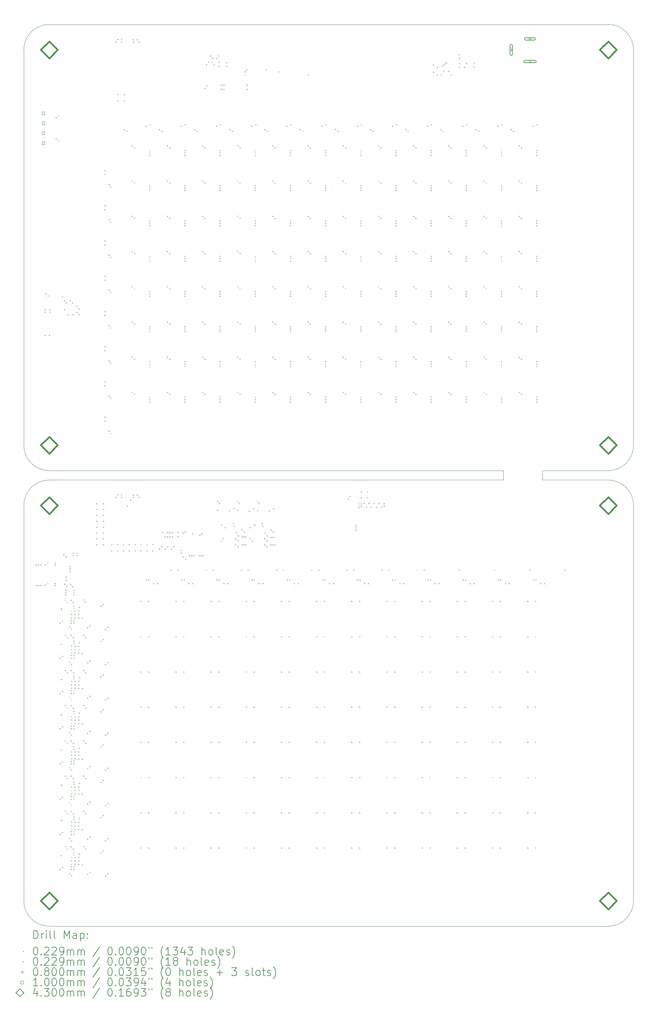
<source format=gbr>
%FSLAX45Y45*%
G04 Gerber Fmt 4.5, Leading zero omitted, Abs format (unit mm)*
G04 Created by KiCad (PCBNEW (6.0.5)) date 2022-11-15 17:21:21*
%MOMM*%
%LPD*%
G01*
G04 APERTURE LIST*
%TA.AperFunction,Profile*%
%ADD10C,0.050000*%
%TD*%
%ADD11C,0.200000*%
%ADD12C,0.022860*%
%ADD13C,0.022900*%
%ADD14C,0.080000*%
%ADD15C,0.100000*%
%ADD16C,0.430000*%
G04 APERTURE END LIST*
D10*
X24210000Y-15980000D02*
X24210000Y-5880000D01*
X8610000Y-15980000D02*
G75*
G03*
X9260000Y-16630000I650000J0D01*
G01*
X24210000Y-5880000D02*
G75*
G03*
X23560000Y-5230000I-650000J0D01*
G01*
X9260000Y-28270000D02*
X23560000Y-28270000D01*
X8610000Y-27620000D02*
G75*
G03*
X9260000Y-28270000I650000J0D01*
G01*
X23560000Y-5230000D02*
X9260000Y-5230000D01*
X21880000Y-16630000D02*
X23560000Y-16630000D01*
X20880000Y-16630000D02*
X20880000Y-16630000D01*
X9260000Y-16630000D02*
X20880000Y-16630000D01*
X8610000Y-17520000D02*
X8610000Y-27620000D01*
X23560000Y-28270000D02*
G75*
G03*
X24210000Y-27620000I0J650000D01*
G01*
X9260000Y-5230000D02*
G75*
G03*
X8610000Y-5880000I0J-650000D01*
G01*
X20880000Y-16630000D02*
X20880000Y-16870000D01*
X21880000Y-16870000D02*
X21880000Y-16870000D01*
X21880000Y-16870000D02*
X21880000Y-16870000D01*
X20880000Y-16870000D02*
X9260000Y-16870000D01*
X23560000Y-16870000D02*
X21880000Y-16870000D01*
X9260000Y-16870000D02*
G75*
G03*
X8610000Y-17520000I0J-650000D01*
G01*
X24210000Y-27620000D02*
X24210000Y-17520000D01*
X24210000Y-17520000D02*
G75*
G03*
X23560000Y-16870000I-650000J0D01*
G01*
X21880000Y-16630000D02*
X21880000Y-16870000D01*
X23560000Y-16630000D02*
G75*
G03*
X24210000Y-15980000I0J650000D01*
G01*
X8610000Y-5880000D02*
X8610000Y-15980000D01*
D11*
D12*
X8918570Y-19028570D02*
X8941430Y-19051430D01*
X8941430Y-19028570D02*
X8918570Y-19051430D01*
X8918570Y-19548570D02*
X8941430Y-19571430D01*
X8941430Y-19548570D02*
X8918570Y-19571430D01*
X8978570Y-19028570D02*
X9001430Y-19051430D01*
X9001430Y-19028570D02*
X8978570Y-19051430D01*
X8978570Y-19548570D02*
X9001430Y-19571430D01*
X9001430Y-19548570D02*
X8978570Y-19571430D01*
X9038570Y-19028570D02*
X9061430Y-19051430D01*
X9061430Y-19028570D02*
X9038570Y-19051430D01*
X9038570Y-19548570D02*
X9061430Y-19571430D01*
X9061430Y-19548570D02*
X9038570Y-19571430D01*
X9148570Y-12508570D02*
X9171430Y-12531430D01*
X9171430Y-12508570D02*
X9148570Y-12531430D01*
X9148570Y-12568570D02*
X9171430Y-12591430D01*
X9171430Y-12568570D02*
X9148570Y-12591430D01*
X9148570Y-13158570D02*
X9171430Y-13181430D01*
X9171430Y-13158570D02*
X9148570Y-13181430D01*
X9148570Y-19018570D02*
X9171430Y-19041430D01*
X9171430Y-19018570D02*
X9148570Y-19041430D01*
X9148570Y-19538570D02*
X9171430Y-19561430D01*
X9171430Y-19538570D02*
X9148570Y-19561430D01*
X9158570Y-12098570D02*
X9181430Y-12121430D01*
X9181430Y-12098570D02*
X9158570Y-12121430D01*
X9208570Y-18968570D02*
X9231430Y-18991430D01*
X9231430Y-18968570D02*
X9208570Y-18991430D01*
X9208570Y-19488570D02*
X9231430Y-19511430D01*
X9231430Y-19488570D02*
X9208570Y-19511430D01*
X9218570Y-12148570D02*
X9241430Y-12171430D01*
X9241430Y-12148570D02*
X9218570Y-12171430D01*
X9258570Y-13158570D02*
X9281430Y-13181430D01*
X9281430Y-13158570D02*
X9258570Y-13181430D01*
X9268570Y-12508570D02*
X9291430Y-12531430D01*
X9291430Y-12508570D02*
X9268570Y-12531430D01*
X9268570Y-12568570D02*
X9291430Y-12591430D01*
X9291430Y-12568570D02*
X9268570Y-12591430D01*
X9398570Y-18978570D02*
X9421430Y-19001430D01*
X9421430Y-18978570D02*
X9398570Y-19001430D01*
X9398570Y-19028570D02*
X9421430Y-19051430D01*
X9421430Y-19028570D02*
X9398570Y-19051430D01*
X9398570Y-19498570D02*
X9421430Y-19521430D01*
X9421430Y-19498570D02*
X9398570Y-19521430D01*
X9398570Y-19548570D02*
X9421430Y-19571430D01*
X9421430Y-19548570D02*
X9398570Y-19571430D01*
X9428570Y-7598570D02*
X9451430Y-7621430D01*
X9451430Y-7598570D02*
X9428570Y-7621430D01*
X9428570Y-8138570D02*
X9451430Y-8161430D01*
X9451430Y-8138570D02*
X9428570Y-8161430D01*
X9488570Y-7548570D02*
X9511430Y-7571430D01*
X9511430Y-7548570D02*
X9488570Y-7571430D01*
X9488570Y-8188570D02*
X9511430Y-8211430D01*
X9511430Y-8188570D02*
X9488570Y-8211430D01*
X9528570Y-20508570D02*
X9551430Y-20531430D01*
X9551430Y-20508570D02*
X9528570Y-20531430D01*
X9528570Y-21408570D02*
X9551430Y-21431430D01*
X9551430Y-21408570D02*
X9528570Y-21431430D01*
X9528570Y-22308570D02*
X9551430Y-22331430D01*
X9551430Y-22308570D02*
X9528570Y-22331430D01*
X9528570Y-23208570D02*
X9551430Y-23231430D01*
X9551430Y-23208570D02*
X9528570Y-23231430D01*
X9528570Y-24108570D02*
X9551430Y-24131430D01*
X9551430Y-24108570D02*
X9528570Y-24131430D01*
X9528570Y-25008570D02*
X9551430Y-25031430D01*
X9551430Y-25008570D02*
X9528570Y-25031430D01*
X9528570Y-25908570D02*
X9551430Y-25931430D01*
X9551430Y-25908570D02*
X9528570Y-25931430D01*
X9528570Y-26808570D02*
X9551430Y-26831430D01*
X9551430Y-26808570D02*
X9528570Y-26831430D01*
X9588570Y-12178570D02*
X9611430Y-12201430D01*
X9611430Y-12178570D02*
X9588570Y-12201430D01*
X9588570Y-20458570D02*
X9611430Y-20481430D01*
X9611430Y-20458570D02*
X9588570Y-20481430D01*
X9588570Y-21358570D02*
X9611430Y-21381430D01*
X9611430Y-21358570D02*
X9588570Y-21381430D01*
X9588570Y-22258570D02*
X9611430Y-22281430D01*
X9611430Y-22258570D02*
X9588570Y-22281430D01*
X9588570Y-23158570D02*
X9611430Y-23181430D01*
X9611430Y-23158570D02*
X9588570Y-23181430D01*
X9588570Y-24058570D02*
X9611430Y-24081430D01*
X9611430Y-24058570D02*
X9588570Y-24081430D01*
X9588570Y-24958570D02*
X9611430Y-24981430D01*
X9611430Y-24958570D02*
X9588570Y-24981430D01*
X9588570Y-25858570D02*
X9611430Y-25881430D01*
X9611430Y-25858570D02*
X9588570Y-25881430D01*
X9588570Y-26758570D02*
X9611430Y-26781430D01*
X9611430Y-26758570D02*
X9588570Y-26781430D01*
X9618420Y-18765920D02*
X9641280Y-18788780D01*
X9641280Y-18765920D02*
X9618420Y-18788780D01*
X9638570Y-12268570D02*
X9661430Y-12291430D01*
X9661430Y-12268570D02*
X9638570Y-12291430D01*
X9638570Y-12498570D02*
X9661430Y-12521430D01*
X9661430Y-12498570D02*
X9638570Y-12521430D01*
X9648570Y-19518570D02*
X9671430Y-19541430D01*
X9671430Y-19518570D02*
X9648570Y-19541430D01*
X9658570Y-19918570D02*
X9681430Y-19941430D01*
X9681430Y-19918570D02*
X9658570Y-19941430D01*
X9658570Y-20818570D02*
X9681430Y-20841430D01*
X9681430Y-20818570D02*
X9658570Y-20841430D01*
X9658570Y-21718570D02*
X9681430Y-21741430D01*
X9681430Y-21718570D02*
X9658570Y-21741430D01*
X9658570Y-22618570D02*
X9681430Y-22641430D01*
X9681430Y-22618570D02*
X9658570Y-22641430D01*
X9658570Y-23518570D02*
X9681430Y-23541430D01*
X9681430Y-23518570D02*
X9658570Y-23541430D01*
X9658570Y-24418570D02*
X9681430Y-24441430D01*
X9681430Y-24418570D02*
X9658570Y-24441430D01*
X9658570Y-25318570D02*
X9681430Y-25341430D01*
X9681430Y-25318570D02*
X9658570Y-25341430D01*
X9658570Y-26218570D02*
X9681430Y-26241430D01*
X9681430Y-26218570D02*
X9658570Y-26241430D01*
X9668570Y-19668570D02*
X9691430Y-19691430D01*
X9691430Y-19668570D02*
X9668570Y-19691430D01*
X9668570Y-19728570D02*
X9691430Y-19751430D01*
X9691430Y-19728570D02*
X9668570Y-19751430D01*
X9668570Y-19788570D02*
X9691430Y-19811430D01*
X9691430Y-19788570D02*
X9668570Y-19811430D01*
X9678420Y-18815920D02*
X9701280Y-18838780D01*
X9701280Y-18815920D02*
X9678420Y-18838780D01*
X9678420Y-19328420D02*
X9701280Y-19351280D01*
X9701280Y-19328420D02*
X9678420Y-19351280D01*
X9678420Y-19418420D02*
X9701280Y-19441280D01*
X9701280Y-19418420D02*
X9678420Y-19441280D01*
X9688570Y-12328570D02*
X9711430Y-12351430D01*
X9711430Y-12328570D02*
X9688570Y-12351430D01*
X9698570Y-19578570D02*
X9721430Y-19601430D01*
X9721430Y-19578570D02*
X9698570Y-19601430D01*
X9708570Y-19978570D02*
X9731430Y-20001430D01*
X9731430Y-19978570D02*
X9708570Y-20001430D01*
X9708570Y-20878570D02*
X9731430Y-20901430D01*
X9731430Y-20878570D02*
X9708570Y-20901430D01*
X9708570Y-21778570D02*
X9731430Y-21801430D01*
X9731430Y-21778570D02*
X9708570Y-21801430D01*
X9708570Y-22678570D02*
X9731430Y-22701430D01*
X9731430Y-22678570D02*
X9708570Y-22701430D01*
X9708570Y-23578570D02*
X9731430Y-23601430D01*
X9731430Y-23578570D02*
X9708570Y-23601430D01*
X9708570Y-24478570D02*
X9731430Y-24501430D01*
X9731430Y-24478570D02*
X9708570Y-24501430D01*
X9708570Y-25378570D02*
X9731430Y-25401430D01*
X9731430Y-25378570D02*
X9708570Y-25401430D01*
X9708570Y-26278570D02*
X9731430Y-26301430D01*
X9731430Y-26278570D02*
X9708570Y-26301430D01*
X9738570Y-12638570D02*
X9761430Y-12661430D01*
X9761430Y-12638570D02*
X9738570Y-12661430D01*
X9768570Y-20608570D02*
X9791430Y-20631430D01*
X9791430Y-20608570D02*
X9768570Y-20631430D01*
X9768570Y-21508570D02*
X9791430Y-21531430D01*
X9791430Y-21508570D02*
X9768570Y-21531430D01*
X9768570Y-22408570D02*
X9791430Y-22431430D01*
X9791430Y-22408570D02*
X9768570Y-22431430D01*
X9768570Y-23308570D02*
X9791430Y-23331430D01*
X9791430Y-23308570D02*
X9768570Y-23331430D01*
X9768570Y-24208570D02*
X9791430Y-24231430D01*
X9791430Y-24208570D02*
X9768570Y-24231430D01*
X9768570Y-25108570D02*
X9791430Y-25131430D01*
X9791430Y-25108570D02*
X9768570Y-25131430D01*
X9768570Y-26008570D02*
X9791430Y-26031430D01*
X9791430Y-26008570D02*
X9768570Y-26031430D01*
X9768570Y-26908570D02*
X9791430Y-26931430D01*
X9791430Y-26908570D02*
X9768570Y-26931430D01*
X9778420Y-19065920D02*
X9801280Y-19088780D01*
X9801280Y-19065920D02*
X9778420Y-19088780D01*
X9778420Y-19125920D02*
X9801280Y-19148780D01*
X9801280Y-19125920D02*
X9778420Y-19148780D01*
X9778420Y-19185920D02*
X9801280Y-19208780D01*
X9801280Y-19185920D02*
X9778420Y-19208780D01*
X9788570Y-12268570D02*
X9811430Y-12291430D01*
X9811430Y-12268570D02*
X9788570Y-12291430D01*
X9798570Y-19518570D02*
X9821430Y-19541430D01*
X9821430Y-19518570D02*
X9798570Y-19541430D01*
X9808570Y-19921070D02*
X9831430Y-19943930D01*
X9831430Y-19921070D02*
X9808570Y-19943930D01*
X9808570Y-20438570D02*
X9831430Y-20461430D01*
X9831430Y-20438570D02*
X9808570Y-20461430D01*
X9808570Y-20508570D02*
X9831430Y-20531430D01*
X9831430Y-20508570D02*
X9808570Y-20531430D01*
X9808570Y-20821070D02*
X9831430Y-20843930D01*
X9831430Y-20821070D02*
X9808570Y-20843930D01*
X9808570Y-21338570D02*
X9831430Y-21361430D01*
X9831430Y-21338570D02*
X9808570Y-21361430D01*
X9808570Y-21408570D02*
X9831430Y-21431430D01*
X9831430Y-21408570D02*
X9808570Y-21431430D01*
X9808570Y-21721070D02*
X9831430Y-21743930D01*
X9831430Y-21721070D02*
X9808570Y-21743930D01*
X9808570Y-22238570D02*
X9831430Y-22261430D01*
X9831430Y-22238570D02*
X9808570Y-22261430D01*
X9808570Y-22308570D02*
X9831430Y-22331430D01*
X9831430Y-22308570D02*
X9808570Y-22331430D01*
X9808570Y-22621070D02*
X9831430Y-22643930D01*
X9831430Y-22621070D02*
X9808570Y-22643930D01*
X9808570Y-23138570D02*
X9831430Y-23161430D01*
X9831430Y-23138570D02*
X9808570Y-23161430D01*
X9808570Y-23208570D02*
X9831430Y-23231430D01*
X9831430Y-23208570D02*
X9808570Y-23231430D01*
X9808570Y-23521070D02*
X9831430Y-23543930D01*
X9831430Y-23521070D02*
X9808570Y-23543930D01*
X9808570Y-24038570D02*
X9831430Y-24061430D01*
X9831430Y-24038570D02*
X9808570Y-24061430D01*
X9808570Y-24108570D02*
X9831430Y-24131430D01*
X9831430Y-24108570D02*
X9808570Y-24131430D01*
X9808570Y-24421070D02*
X9831430Y-24443930D01*
X9831430Y-24421070D02*
X9808570Y-24443930D01*
X9808570Y-24938570D02*
X9831430Y-24961430D01*
X9831430Y-24938570D02*
X9808570Y-24961430D01*
X9808570Y-25008570D02*
X9831430Y-25031430D01*
X9831430Y-25008570D02*
X9808570Y-25031430D01*
X9808570Y-25321070D02*
X9831430Y-25343930D01*
X9831430Y-25321070D02*
X9808570Y-25343930D01*
X9808570Y-25838570D02*
X9831430Y-25861430D01*
X9831430Y-25838570D02*
X9808570Y-25861430D01*
X9808570Y-25908570D02*
X9831430Y-25931430D01*
X9831430Y-25908570D02*
X9808570Y-25931430D01*
X9808570Y-26221070D02*
X9831430Y-26243930D01*
X9831430Y-26221070D02*
X9808570Y-26243930D01*
X9808570Y-26738570D02*
X9831430Y-26761430D01*
X9831430Y-26738570D02*
X9808570Y-26761430D01*
X9808570Y-26808570D02*
X9831430Y-26831430D01*
X9831430Y-26808570D02*
X9808570Y-26831430D01*
X9818570Y-20198570D02*
X9841430Y-20221430D01*
X9841430Y-20198570D02*
X9818570Y-20221430D01*
X9818570Y-20288570D02*
X9841430Y-20311430D01*
X9841430Y-20288570D02*
X9818570Y-20311430D01*
X9818570Y-20378570D02*
X9841430Y-20401430D01*
X9841430Y-20378570D02*
X9818570Y-20401430D01*
X9818570Y-20668570D02*
X9841430Y-20691430D01*
X9841430Y-20668570D02*
X9818570Y-20691430D01*
X9818570Y-21098570D02*
X9841430Y-21121430D01*
X9841430Y-21098570D02*
X9818570Y-21121430D01*
X9818570Y-21188570D02*
X9841430Y-21211430D01*
X9841430Y-21188570D02*
X9818570Y-21211430D01*
X9818570Y-21278570D02*
X9841430Y-21301430D01*
X9841430Y-21278570D02*
X9818570Y-21301430D01*
X9818570Y-21568570D02*
X9841430Y-21591430D01*
X9841430Y-21568570D02*
X9818570Y-21591430D01*
X9818570Y-21998570D02*
X9841430Y-22021430D01*
X9841430Y-21998570D02*
X9818570Y-22021430D01*
X9818570Y-22088570D02*
X9841430Y-22111430D01*
X9841430Y-22088570D02*
X9818570Y-22111430D01*
X9818570Y-22178570D02*
X9841430Y-22201430D01*
X9841430Y-22178570D02*
X9818570Y-22201430D01*
X9818570Y-22468570D02*
X9841430Y-22491430D01*
X9841430Y-22468570D02*
X9818570Y-22491430D01*
X9818570Y-22898570D02*
X9841430Y-22921430D01*
X9841430Y-22898570D02*
X9818570Y-22921430D01*
X9818570Y-22988570D02*
X9841430Y-23011430D01*
X9841430Y-22988570D02*
X9818570Y-23011430D01*
X9818570Y-23078570D02*
X9841430Y-23101430D01*
X9841430Y-23078570D02*
X9818570Y-23101430D01*
X9818570Y-23368570D02*
X9841430Y-23391430D01*
X9841430Y-23368570D02*
X9818570Y-23391430D01*
X9818570Y-23798570D02*
X9841430Y-23821430D01*
X9841430Y-23798570D02*
X9818570Y-23821430D01*
X9818570Y-23888570D02*
X9841430Y-23911430D01*
X9841430Y-23888570D02*
X9818570Y-23911430D01*
X9818570Y-23978570D02*
X9841430Y-24001430D01*
X9841430Y-23978570D02*
X9818570Y-24001430D01*
X9818570Y-24268570D02*
X9841430Y-24291430D01*
X9841430Y-24268570D02*
X9818570Y-24291430D01*
X9818570Y-24698570D02*
X9841430Y-24721430D01*
X9841430Y-24698570D02*
X9818570Y-24721430D01*
X9818570Y-24788570D02*
X9841430Y-24811430D01*
X9841430Y-24788570D02*
X9818570Y-24811430D01*
X9818570Y-24878570D02*
X9841430Y-24901430D01*
X9841430Y-24878570D02*
X9818570Y-24901430D01*
X9818570Y-25168570D02*
X9841430Y-25191430D01*
X9841430Y-25168570D02*
X9818570Y-25191430D01*
X9818570Y-25598570D02*
X9841430Y-25621430D01*
X9841430Y-25598570D02*
X9818570Y-25621430D01*
X9818570Y-25688570D02*
X9841430Y-25711430D01*
X9841430Y-25688570D02*
X9818570Y-25711430D01*
X9818570Y-25778570D02*
X9841430Y-25801430D01*
X9841430Y-25778570D02*
X9818570Y-25801430D01*
X9818570Y-26068570D02*
X9841430Y-26091430D01*
X9841430Y-26068570D02*
X9818570Y-26091430D01*
X9818570Y-26498570D02*
X9841430Y-26521430D01*
X9841430Y-26498570D02*
X9818570Y-26521430D01*
X9818570Y-26588570D02*
X9841430Y-26611430D01*
X9841430Y-26588570D02*
X9818570Y-26611430D01*
X9818570Y-26678570D02*
X9841430Y-26701430D01*
X9841430Y-26678570D02*
X9818570Y-26701430D01*
X9818570Y-26968570D02*
X9841430Y-26991430D01*
X9841430Y-26968570D02*
X9818570Y-26991430D01*
X9838570Y-12328570D02*
X9861430Y-12351430D01*
X9861430Y-12328570D02*
X9838570Y-12351430D01*
X9848570Y-12638570D02*
X9871430Y-12661430D01*
X9871430Y-12638570D02*
X9848570Y-12661430D01*
X9848570Y-19578570D02*
X9871430Y-19601430D01*
X9871430Y-19578570D02*
X9848570Y-19601430D01*
X9858420Y-18725920D02*
X9881280Y-18748780D01*
X9881280Y-18725920D02*
X9858420Y-18748780D01*
X9858420Y-18785920D02*
X9881280Y-18808780D01*
X9881280Y-18785920D02*
X9858420Y-18808780D01*
X9868570Y-19981070D02*
X9891430Y-20003930D01*
X9891430Y-19981070D02*
X9868570Y-20003930D01*
X9868570Y-20881070D02*
X9891430Y-20903930D01*
X9891430Y-20881070D02*
X9868570Y-20903930D01*
X9868570Y-21781070D02*
X9891430Y-21803930D01*
X9891430Y-21781070D02*
X9868570Y-21803930D01*
X9868570Y-22681070D02*
X9891430Y-22703930D01*
X9891430Y-22681070D02*
X9868570Y-22703930D01*
X9868570Y-23581070D02*
X9891430Y-23603930D01*
X9891430Y-23581070D02*
X9868570Y-23603930D01*
X9868570Y-24481070D02*
X9891430Y-24503930D01*
X9891430Y-24481070D02*
X9868570Y-24503930D01*
X9868570Y-25381070D02*
X9891430Y-25403930D01*
X9891430Y-25381070D02*
X9868570Y-25403930D01*
X9868570Y-26281070D02*
X9891430Y-26303930D01*
X9891430Y-26281070D02*
X9868570Y-26303930D01*
X9878570Y-19668570D02*
X9901430Y-19691430D01*
X9901430Y-19668570D02*
X9878570Y-19691430D01*
X9878570Y-19728570D02*
X9901430Y-19751430D01*
X9901430Y-19728570D02*
X9878570Y-19751430D01*
X9878570Y-19788570D02*
X9901430Y-19811430D01*
X9901430Y-19788570D02*
X9878570Y-19811430D01*
X9878570Y-20071070D02*
X9901430Y-20093930D01*
X9901430Y-20071070D02*
X9878570Y-20093930D01*
X9878570Y-20131070D02*
X9901430Y-20153930D01*
X9901430Y-20131070D02*
X9878570Y-20153930D01*
X9878570Y-20438570D02*
X9901430Y-20461430D01*
X9901430Y-20438570D02*
X9878570Y-20461430D01*
X9878570Y-20508570D02*
X9901430Y-20531430D01*
X9901430Y-20508570D02*
X9878570Y-20531430D01*
X9878570Y-20971070D02*
X9901430Y-20993930D01*
X9901430Y-20971070D02*
X9878570Y-20993930D01*
X9878570Y-21031070D02*
X9901430Y-21053930D01*
X9901430Y-21031070D02*
X9878570Y-21053930D01*
X9878570Y-21338570D02*
X9901430Y-21361430D01*
X9901430Y-21338570D02*
X9878570Y-21361430D01*
X9878570Y-21408570D02*
X9901430Y-21431430D01*
X9901430Y-21408570D02*
X9878570Y-21431430D01*
X9878570Y-21871070D02*
X9901430Y-21893930D01*
X9901430Y-21871070D02*
X9878570Y-21893930D01*
X9878570Y-21931070D02*
X9901430Y-21953930D01*
X9901430Y-21931070D02*
X9878570Y-21953930D01*
X9878570Y-22238570D02*
X9901430Y-22261430D01*
X9901430Y-22238570D02*
X9878570Y-22261430D01*
X9878570Y-22308570D02*
X9901430Y-22331430D01*
X9901430Y-22308570D02*
X9878570Y-22331430D01*
X9878570Y-22771070D02*
X9901430Y-22793930D01*
X9901430Y-22771070D02*
X9878570Y-22793930D01*
X9878570Y-22831070D02*
X9901430Y-22853930D01*
X9901430Y-22831070D02*
X9878570Y-22853930D01*
X9878570Y-23138570D02*
X9901430Y-23161430D01*
X9901430Y-23138570D02*
X9878570Y-23161430D01*
X9878570Y-23208570D02*
X9901430Y-23231430D01*
X9901430Y-23208570D02*
X9878570Y-23231430D01*
X9878570Y-23671070D02*
X9901430Y-23693930D01*
X9901430Y-23671070D02*
X9878570Y-23693930D01*
X9878570Y-23731070D02*
X9901430Y-23753930D01*
X9901430Y-23731070D02*
X9878570Y-23753930D01*
X9878570Y-24038570D02*
X9901430Y-24061430D01*
X9901430Y-24038570D02*
X9878570Y-24061430D01*
X9878570Y-24108570D02*
X9901430Y-24131430D01*
X9901430Y-24108570D02*
X9878570Y-24131430D01*
X9878570Y-24571070D02*
X9901430Y-24593930D01*
X9901430Y-24571070D02*
X9878570Y-24593930D01*
X9878570Y-24631070D02*
X9901430Y-24653930D01*
X9901430Y-24631070D02*
X9878570Y-24653930D01*
X9878570Y-24938570D02*
X9901430Y-24961430D01*
X9901430Y-24938570D02*
X9878570Y-24961430D01*
X9878570Y-25008570D02*
X9901430Y-25031430D01*
X9901430Y-25008570D02*
X9878570Y-25031430D01*
X9878570Y-25471070D02*
X9901430Y-25493930D01*
X9901430Y-25471070D02*
X9878570Y-25493930D01*
X9878570Y-25531070D02*
X9901430Y-25553930D01*
X9901430Y-25531070D02*
X9878570Y-25553930D01*
X9878570Y-25838570D02*
X9901430Y-25861430D01*
X9901430Y-25838570D02*
X9878570Y-25861430D01*
X9878570Y-25908570D02*
X9901430Y-25931430D01*
X9901430Y-25908570D02*
X9878570Y-25931430D01*
X9878570Y-26371070D02*
X9901430Y-26393930D01*
X9901430Y-26371070D02*
X9878570Y-26393930D01*
X9878570Y-26431070D02*
X9901430Y-26453930D01*
X9901430Y-26431070D02*
X9878570Y-26453930D01*
X9878570Y-26738570D02*
X9901430Y-26761430D01*
X9901430Y-26738570D02*
X9878570Y-26761430D01*
X9878570Y-26808570D02*
X9901430Y-26831430D01*
X9901430Y-26808570D02*
X9878570Y-26831430D01*
X9908570Y-20198570D02*
X9931430Y-20221430D01*
X9931430Y-20198570D02*
X9908570Y-20221430D01*
X9908570Y-20288570D02*
X9931430Y-20311430D01*
X9931430Y-20288570D02*
X9908570Y-20311430D01*
X9908570Y-20378570D02*
X9931430Y-20401430D01*
X9931430Y-20378570D02*
X9908570Y-20401430D01*
X9908570Y-21098570D02*
X9931430Y-21121430D01*
X9931430Y-21098570D02*
X9908570Y-21121430D01*
X9908570Y-21188570D02*
X9931430Y-21211430D01*
X9931430Y-21188570D02*
X9908570Y-21211430D01*
X9908570Y-21278570D02*
X9931430Y-21301430D01*
X9931430Y-21278570D02*
X9908570Y-21301430D01*
X9908570Y-21998570D02*
X9931430Y-22021430D01*
X9931430Y-21998570D02*
X9908570Y-22021430D01*
X9908570Y-22088570D02*
X9931430Y-22111430D01*
X9931430Y-22088570D02*
X9908570Y-22111430D01*
X9908570Y-22178570D02*
X9931430Y-22201430D01*
X9931430Y-22178570D02*
X9908570Y-22201430D01*
X9908570Y-22898570D02*
X9931430Y-22921430D01*
X9931430Y-22898570D02*
X9908570Y-22921430D01*
X9908570Y-22988570D02*
X9931430Y-23011430D01*
X9931430Y-22988570D02*
X9908570Y-23011430D01*
X9908570Y-23078570D02*
X9931430Y-23101430D01*
X9931430Y-23078570D02*
X9908570Y-23101430D01*
X9908570Y-23798570D02*
X9931430Y-23821430D01*
X9931430Y-23798570D02*
X9908570Y-23821430D01*
X9908570Y-23888570D02*
X9931430Y-23911430D01*
X9931430Y-23888570D02*
X9908570Y-23911430D01*
X9908570Y-23978570D02*
X9931430Y-24001430D01*
X9931430Y-23978570D02*
X9908570Y-24001430D01*
X9908570Y-24698570D02*
X9931430Y-24721430D01*
X9931430Y-24698570D02*
X9908570Y-24721430D01*
X9908570Y-24788570D02*
X9931430Y-24811430D01*
X9931430Y-24788570D02*
X9908570Y-24811430D01*
X9908570Y-24878570D02*
X9931430Y-24901430D01*
X9931430Y-24878570D02*
X9908570Y-24901430D01*
X9908570Y-25598570D02*
X9931430Y-25621430D01*
X9931430Y-25598570D02*
X9908570Y-25621430D01*
X9908570Y-25688570D02*
X9931430Y-25711430D01*
X9931430Y-25688570D02*
X9908570Y-25711430D01*
X9908570Y-25778570D02*
X9931430Y-25801430D01*
X9931430Y-25778570D02*
X9908570Y-25801430D01*
X9908570Y-26498570D02*
X9931430Y-26521430D01*
X9931430Y-26498570D02*
X9908570Y-26521430D01*
X9908570Y-26588570D02*
X9931430Y-26611430D01*
X9931430Y-26588570D02*
X9908570Y-26611430D01*
X9908570Y-26678570D02*
X9931430Y-26701430D01*
X9931430Y-26678570D02*
X9908570Y-26701430D01*
X9948570Y-12418570D02*
X9971430Y-12441430D01*
X9971430Y-12418570D02*
X9948570Y-12441430D01*
X9948570Y-12578570D02*
X9971430Y-12601430D01*
X9971430Y-12578570D02*
X9948570Y-12601430D01*
X9958420Y-18725920D02*
X9981280Y-18748780D01*
X9981280Y-18725920D02*
X9958420Y-18748780D01*
X9958420Y-18785920D02*
X9981280Y-18808780D01*
X9981280Y-18785920D02*
X9958420Y-18808780D01*
X9998570Y-20198570D02*
X10021430Y-20221430D01*
X10021430Y-20198570D02*
X9998570Y-20221430D01*
X9998570Y-20288570D02*
X10021430Y-20311430D01*
X10021430Y-20288570D02*
X9998570Y-20311430D01*
X9998570Y-20378570D02*
X10021430Y-20401430D01*
X10021430Y-20378570D02*
X9998570Y-20401430D01*
X9998570Y-21098570D02*
X10021430Y-21121430D01*
X10021430Y-21098570D02*
X9998570Y-21121430D01*
X9998570Y-21188570D02*
X10021430Y-21211430D01*
X10021430Y-21188570D02*
X9998570Y-21211430D01*
X9998570Y-21278570D02*
X10021430Y-21301430D01*
X10021430Y-21278570D02*
X9998570Y-21301430D01*
X9998570Y-21998570D02*
X10021430Y-22021430D01*
X10021430Y-21998570D02*
X9998570Y-22021430D01*
X9998570Y-22088570D02*
X10021430Y-22111430D01*
X10021430Y-22088570D02*
X9998570Y-22111430D01*
X9998570Y-22178570D02*
X10021430Y-22201430D01*
X10021430Y-22178570D02*
X9998570Y-22201430D01*
X9998570Y-22898570D02*
X10021430Y-22921430D01*
X10021430Y-22898570D02*
X9998570Y-22921430D01*
X9998570Y-22988570D02*
X10021430Y-23011430D01*
X10021430Y-22988570D02*
X9998570Y-23011430D01*
X9998570Y-23078570D02*
X10021430Y-23101430D01*
X10021430Y-23078570D02*
X9998570Y-23101430D01*
X9998570Y-23798570D02*
X10021430Y-23821430D01*
X10021430Y-23798570D02*
X9998570Y-23821430D01*
X9998570Y-23888570D02*
X10021430Y-23911430D01*
X10021430Y-23888570D02*
X9998570Y-23911430D01*
X9998570Y-23978570D02*
X10021430Y-24001430D01*
X10021430Y-23978570D02*
X9998570Y-24001430D01*
X9998570Y-24698570D02*
X10021430Y-24721430D01*
X10021430Y-24698570D02*
X9998570Y-24721430D01*
X9998570Y-24788570D02*
X10021430Y-24811430D01*
X10021430Y-24788570D02*
X9998570Y-24811430D01*
X9998570Y-24878570D02*
X10021430Y-24901430D01*
X10021430Y-24878570D02*
X9998570Y-24901430D01*
X9998570Y-25598570D02*
X10021430Y-25621430D01*
X10021430Y-25598570D02*
X9998570Y-25621430D01*
X9998570Y-25688570D02*
X10021430Y-25711430D01*
X10021430Y-25688570D02*
X9998570Y-25711430D01*
X9998570Y-25778570D02*
X10021430Y-25801430D01*
X10021430Y-25778570D02*
X9998570Y-25801430D01*
X9998570Y-26498570D02*
X10021430Y-26521430D01*
X10021430Y-26498570D02*
X9998570Y-26521430D01*
X9998570Y-26588570D02*
X10021430Y-26611430D01*
X10021430Y-26588570D02*
X9998570Y-26611430D01*
X9998570Y-26678570D02*
X10021430Y-26701430D01*
X10021430Y-26678570D02*
X9998570Y-26701430D01*
X10008570Y-12478570D02*
X10031430Y-12501430D01*
X10031430Y-12478570D02*
X10008570Y-12501430D01*
X10008570Y-12628570D02*
X10031430Y-12651430D01*
X10031430Y-12628570D02*
X10008570Y-12651430D01*
X10018570Y-20108570D02*
X10041430Y-20131430D01*
X10041430Y-20108570D02*
X10018570Y-20131430D01*
X10018570Y-21008570D02*
X10041430Y-21031430D01*
X10041430Y-21008570D02*
X10018570Y-21031430D01*
X10018570Y-21908570D02*
X10041430Y-21931430D01*
X10041430Y-21908570D02*
X10018570Y-21931430D01*
X10018570Y-22808570D02*
X10041430Y-22831430D01*
X10041430Y-22808570D02*
X10018570Y-22831430D01*
X10018570Y-23708570D02*
X10041430Y-23731430D01*
X10041430Y-23708570D02*
X10018570Y-23731430D01*
X10018570Y-24608570D02*
X10041430Y-24631430D01*
X10041430Y-24608570D02*
X10018570Y-24631430D01*
X10018570Y-25508570D02*
X10041430Y-25531430D01*
X10041430Y-25508570D02*
X10018570Y-25531430D01*
X10018570Y-26408570D02*
X10041430Y-26431430D01*
X10041430Y-26408570D02*
X10018570Y-26431430D01*
X10093570Y-20386070D02*
X10116430Y-20408930D01*
X10116430Y-20386070D02*
X10093570Y-20408930D01*
X10093570Y-21286070D02*
X10116430Y-21308930D01*
X10116430Y-21286070D02*
X10093570Y-21308930D01*
X10093570Y-22186070D02*
X10116430Y-22208930D01*
X10116430Y-22186070D02*
X10093570Y-22208930D01*
X10093570Y-23086070D02*
X10116430Y-23108930D01*
X10116430Y-23086070D02*
X10093570Y-23108930D01*
X10093570Y-23986070D02*
X10116430Y-24008930D01*
X10116430Y-23986070D02*
X10093570Y-24008930D01*
X10093570Y-24886070D02*
X10116430Y-24908930D01*
X10116430Y-24886070D02*
X10093570Y-24908930D01*
X10093570Y-25786070D02*
X10116430Y-25808930D01*
X10116430Y-25786070D02*
X10093570Y-25808930D01*
X10093570Y-26686070D02*
X10116430Y-26708930D01*
X10116430Y-26686070D02*
X10093570Y-26708930D01*
X10128570Y-19918570D02*
X10151430Y-19941430D01*
X10151430Y-19918570D02*
X10128570Y-19941430D01*
X10128570Y-20818570D02*
X10151430Y-20841430D01*
X10151430Y-20818570D02*
X10128570Y-20841430D01*
X10128570Y-21718570D02*
X10151430Y-21741430D01*
X10151430Y-21718570D02*
X10128570Y-21741430D01*
X10128570Y-22618570D02*
X10151430Y-22641430D01*
X10151430Y-22618570D02*
X10128570Y-22641430D01*
X10128570Y-23518570D02*
X10151430Y-23541430D01*
X10151430Y-23518570D02*
X10128570Y-23541430D01*
X10128570Y-24418570D02*
X10151430Y-24441430D01*
X10151430Y-24418570D02*
X10128570Y-24441430D01*
X10128570Y-25318570D02*
X10151430Y-25341430D01*
X10151430Y-25318570D02*
X10128570Y-25341430D01*
X10128570Y-26218570D02*
X10151430Y-26241430D01*
X10151430Y-26218570D02*
X10128570Y-26241430D01*
X10178570Y-19978570D02*
X10201430Y-20001430D01*
X10201430Y-19978570D02*
X10178570Y-20001430D01*
X10178570Y-20878570D02*
X10201430Y-20901430D01*
X10201430Y-20878570D02*
X10178570Y-20901430D01*
X10178570Y-21778570D02*
X10201430Y-21801430D01*
X10201430Y-21778570D02*
X10178570Y-21801430D01*
X10178570Y-22678570D02*
X10201430Y-22701430D01*
X10201430Y-22678570D02*
X10178570Y-22701430D01*
X10178570Y-23578570D02*
X10201430Y-23601430D01*
X10201430Y-23578570D02*
X10178570Y-23601430D01*
X10178570Y-24478570D02*
X10201430Y-24501430D01*
X10201430Y-24478570D02*
X10178570Y-24501430D01*
X10178570Y-25378570D02*
X10201430Y-25401430D01*
X10201430Y-25378570D02*
X10178570Y-25401430D01*
X10178570Y-26278570D02*
X10201430Y-26301430D01*
X10201430Y-26278570D02*
X10178570Y-26301430D01*
X10228570Y-20628570D02*
X10251430Y-20651430D01*
X10251430Y-20628570D02*
X10228570Y-20651430D01*
X10228570Y-21528570D02*
X10251430Y-21551430D01*
X10251430Y-21528570D02*
X10228570Y-21551430D01*
X10228570Y-22428570D02*
X10251430Y-22451430D01*
X10251430Y-22428570D02*
X10228570Y-22451430D01*
X10228570Y-23328570D02*
X10251430Y-23351430D01*
X10251430Y-23328570D02*
X10228570Y-23351430D01*
X10228570Y-24228570D02*
X10251430Y-24251430D01*
X10251430Y-24228570D02*
X10228570Y-24251430D01*
X10228570Y-25128570D02*
X10251430Y-25151430D01*
X10251430Y-25128570D02*
X10228570Y-25151430D01*
X10228570Y-26028570D02*
X10251430Y-26051430D01*
X10251430Y-26028570D02*
X10228570Y-26051430D01*
X10228570Y-26928570D02*
X10251430Y-26951430D01*
X10251430Y-26928570D02*
X10228570Y-26951430D01*
X10288570Y-20578570D02*
X10311430Y-20601430D01*
X10311430Y-20578570D02*
X10288570Y-20601430D01*
X10288570Y-21478570D02*
X10311430Y-21501430D01*
X10311430Y-21478570D02*
X10288570Y-21501430D01*
X10288570Y-22378570D02*
X10311430Y-22401430D01*
X10311430Y-22378570D02*
X10288570Y-22401430D01*
X10288570Y-23278570D02*
X10311430Y-23301430D01*
X10311430Y-23278570D02*
X10288570Y-23301430D01*
X10288570Y-24178570D02*
X10311430Y-24201430D01*
X10311430Y-24178570D02*
X10288570Y-24201430D01*
X10288570Y-25078570D02*
X10311430Y-25101430D01*
X10311430Y-25078570D02*
X10288570Y-25101430D01*
X10288570Y-25978570D02*
X10311430Y-26001430D01*
X10311430Y-25978570D02*
X10288570Y-26001430D01*
X10288570Y-26878570D02*
X10311430Y-26901430D01*
X10311430Y-26878570D02*
X10288570Y-26901430D01*
X10468570Y-17458570D02*
X10491430Y-17481430D01*
X10491430Y-17458570D02*
X10468570Y-17481430D01*
X10468570Y-17608570D02*
X10491430Y-17631430D01*
X10491430Y-17608570D02*
X10468570Y-17631430D01*
X10468570Y-17758570D02*
X10491430Y-17781430D01*
X10491430Y-17758570D02*
X10468570Y-17781430D01*
X10468570Y-17908570D02*
X10491430Y-17931430D01*
X10491430Y-17908570D02*
X10468570Y-17931430D01*
X10468570Y-18058570D02*
X10491430Y-18081430D01*
X10491430Y-18058570D02*
X10468570Y-18081430D01*
X10468570Y-18208570D02*
X10491430Y-18231430D01*
X10491430Y-18208570D02*
X10468570Y-18231430D01*
X10468570Y-18358570D02*
X10491430Y-18381430D01*
X10491430Y-18358570D02*
X10468570Y-18381430D01*
X10468570Y-18508570D02*
X10491430Y-18531430D01*
X10491430Y-18508570D02*
X10468570Y-18531430D01*
X10568570Y-20078570D02*
X10591430Y-20101430D01*
X10591430Y-20078570D02*
X10568570Y-20101430D01*
X10568570Y-20978570D02*
X10591430Y-21001430D01*
X10591430Y-20978570D02*
X10568570Y-21001430D01*
X10568570Y-21878570D02*
X10591430Y-21901430D01*
X10591430Y-21878570D02*
X10568570Y-21901430D01*
X10568570Y-22778570D02*
X10591430Y-22801430D01*
X10591430Y-22778570D02*
X10568570Y-22801430D01*
X10568570Y-23678570D02*
X10591430Y-23701430D01*
X10591430Y-23678570D02*
X10568570Y-23701430D01*
X10568570Y-24578570D02*
X10591430Y-24601430D01*
X10591430Y-24578570D02*
X10568570Y-24601430D01*
X10568570Y-25478570D02*
X10591430Y-25501430D01*
X10591430Y-25478570D02*
X10568570Y-25501430D01*
X10568570Y-26378570D02*
X10591430Y-26401430D01*
X10591430Y-26378570D02*
X10568570Y-26401430D01*
X10628570Y-20028570D02*
X10651430Y-20051430D01*
X10651430Y-20028570D02*
X10628570Y-20051430D01*
X10628570Y-20928570D02*
X10651430Y-20951430D01*
X10651430Y-20928570D02*
X10628570Y-20951430D01*
X10628570Y-21828570D02*
X10651430Y-21851430D01*
X10651430Y-21828570D02*
X10628570Y-21851430D01*
X10628570Y-22728570D02*
X10651430Y-22751430D01*
X10651430Y-22728570D02*
X10628570Y-22751430D01*
X10628570Y-23628570D02*
X10651430Y-23651430D01*
X10651430Y-23628570D02*
X10628570Y-23651430D01*
X10628570Y-24528570D02*
X10651430Y-24551430D01*
X10651430Y-24528570D02*
X10628570Y-24551430D01*
X10628570Y-25428570D02*
X10651430Y-25451430D01*
X10651430Y-25428570D02*
X10628570Y-25451430D01*
X10628570Y-26328570D02*
X10651430Y-26351430D01*
X10651430Y-26328570D02*
X10628570Y-26351430D01*
X10638570Y-17458570D02*
X10661430Y-17481430D01*
X10661430Y-17458570D02*
X10638570Y-17481430D01*
X10638570Y-17608570D02*
X10661430Y-17631430D01*
X10661430Y-17608570D02*
X10638570Y-17631430D01*
X10638570Y-17758570D02*
X10661430Y-17781430D01*
X10661430Y-17758570D02*
X10638570Y-17781430D01*
X10638570Y-17908570D02*
X10661430Y-17931430D01*
X10661430Y-17908570D02*
X10638570Y-17931430D01*
X10638570Y-18058570D02*
X10661430Y-18081430D01*
X10661430Y-18058570D02*
X10638570Y-18081430D01*
X10638570Y-18208570D02*
X10661430Y-18231430D01*
X10661430Y-18208570D02*
X10638570Y-18231430D01*
X10638570Y-18358570D02*
X10661430Y-18381430D01*
X10661430Y-18358570D02*
X10638570Y-18381430D01*
X10638570Y-18508570D02*
X10661430Y-18531430D01*
X10661430Y-18508570D02*
X10638570Y-18531430D01*
X10668570Y-9048570D02*
X10691430Y-9071430D01*
X10691430Y-9048570D02*
X10668570Y-9071430D01*
X10668570Y-9948570D02*
X10691430Y-9971430D01*
X10691430Y-9948570D02*
X10668570Y-9971430D01*
X10668570Y-10848570D02*
X10691430Y-10871430D01*
X10691430Y-10848570D02*
X10668570Y-10871430D01*
X10668570Y-11748570D02*
X10691430Y-11771430D01*
X10691430Y-11748570D02*
X10668570Y-11771430D01*
X10668570Y-12648570D02*
X10691430Y-12671430D01*
X10691430Y-12648570D02*
X10668570Y-12671430D01*
X10668570Y-13548570D02*
X10691430Y-13571430D01*
X10691430Y-13548570D02*
X10668570Y-13571430D01*
X10668570Y-14448570D02*
X10691430Y-14471430D01*
X10691430Y-14448570D02*
X10668570Y-14471430D01*
X10668570Y-15348570D02*
X10691430Y-15371430D01*
X10691430Y-15348570D02*
X10668570Y-15371430D01*
X10678570Y-8948570D02*
X10701430Y-8971430D01*
X10701430Y-8948570D02*
X10678570Y-8971430D01*
X10678570Y-9848570D02*
X10701430Y-9871430D01*
X10701430Y-9848570D02*
X10678570Y-9871430D01*
X10678570Y-10748570D02*
X10701430Y-10771430D01*
X10701430Y-10748570D02*
X10678570Y-10771430D01*
X10678570Y-11648570D02*
X10701430Y-11671430D01*
X10701430Y-11648570D02*
X10678570Y-11671430D01*
X10678570Y-12548570D02*
X10701430Y-12571430D01*
X10701430Y-12548570D02*
X10678570Y-12571430D01*
X10678570Y-13448570D02*
X10701430Y-13471430D01*
X10701430Y-13448570D02*
X10678570Y-13471430D01*
X10678570Y-14348570D02*
X10701430Y-14371430D01*
X10701430Y-14348570D02*
X10678570Y-14371430D01*
X10678570Y-15248570D02*
X10701430Y-15271430D01*
X10701430Y-15248570D02*
X10678570Y-15271430D01*
X10688570Y-20668570D02*
X10711430Y-20691430D01*
X10711430Y-20668570D02*
X10688570Y-20691430D01*
X10688570Y-21568570D02*
X10711430Y-21591430D01*
X10711430Y-21568570D02*
X10688570Y-21591430D01*
X10688570Y-22468570D02*
X10711430Y-22491430D01*
X10711430Y-22468570D02*
X10688570Y-22491430D01*
X10688570Y-23368570D02*
X10711430Y-23391430D01*
X10711430Y-23368570D02*
X10688570Y-23391430D01*
X10688570Y-24268570D02*
X10711430Y-24291430D01*
X10711430Y-24268570D02*
X10688570Y-24291430D01*
X10688570Y-25168570D02*
X10711430Y-25191430D01*
X10711430Y-25168570D02*
X10688570Y-25191430D01*
X10688570Y-26068570D02*
X10711430Y-26091430D01*
X10711430Y-26068570D02*
X10688570Y-26091430D01*
X10688570Y-26968570D02*
X10711430Y-26991430D01*
X10711430Y-26968570D02*
X10688570Y-26991430D01*
X10748570Y-20618570D02*
X10771430Y-20641430D01*
X10771430Y-20618570D02*
X10748570Y-20641430D01*
X10748570Y-21518570D02*
X10771430Y-21541430D01*
X10771430Y-21518570D02*
X10748570Y-21541430D01*
X10748570Y-22418570D02*
X10771430Y-22441430D01*
X10771430Y-22418570D02*
X10748570Y-22441430D01*
X10748570Y-23318570D02*
X10771430Y-23341430D01*
X10771430Y-23318570D02*
X10748570Y-23341430D01*
X10748570Y-24218570D02*
X10771430Y-24241430D01*
X10771430Y-24218570D02*
X10748570Y-24241430D01*
X10748570Y-25118570D02*
X10771430Y-25141430D01*
X10771430Y-25118570D02*
X10748570Y-25141430D01*
X10748570Y-26018570D02*
X10771430Y-26041430D01*
X10771430Y-26018570D02*
X10748570Y-26041430D01*
X10748570Y-26918570D02*
X10771430Y-26941430D01*
X10771430Y-26918570D02*
X10748570Y-26941430D01*
X10778570Y-9308570D02*
X10801430Y-9331430D01*
X10801430Y-9308570D02*
X10778570Y-9331430D01*
X10778570Y-10208570D02*
X10801430Y-10231430D01*
X10801430Y-10208570D02*
X10778570Y-10231430D01*
X10778570Y-11108570D02*
X10801430Y-11131430D01*
X10801430Y-11108570D02*
X10778570Y-11131430D01*
X10778570Y-12008570D02*
X10801430Y-12031430D01*
X10801430Y-12008570D02*
X10778570Y-12031430D01*
X10778570Y-12908570D02*
X10801430Y-12931430D01*
X10801430Y-12908570D02*
X10778570Y-12931430D01*
X10778570Y-13808570D02*
X10801430Y-13831430D01*
X10801430Y-13808570D02*
X10778570Y-13831430D01*
X10778570Y-14708570D02*
X10801430Y-14731430D01*
X10801430Y-14708570D02*
X10778570Y-14731430D01*
X10778570Y-15608570D02*
X10801430Y-15631430D01*
X10801430Y-15608570D02*
X10778570Y-15631430D01*
X10818570Y-9368570D02*
X10841430Y-9391430D01*
X10841430Y-9368570D02*
X10818570Y-9391430D01*
X10818570Y-10268570D02*
X10841430Y-10291430D01*
X10841430Y-10268570D02*
X10818570Y-10291430D01*
X10818570Y-11168570D02*
X10841430Y-11191430D01*
X10841430Y-11168570D02*
X10818570Y-11191430D01*
X10818570Y-12068570D02*
X10841430Y-12091430D01*
X10841430Y-12068570D02*
X10818570Y-12091430D01*
X10818570Y-12968570D02*
X10841430Y-12991430D01*
X10841430Y-12968570D02*
X10818570Y-12991430D01*
X10818570Y-13868570D02*
X10841430Y-13891430D01*
X10841430Y-13868570D02*
X10818570Y-13891430D01*
X10818570Y-14768570D02*
X10841430Y-14791430D01*
X10841430Y-14768570D02*
X10818570Y-14791430D01*
X10818570Y-15668570D02*
X10841430Y-15691430D01*
X10841430Y-15668570D02*
X10818570Y-15691430D01*
X10848570Y-18506070D02*
X10871430Y-18528930D01*
X10871430Y-18506070D02*
X10848570Y-18528930D01*
X10948570Y-5668570D02*
X10971430Y-5691430D01*
X10971430Y-5668570D02*
X10948570Y-5691430D01*
X10948570Y-17298570D02*
X10971430Y-17321430D01*
X10971430Y-17298570D02*
X10948570Y-17321430D01*
X10998570Y-5598570D02*
X11021430Y-5621430D01*
X11021430Y-5598570D02*
X10998570Y-5621430D01*
X10998570Y-7008570D02*
X11021430Y-7031430D01*
X11021430Y-7008570D02*
X10998570Y-7031430D01*
X10998570Y-7168570D02*
X11021430Y-7191430D01*
X11021430Y-7168570D02*
X10998570Y-7191430D01*
X10998570Y-17228570D02*
X11021430Y-17251430D01*
X11021430Y-17228570D02*
X10998570Y-17251430D01*
X10998570Y-18506070D02*
X11021430Y-18528930D01*
X11021430Y-18506070D02*
X10998570Y-18528930D01*
X11098570Y-5598570D02*
X11121430Y-5621430D01*
X11121430Y-5598570D02*
X11098570Y-5621430D01*
X11098570Y-5667320D02*
X11121430Y-5690180D01*
X11121430Y-5667320D02*
X11098570Y-5690180D01*
X11098570Y-17228570D02*
X11121430Y-17251430D01*
X11121430Y-17228570D02*
X11098570Y-17251430D01*
X11098570Y-17297320D02*
X11121430Y-17320180D01*
X11121430Y-17297320D02*
X11098570Y-17320180D01*
X11148570Y-18506070D02*
X11171430Y-18528930D01*
X11171430Y-18506070D02*
X11148570Y-18528930D01*
X11168570Y-7008570D02*
X11191430Y-7031430D01*
X11191430Y-7008570D02*
X11168570Y-7031430D01*
X11168570Y-7168570D02*
X11191430Y-7191430D01*
X11191430Y-7168570D02*
X11168570Y-7191430D01*
X11168570Y-7898570D02*
X11191430Y-7921430D01*
X11191430Y-7898570D02*
X11168570Y-7921430D01*
X11228570Y-7948570D02*
X11251430Y-7971430D01*
X11251430Y-7948570D02*
X11228570Y-7971430D01*
X11298570Y-18506070D02*
X11321430Y-18528930D01*
X11321430Y-18506070D02*
X11298570Y-18528930D01*
X11328570Y-17367320D02*
X11351430Y-17390180D01*
X11351430Y-17367320D02*
X11328570Y-17390180D01*
X11368570Y-8318570D02*
X11391430Y-8341430D01*
X11391430Y-8318570D02*
X11368570Y-8341430D01*
X11368570Y-9218570D02*
X11391430Y-9241430D01*
X11391430Y-9218570D02*
X11368570Y-9241430D01*
X11368570Y-10118570D02*
X11391430Y-10141430D01*
X11391430Y-10118570D02*
X11368570Y-10141430D01*
X11368570Y-11018570D02*
X11391430Y-11041430D01*
X11391430Y-11018570D02*
X11368570Y-11041430D01*
X11368570Y-11918570D02*
X11391430Y-11941430D01*
X11391430Y-11918570D02*
X11368570Y-11941430D01*
X11368570Y-12818570D02*
X11391430Y-12841430D01*
X11391430Y-12818570D02*
X11368570Y-12841430D01*
X11368570Y-13718570D02*
X11391430Y-13741430D01*
X11391430Y-13718570D02*
X11368570Y-13741430D01*
X11368570Y-14618570D02*
X11391430Y-14641430D01*
X11391430Y-14618570D02*
X11368570Y-14641430D01*
X11398570Y-5608570D02*
X11421430Y-5631430D01*
X11421430Y-5608570D02*
X11398570Y-5631430D01*
X11398570Y-5667320D02*
X11421430Y-5690180D01*
X11421430Y-5667320D02*
X11398570Y-5690180D01*
X11398570Y-17238570D02*
X11421430Y-17261430D01*
X11421430Y-17238570D02*
X11398570Y-17261430D01*
X11398570Y-17297320D02*
X11421430Y-17320180D01*
X11421430Y-17297320D02*
X11398570Y-17320180D01*
X11428570Y-8368570D02*
X11451430Y-8391430D01*
X11451430Y-8368570D02*
X11428570Y-8391430D01*
X11428570Y-9268570D02*
X11451430Y-9291430D01*
X11451430Y-9268570D02*
X11428570Y-9291430D01*
X11428570Y-10168570D02*
X11451430Y-10191430D01*
X11451430Y-10168570D02*
X11428570Y-10191430D01*
X11428570Y-11068570D02*
X11451430Y-11091430D01*
X11451430Y-11068570D02*
X11428570Y-11091430D01*
X11428570Y-11968570D02*
X11451430Y-11991430D01*
X11451430Y-11968570D02*
X11428570Y-11991430D01*
X11428570Y-12868570D02*
X11451430Y-12891430D01*
X11451430Y-12868570D02*
X11428570Y-12891430D01*
X11428570Y-13768570D02*
X11451430Y-13791430D01*
X11451430Y-13768570D02*
X11428570Y-13791430D01*
X11428570Y-14668570D02*
X11451430Y-14691430D01*
X11451430Y-14668570D02*
X11428570Y-14691430D01*
X11448570Y-18506070D02*
X11471430Y-18528930D01*
X11471430Y-18506070D02*
X11448570Y-18528930D01*
X11498570Y-5608570D02*
X11521430Y-5631430D01*
X11521430Y-5608570D02*
X11498570Y-5631430D01*
X11498570Y-17238570D02*
X11521430Y-17261430D01*
X11521430Y-17238570D02*
X11498570Y-17261430D01*
X11548570Y-5667320D02*
X11571430Y-5690180D01*
X11571430Y-5667320D02*
X11548570Y-5690180D01*
X11548570Y-17297320D02*
X11571430Y-17320180D01*
X11571430Y-17297320D02*
X11548570Y-17320180D01*
X11588570Y-19958570D02*
X11611430Y-19981430D01*
X11611430Y-19958570D02*
X11588570Y-19981430D01*
X11588570Y-20858570D02*
X11611430Y-20881430D01*
X11611430Y-20858570D02*
X11588570Y-20881430D01*
X11588570Y-21758570D02*
X11611430Y-21781430D01*
X11611430Y-21758570D02*
X11588570Y-21781430D01*
X11588570Y-22658570D02*
X11611430Y-22681430D01*
X11611430Y-22658570D02*
X11588570Y-22681430D01*
X11588570Y-23558570D02*
X11611430Y-23581430D01*
X11611430Y-23558570D02*
X11588570Y-23581430D01*
X11588570Y-24458570D02*
X11611430Y-24481430D01*
X11611430Y-24458570D02*
X11588570Y-24481430D01*
X11588570Y-25358570D02*
X11611430Y-25381430D01*
X11611430Y-25358570D02*
X11588570Y-25381430D01*
X11588570Y-26258570D02*
X11611430Y-26281430D01*
X11611430Y-26258570D02*
X11588570Y-26281430D01*
X11598570Y-18506070D02*
X11621430Y-18528930D01*
X11621430Y-18506070D02*
X11598570Y-18528930D01*
X11728570Y-7818570D02*
X11751430Y-7841430D01*
X11751430Y-7818570D02*
X11728570Y-7841430D01*
X11738570Y-19408570D02*
X11761430Y-19431430D01*
X11761430Y-19408570D02*
X11738570Y-19431430D01*
X11748570Y-18506070D02*
X11771430Y-18528930D01*
X11771430Y-18506070D02*
X11748570Y-18528930D01*
X11788570Y-19958570D02*
X11811430Y-19981430D01*
X11811430Y-19958570D02*
X11788570Y-19981430D01*
X11788570Y-20858570D02*
X11811430Y-20881430D01*
X11811430Y-20858570D02*
X11788570Y-20881430D01*
X11788570Y-21758570D02*
X11811430Y-21781430D01*
X11811430Y-21758570D02*
X11788570Y-21781430D01*
X11788570Y-22658570D02*
X11811430Y-22681430D01*
X11811430Y-22658570D02*
X11788570Y-22681430D01*
X11788570Y-23558570D02*
X11811430Y-23581430D01*
X11811430Y-23558570D02*
X11788570Y-23581430D01*
X11788570Y-24458570D02*
X11811430Y-24481430D01*
X11811430Y-24458570D02*
X11788570Y-24481430D01*
X11788570Y-25358570D02*
X11811430Y-25381430D01*
X11811430Y-25358570D02*
X11788570Y-25381430D01*
X11788570Y-26258570D02*
X11811430Y-26281430D01*
X11811430Y-26258570D02*
X11788570Y-26281430D01*
X11798570Y-19408570D02*
X11821430Y-19431430D01*
X11821430Y-19408570D02*
X11798570Y-19431430D01*
X11818570Y-8438570D02*
X11841430Y-8461430D01*
X11841430Y-8438570D02*
X11818570Y-8461430D01*
X11818570Y-8498570D02*
X11841430Y-8521430D01*
X11841430Y-8498570D02*
X11818570Y-8521430D01*
X11818570Y-8558570D02*
X11841430Y-8581430D01*
X11841430Y-8558570D02*
X11818570Y-8581430D01*
X11818570Y-9338570D02*
X11841430Y-9361430D01*
X11841430Y-9338570D02*
X11818570Y-9361430D01*
X11818570Y-9398570D02*
X11841430Y-9421430D01*
X11841430Y-9398570D02*
X11818570Y-9421430D01*
X11818570Y-9458570D02*
X11841430Y-9481430D01*
X11841430Y-9458570D02*
X11818570Y-9481430D01*
X11818570Y-10238570D02*
X11841430Y-10261430D01*
X11841430Y-10238570D02*
X11818570Y-10261430D01*
X11818570Y-10298570D02*
X11841430Y-10321430D01*
X11841430Y-10298570D02*
X11818570Y-10321430D01*
X11818570Y-10358570D02*
X11841430Y-10381430D01*
X11841430Y-10358570D02*
X11818570Y-10381430D01*
X11818570Y-11138570D02*
X11841430Y-11161430D01*
X11841430Y-11138570D02*
X11818570Y-11161430D01*
X11818570Y-11198570D02*
X11841430Y-11221430D01*
X11841430Y-11198570D02*
X11818570Y-11221430D01*
X11818570Y-11258570D02*
X11841430Y-11281430D01*
X11841430Y-11258570D02*
X11818570Y-11281430D01*
X11818570Y-12038570D02*
X11841430Y-12061430D01*
X11841430Y-12038570D02*
X11818570Y-12061430D01*
X11818570Y-12098570D02*
X11841430Y-12121430D01*
X11841430Y-12098570D02*
X11818570Y-12121430D01*
X11818570Y-12158570D02*
X11841430Y-12181430D01*
X11841430Y-12158570D02*
X11818570Y-12181430D01*
X11818570Y-12938570D02*
X11841430Y-12961430D01*
X11841430Y-12938570D02*
X11818570Y-12961430D01*
X11818570Y-12998570D02*
X11841430Y-13021430D01*
X11841430Y-12998570D02*
X11818570Y-13021430D01*
X11818570Y-13058570D02*
X11841430Y-13081430D01*
X11841430Y-13058570D02*
X11818570Y-13081430D01*
X11818570Y-13838570D02*
X11841430Y-13861430D01*
X11841430Y-13838570D02*
X11818570Y-13861430D01*
X11818570Y-13898570D02*
X11841430Y-13921430D01*
X11841430Y-13898570D02*
X11818570Y-13921430D01*
X11818570Y-13958570D02*
X11841430Y-13981430D01*
X11841430Y-13958570D02*
X11818570Y-13981430D01*
X11818570Y-14738570D02*
X11841430Y-14761430D01*
X11841430Y-14738570D02*
X11818570Y-14761430D01*
X11818570Y-14798570D02*
X11841430Y-14821430D01*
X11841430Y-14798570D02*
X11818570Y-14821430D01*
X11818570Y-14858570D02*
X11841430Y-14881430D01*
X11841430Y-14858570D02*
X11818570Y-14881430D01*
X11828570Y-7778570D02*
X11851430Y-7801430D01*
X11851430Y-7778570D02*
X11828570Y-7801430D01*
X11898570Y-18506070D02*
X11921430Y-18528930D01*
X11921430Y-18506070D02*
X11898570Y-18528930D01*
X11918570Y-19498570D02*
X11941430Y-19521430D01*
X11941430Y-19498570D02*
X11918570Y-19521430D01*
X12018570Y-19498570D02*
X12041430Y-19521430D01*
X12041430Y-19498570D02*
X12018570Y-19521430D01*
X12068570Y-7898570D02*
X12091430Y-7921430D01*
X12091430Y-7898570D02*
X12068570Y-7921430D01*
X12068570Y-18618570D02*
X12091430Y-18641430D01*
X12091430Y-18618570D02*
X12068570Y-18641430D01*
X12128570Y-7948570D02*
X12151430Y-7971430D01*
X12151430Y-7948570D02*
X12128570Y-7971430D01*
X12128570Y-18558570D02*
X12151430Y-18581430D01*
X12151430Y-18558570D02*
X12128570Y-18581430D01*
X12208570Y-18308570D02*
X12231430Y-18331430D01*
X12231430Y-18308570D02*
X12208570Y-18331430D01*
X12218570Y-18618570D02*
X12241430Y-18641430D01*
X12241430Y-18618570D02*
X12218570Y-18641430D01*
X12268570Y-8318570D02*
X12291430Y-8341430D01*
X12291430Y-8318570D02*
X12268570Y-8341430D01*
X12268570Y-9218570D02*
X12291430Y-9241430D01*
X12291430Y-9218570D02*
X12268570Y-9241430D01*
X12268570Y-10118570D02*
X12291430Y-10141430D01*
X12291430Y-10118570D02*
X12268570Y-10141430D01*
X12268570Y-11018570D02*
X12291430Y-11041430D01*
X12291430Y-11018570D02*
X12268570Y-11041430D01*
X12268570Y-11918570D02*
X12291430Y-11941430D01*
X12291430Y-11918570D02*
X12268570Y-11941430D01*
X12268570Y-12818570D02*
X12291430Y-12841430D01*
X12291430Y-12818570D02*
X12268570Y-12841430D01*
X12268570Y-13718570D02*
X12291430Y-13741430D01*
X12291430Y-13718570D02*
X12268570Y-13741430D01*
X12268570Y-14618570D02*
X12291430Y-14641430D01*
X12291430Y-14618570D02*
X12268570Y-14641430D01*
X12278570Y-18198570D02*
X12301430Y-18221430D01*
X12301430Y-18198570D02*
X12278570Y-18221430D01*
X12278570Y-18308570D02*
X12301430Y-18331430D01*
X12301430Y-18308570D02*
X12278570Y-18331430D01*
X12278570Y-18558570D02*
X12301430Y-18581430D01*
X12301430Y-18558570D02*
X12278570Y-18581430D01*
X12328570Y-8368570D02*
X12351430Y-8391430D01*
X12351430Y-8368570D02*
X12328570Y-8391430D01*
X12328570Y-9268570D02*
X12351430Y-9291430D01*
X12351430Y-9268570D02*
X12328570Y-9291430D01*
X12328570Y-10168570D02*
X12351430Y-10191430D01*
X12351430Y-10168570D02*
X12328570Y-10191430D01*
X12328570Y-11068570D02*
X12351430Y-11091430D01*
X12351430Y-11068570D02*
X12328570Y-11091430D01*
X12328570Y-11968570D02*
X12351430Y-11991430D01*
X12351430Y-11968570D02*
X12328570Y-11991430D01*
X12328570Y-12868570D02*
X12351430Y-12891430D01*
X12351430Y-12868570D02*
X12328570Y-12891430D01*
X12328570Y-13768570D02*
X12351430Y-13791430D01*
X12351430Y-13768570D02*
X12328570Y-13791430D01*
X12328570Y-14668570D02*
X12351430Y-14691430D01*
X12351430Y-14668570D02*
X12328570Y-14691430D01*
X12338570Y-18198570D02*
X12361430Y-18221430D01*
X12361430Y-18198570D02*
X12338570Y-18221430D01*
X12338570Y-18308570D02*
X12361430Y-18331430D01*
X12361430Y-18308570D02*
X12338570Y-18331430D01*
X12366070Y-19158570D02*
X12388930Y-19181430D01*
X12388930Y-19158570D02*
X12366070Y-19181430D01*
X12368570Y-18618570D02*
X12391430Y-18641430D01*
X12391430Y-18618570D02*
X12368570Y-18641430D01*
X12408570Y-18198570D02*
X12431430Y-18221430D01*
X12431430Y-18198570D02*
X12408570Y-18221430D01*
X12408570Y-18308570D02*
X12431430Y-18331430D01*
X12431430Y-18308570D02*
X12408570Y-18331430D01*
X12428570Y-18558570D02*
X12451430Y-18581430D01*
X12451430Y-18558570D02*
X12428570Y-18581430D01*
X12488570Y-19958570D02*
X12511430Y-19981430D01*
X12511430Y-19958570D02*
X12488570Y-19981430D01*
X12488570Y-20858570D02*
X12511430Y-20881430D01*
X12511430Y-20858570D02*
X12488570Y-20881430D01*
X12488570Y-21758570D02*
X12511430Y-21781430D01*
X12511430Y-21758570D02*
X12488570Y-21781430D01*
X12488570Y-22658570D02*
X12511430Y-22681430D01*
X12511430Y-22658570D02*
X12488570Y-22681430D01*
X12488570Y-23558570D02*
X12511430Y-23581430D01*
X12511430Y-23558570D02*
X12488570Y-23581430D01*
X12488570Y-24458570D02*
X12511430Y-24481430D01*
X12511430Y-24458570D02*
X12488570Y-24481430D01*
X12488570Y-25358570D02*
X12511430Y-25381430D01*
X12511430Y-25358570D02*
X12488570Y-25381430D01*
X12488570Y-26258570D02*
X12511430Y-26281430D01*
X12511430Y-26258570D02*
X12488570Y-26281430D01*
X12538570Y-18198570D02*
X12561430Y-18221430D01*
X12561430Y-18198570D02*
X12538570Y-18221430D01*
X12538570Y-18308570D02*
X12561430Y-18331430D01*
X12561430Y-18308570D02*
X12538570Y-18331430D01*
X12538570Y-19158570D02*
X12561430Y-19181430D01*
X12561430Y-19158570D02*
X12538570Y-19181430D01*
X12628570Y-7818570D02*
X12651430Y-7841430D01*
X12651430Y-7818570D02*
X12628570Y-7841430D01*
X12628570Y-18658570D02*
X12651430Y-18681430D01*
X12651430Y-18658570D02*
X12628570Y-18681430D01*
X12628570Y-18718570D02*
X12651430Y-18741430D01*
X12651430Y-18718570D02*
X12628570Y-18741430D01*
X12638570Y-19408570D02*
X12661430Y-19431430D01*
X12661430Y-19408570D02*
X12638570Y-19431430D01*
X12668570Y-18208570D02*
X12691430Y-18231430D01*
X12691430Y-18208570D02*
X12668570Y-18231430D01*
X12678570Y-18818570D02*
X12701430Y-18841430D01*
X12701430Y-18818570D02*
X12678570Y-18841430D01*
X12688570Y-19958570D02*
X12711430Y-19981430D01*
X12711430Y-19958570D02*
X12688570Y-19981430D01*
X12688570Y-20858570D02*
X12711430Y-20881430D01*
X12711430Y-20858570D02*
X12688570Y-20881430D01*
X12688570Y-21758570D02*
X12711430Y-21781430D01*
X12711430Y-21758570D02*
X12688570Y-21781430D01*
X12688570Y-22658570D02*
X12711430Y-22681430D01*
X12711430Y-22658570D02*
X12688570Y-22681430D01*
X12688570Y-23558570D02*
X12711430Y-23581430D01*
X12711430Y-23558570D02*
X12688570Y-23581430D01*
X12688570Y-24458570D02*
X12711430Y-24481430D01*
X12711430Y-24458570D02*
X12688570Y-24481430D01*
X12688570Y-25358570D02*
X12711430Y-25381430D01*
X12711430Y-25358570D02*
X12688570Y-25381430D01*
X12688570Y-26258570D02*
X12711430Y-26281430D01*
X12711430Y-26258570D02*
X12688570Y-26281430D01*
X12698570Y-19408570D02*
X12721430Y-19431430D01*
X12721430Y-19408570D02*
X12698570Y-19431430D01*
X12718570Y-8438570D02*
X12741430Y-8461430D01*
X12741430Y-8438570D02*
X12718570Y-8461430D01*
X12718570Y-8498570D02*
X12741430Y-8521430D01*
X12741430Y-8498570D02*
X12718570Y-8521430D01*
X12718570Y-8558570D02*
X12741430Y-8581430D01*
X12741430Y-8558570D02*
X12718570Y-8581430D01*
X12718570Y-9338570D02*
X12741430Y-9361430D01*
X12741430Y-9338570D02*
X12718570Y-9361430D01*
X12718570Y-9398570D02*
X12741430Y-9421430D01*
X12741430Y-9398570D02*
X12718570Y-9421430D01*
X12718570Y-9458570D02*
X12741430Y-9481430D01*
X12741430Y-9458570D02*
X12718570Y-9481430D01*
X12718570Y-10238570D02*
X12741430Y-10261430D01*
X12741430Y-10238570D02*
X12718570Y-10261430D01*
X12718570Y-10298570D02*
X12741430Y-10321430D01*
X12741430Y-10298570D02*
X12718570Y-10321430D01*
X12718570Y-10358570D02*
X12741430Y-10381430D01*
X12741430Y-10358570D02*
X12718570Y-10381430D01*
X12718570Y-11138570D02*
X12741430Y-11161430D01*
X12741430Y-11138570D02*
X12718570Y-11161430D01*
X12718570Y-11198570D02*
X12741430Y-11221430D01*
X12741430Y-11198570D02*
X12718570Y-11221430D01*
X12718570Y-11258570D02*
X12741430Y-11281430D01*
X12741430Y-11258570D02*
X12718570Y-11281430D01*
X12718570Y-12038570D02*
X12741430Y-12061430D01*
X12741430Y-12038570D02*
X12718570Y-12061430D01*
X12718570Y-12098570D02*
X12741430Y-12121430D01*
X12741430Y-12098570D02*
X12718570Y-12121430D01*
X12718570Y-12158570D02*
X12741430Y-12181430D01*
X12741430Y-12158570D02*
X12718570Y-12181430D01*
X12718570Y-12938570D02*
X12741430Y-12961430D01*
X12741430Y-12938570D02*
X12718570Y-12961430D01*
X12718570Y-12998570D02*
X12741430Y-13021430D01*
X12741430Y-12998570D02*
X12718570Y-13021430D01*
X12718570Y-13058570D02*
X12741430Y-13081430D01*
X12741430Y-13058570D02*
X12718570Y-13081430D01*
X12718570Y-13838570D02*
X12741430Y-13861430D01*
X12741430Y-13838570D02*
X12718570Y-13861430D01*
X12718570Y-13898570D02*
X12741430Y-13921430D01*
X12741430Y-13898570D02*
X12718570Y-13921430D01*
X12718570Y-13958570D02*
X12741430Y-13981430D01*
X12741430Y-13958570D02*
X12718570Y-13981430D01*
X12718570Y-14738570D02*
X12741430Y-14761430D01*
X12741430Y-14738570D02*
X12718570Y-14761430D01*
X12718570Y-14798570D02*
X12741430Y-14821430D01*
X12741430Y-14798570D02*
X12718570Y-14821430D01*
X12718570Y-14858570D02*
X12741430Y-14881430D01*
X12741430Y-14858570D02*
X12718570Y-14881430D01*
X12728570Y-7778570D02*
X12751430Y-7801430D01*
X12751430Y-7778570D02*
X12728570Y-7801430D01*
X12728570Y-18178570D02*
X12751430Y-18201430D01*
X12751430Y-18178570D02*
X12728570Y-18201430D01*
X12738570Y-18878570D02*
X12761430Y-18901430D01*
X12761430Y-18878570D02*
X12738570Y-18901430D01*
X12818570Y-19498570D02*
X12841430Y-19521430D01*
X12841430Y-19498570D02*
X12818570Y-19521430D01*
X12838570Y-18788570D02*
X12861430Y-18811430D01*
X12861430Y-18788570D02*
X12838570Y-18811430D01*
X12888570Y-18788570D02*
X12911430Y-18811430D01*
X12911430Y-18788570D02*
X12888570Y-18811430D01*
X12918570Y-18228570D02*
X12941430Y-18251430D01*
X12941430Y-18228570D02*
X12918570Y-18251430D01*
X12918570Y-19498570D02*
X12941430Y-19521430D01*
X12941430Y-19498570D02*
X12918570Y-19521430D01*
X12938570Y-18788570D02*
X12961430Y-18811430D01*
X12961430Y-18788570D02*
X12938570Y-18811430D01*
X12968570Y-7898570D02*
X12991430Y-7921430D01*
X12991430Y-7898570D02*
X12968570Y-7921430D01*
X13028570Y-7948570D02*
X13051430Y-7971430D01*
X13051430Y-7948570D02*
X13028570Y-7971430D01*
X13078570Y-18788570D02*
X13101430Y-18811430D01*
X13101430Y-18788570D02*
X13078570Y-18811430D01*
X13098570Y-18268570D02*
X13121430Y-18291430D01*
X13121430Y-18268570D02*
X13098570Y-18291430D01*
X13128570Y-18788570D02*
X13151430Y-18811430D01*
X13151430Y-18788570D02*
X13128570Y-18811430D01*
X13158570Y-18228570D02*
X13181430Y-18251430D01*
X13181430Y-18228570D02*
X13158570Y-18251430D01*
X13168570Y-8318570D02*
X13191430Y-8341430D01*
X13191430Y-8318570D02*
X13168570Y-8341430D01*
X13168570Y-9218570D02*
X13191430Y-9241430D01*
X13191430Y-9218570D02*
X13168570Y-9241430D01*
X13168570Y-10118570D02*
X13191430Y-10141430D01*
X13191430Y-10118570D02*
X13168570Y-10141430D01*
X13168570Y-11018570D02*
X13191430Y-11041430D01*
X13191430Y-11018570D02*
X13168570Y-11041430D01*
X13168570Y-11918570D02*
X13191430Y-11941430D01*
X13191430Y-11918570D02*
X13168570Y-11941430D01*
X13168570Y-12818570D02*
X13191430Y-12841430D01*
X13191430Y-12818570D02*
X13168570Y-12841430D01*
X13168570Y-13718570D02*
X13191430Y-13741430D01*
X13191430Y-13718570D02*
X13168570Y-13741430D01*
X13168570Y-14618570D02*
X13191430Y-14641430D01*
X13191430Y-14618570D02*
X13168570Y-14641430D01*
X13178570Y-18788570D02*
X13201430Y-18811430D01*
X13201430Y-18788570D02*
X13178570Y-18811430D01*
X13228570Y-6848570D02*
X13251430Y-6871430D01*
X13251430Y-6848570D02*
X13228570Y-6871430D01*
X13228570Y-8368570D02*
X13251430Y-8391430D01*
X13251430Y-8368570D02*
X13228570Y-8391430D01*
X13228570Y-9268570D02*
X13251430Y-9291430D01*
X13251430Y-9268570D02*
X13228570Y-9291430D01*
X13228570Y-10168570D02*
X13251430Y-10191430D01*
X13251430Y-10168570D02*
X13228570Y-10191430D01*
X13228570Y-11068570D02*
X13251430Y-11091430D01*
X13251430Y-11068570D02*
X13228570Y-11091430D01*
X13228570Y-11968570D02*
X13251430Y-11991430D01*
X13251430Y-11968570D02*
X13228570Y-11991430D01*
X13228570Y-12868570D02*
X13251430Y-12891430D01*
X13251430Y-12868570D02*
X13228570Y-12891430D01*
X13228570Y-13768570D02*
X13251430Y-13791430D01*
X13251430Y-13768570D02*
X13228570Y-13791430D01*
X13228570Y-14668570D02*
X13251430Y-14691430D01*
X13251430Y-14668570D02*
X13228570Y-14691430D01*
X13266070Y-19158570D02*
X13288930Y-19181430D01*
X13288930Y-19158570D02*
X13266070Y-19181430D01*
X13268570Y-6238570D02*
X13291430Y-6261430D01*
X13291430Y-6238570D02*
X13268570Y-6261430D01*
X13278570Y-6788570D02*
X13301430Y-6811430D01*
X13301430Y-6788570D02*
X13278570Y-6811430D01*
X13318570Y-6178570D02*
X13341430Y-6201430D01*
X13341430Y-6178570D02*
X13318570Y-6201430D01*
X13378570Y-6018570D02*
X13401430Y-6041430D01*
X13401430Y-6018570D02*
X13378570Y-6041430D01*
X13388570Y-19958570D02*
X13411430Y-19981430D01*
X13411430Y-19958570D02*
X13388570Y-19981430D01*
X13388570Y-20858570D02*
X13411430Y-20881430D01*
X13411430Y-20858570D02*
X13388570Y-20881430D01*
X13388570Y-21758570D02*
X13411430Y-21781430D01*
X13411430Y-21758570D02*
X13388570Y-21781430D01*
X13388570Y-22658570D02*
X13411430Y-22681430D01*
X13411430Y-22658570D02*
X13388570Y-22681430D01*
X13388570Y-23558570D02*
X13411430Y-23581430D01*
X13411430Y-23558570D02*
X13388570Y-23581430D01*
X13388570Y-24458570D02*
X13411430Y-24481430D01*
X13411430Y-24458570D02*
X13388570Y-24481430D01*
X13388570Y-25358570D02*
X13411430Y-25381430D01*
X13411430Y-25358570D02*
X13388570Y-25381430D01*
X13388570Y-26258570D02*
X13411430Y-26281430D01*
X13411430Y-26258570D02*
X13388570Y-26281430D01*
X13418570Y-6178570D02*
X13441430Y-6201430D01*
X13441430Y-6178570D02*
X13418570Y-6201430D01*
X13428570Y-6078570D02*
X13451430Y-6101430D01*
X13451430Y-6078570D02*
X13428570Y-6101430D01*
X13438570Y-19158570D02*
X13461430Y-19181430D01*
X13461430Y-19158570D02*
X13438570Y-19181430D01*
X13468570Y-6238570D02*
X13491430Y-6261430D01*
X13491430Y-6238570D02*
X13468570Y-6261430D01*
X13528570Y-6078570D02*
X13551430Y-6101430D01*
X13551430Y-6078570D02*
X13528570Y-6101430D01*
X13528570Y-7818570D02*
X13551430Y-7841430D01*
X13551430Y-7818570D02*
X13528570Y-7841430D01*
X13538570Y-19408570D02*
X13561430Y-19431430D01*
X13561430Y-19408570D02*
X13538570Y-19431430D01*
X13558570Y-17398570D02*
X13581430Y-17421430D01*
X13581430Y-17398570D02*
X13558570Y-17421430D01*
X13558570Y-17628570D02*
X13581430Y-17651430D01*
X13581430Y-17628570D02*
X13558570Y-17651430D01*
X13578570Y-6018570D02*
X13601430Y-6041430D01*
X13601430Y-6018570D02*
X13578570Y-6041430D01*
X13588570Y-6178570D02*
X13611430Y-6201430D01*
X13611430Y-6178570D02*
X13588570Y-6201430D01*
X13588570Y-6288570D02*
X13611430Y-6311430D01*
X13611430Y-6288570D02*
X13588570Y-6311430D01*
X13588570Y-19958570D02*
X13611430Y-19981430D01*
X13611430Y-19958570D02*
X13588570Y-19981430D01*
X13588570Y-20858570D02*
X13611430Y-20881430D01*
X13611430Y-20858570D02*
X13588570Y-20881430D01*
X13588570Y-21758570D02*
X13611430Y-21781430D01*
X13611430Y-21758570D02*
X13588570Y-21781430D01*
X13588570Y-22658570D02*
X13611430Y-22681430D01*
X13611430Y-22658570D02*
X13588570Y-22681430D01*
X13588570Y-23558570D02*
X13611430Y-23581430D01*
X13611430Y-23558570D02*
X13588570Y-23581430D01*
X13588570Y-24458570D02*
X13611430Y-24481430D01*
X13611430Y-24458570D02*
X13588570Y-24481430D01*
X13588570Y-25358570D02*
X13611430Y-25381430D01*
X13611430Y-25358570D02*
X13588570Y-25381430D01*
X13588570Y-26258570D02*
X13611430Y-26281430D01*
X13611430Y-26258570D02*
X13588570Y-26281430D01*
X13598570Y-17448570D02*
X13621430Y-17471430D01*
X13621430Y-17448570D02*
X13598570Y-17471430D01*
X13598570Y-19408570D02*
X13621430Y-19431430D01*
X13621430Y-19408570D02*
X13598570Y-19431430D01*
X13618570Y-8438570D02*
X13641430Y-8461430D01*
X13641430Y-8438570D02*
X13618570Y-8461430D01*
X13618570Y-8498570D02*
X13641430Y-8521430D01*
X13641430Y-8498570D02*
X13618570Y-8521430D01*
X13618570Y-8558570D02*
X13641430Y-8581430D01*
X13641430Y-8558570D02*
X13618570Y-8581430D01*
X13618570Y-9338570D02*
X13641430Y-9361430D01*
X13641430Y-9338570D02*
X13618570Y-9361430D01*
X13618570Y-9398570D02*
X13641430Y-9421430D01*
X13641430Y-9398570D02*
X13618570Y-9421430D01*
X13618570Y-9458570D02*
X13641430Y-9481430D01*
X13641430Y-9458570D02*
X13618570Y-9481430D01*
X13618570Y-10238570D02*
X13641430Y-10261430D01*
X13641430Y-10238570D02*
X13618570Y-10261430D01*
X13618570Y-10298570D02*
X13641430Y-10321430D01*
X13641430Y-10298570D02*
X13618570Y-10321430D01*
X13618570Y-10358570D02*
X13641430Y-10381430D01*
X13641430Y-10358570D02*
X13618570Y-10381430D01*
X13618570Y-11138570D02*
X13641430Y-11161430D01*
X13641430Y-11138570D02*
X13618570Y-11161430D01*
X13618570Y-11198570D02*
X13641430Y-11221430D01*
X13641430Y-11198570D02*
X13618570Y-11221430D01*
X13618570Y-11258570D02*
X13641430Y-11281430D01*
X13641430Y-11258570D02*
X13618570Y-11281430D01*
X13618570Y-12038570D02*
X13641430Y-12061430D01*
X13641430Y-12038570D02*
X13618570Y-12061430D01*
X13618570Y-12098570D02*
X13641430Y-12121430D01*
X13641430Y-12098570D02*
X13618570Y-12121430D01*
X13618570Y-12158570D02*
X13641430Y-12181430D01*
X13641430Y-12158570D02*
X13618570Y-12181430D01*
X13618570Y-12938570D02*
X13641430Y-12961430D01*
X13641430Y-12938570D02*
X13618570Y-12961430D01*
X13618570Y-12998570D02*
X13641430Y-13021430D01*
X13641430Y-12998570D02*
X13618570Y-13021430D01*
X13618570Y-13058570D02*
X13641430Y-13081430D01*
X13641430Y-13058570D02*
X13618570Y-13081430D01*
X13618570Y-13838570D02*
X13641430Y-13861430D01*
X13641430Y-13838570D02*
X13618570Y-13861430D01*
X13618570Y-13898570D02*
X13641430Y-13921430D01*
X13641430Y-13898570D02*
X13618570Y-13921430D01*
X13618570Y-13958570D02*
X13641430Y-13981430D01*
X13641430Y-13958570D02*
X13618570Y-13981430D01*
X13618570Y-14738570D02*
X13641430Y-14761430D01*
X13641430Y-14738570D02*
X13618570Y-14761430D01*
X13618570Y-14798570D02*
X13641430Y-14821430D01*
X13641430Y-14798570D02*
X13618570Y-14821430D01*
X13618570Y-14858570D02*
X13641430Y-14881430D01*
X13641430Y-14858570D02*
X13618570Y-14881430D01*
X13628570Y-7778570D02*
X13651430Y-7801430D01*
X13651430Y-7778570D02*
X13628570Y-7801430D01*
X13653570Y-18003570D02*
X13676430Y-18026430D01*
X13676430Y-18003570D02*
X13653570Y-18026430D01*
X13653570Y-18413570D02*
X13676430Y-18436430D01*
X13676430Y-18413570D02*
X13653570Y-18436430D01*
X13658570Y-6768570D02*
X13681430Y-6791430D01*
X13681430Y-6768570D02*
X13658570Y-6791430D01*
X13658570Y-6868570D02*
X13681430Y-6891430D01*
X13681430Y-6868570D02*
X13658570Y-6891430D01*
X13703570Y-18353570D02*
X13726430Y-18376430D01*
X13726430Y-18353570D02*
X13703570Y-18376430D01*
X13718570Y-6768570D02*
X13741430Y-6791430D01*
X13741430Y-6768570D02*
X13718570Y-6791430D01*
X13718570Y-6878570D02*
X13741430Y-6901430D01*
X13741430Y-6878570D02*
X13718570Y-6901430D01*
X13718570Y-19498570D02*
X13741430Y-19521430D01*
X13741430Y-19498570D02*
X13718570Y-19521430D01*
X13753570Y-18073570D02*
X13776430Y-18096430D01*
X13776430Y-18073570D02*
X13753570Y-18096430D01*
X13788570Y-6188570D02*
X13811430Y-6211430D01*
X13811430Y-6188570D02*
X13788570Y-6211430D01*
X13788570Y-6288570D02*
X13811430Y-6311430D01*
X13811430Y-6288570D02*
X13788570Y-6311430D01*
X13818570Y-19498570D02*
X13841430Y-19521430D01*
X13841430Y-19498570D02*
X13818570Y-19521430D01*
X13858570Y-17648570D02*
X13881430Y-17671430D01*
X13881430Y-17648570D02*
X13858570Y-17671430D01*
X13868570Y-7898570D02*
X13891430Y-7921430D01*
X13891430Y-7898570D02*
X13868570Y-7921430D01*
X13928570Y-7948570D02*
X13951430Y-7971430D01*
X13951430Y-7948570D02*
X13928570Y-7971430D01*
X13958570Y-17968570D02*
X13981430Y-17991430D01*
X13981430Y-17968570D02*
X13958570Y-17991430D01*
X13973570Y-17583570D02*
X13996430Y-17606430D01*
X13996430Y-17583570D02*
X13973570Y-17606430D01*
X13978570Y-18038570D02*
X14001430Y-18061430D01*
X14001430Y-18038570D02*
X13978570Y-18061430D01*
X14018570Y-18358570D02*
X14041430Y-18381430D01*
X14041430Y-18358570D02*
X14018570Y-18381430D01*
X14018570Y-18508570D02*
X14041430Y-18531430D01*
X14041430Y-18508570D02*
X14018570Y-18531430D01*
X14038570Y-18208570D02*
X14061430Y-18231430D01*
X14061430Y-18208570D02*
X14038570Y-18231430D01*
X14063570Y-17403570D02*
X14086430Y-17426430D01*
X14086430Y-17403570D02*
X14063570Y-17426430D01*
X14068570Y-8318570D02*
X14091430Y-8341430D01*
X14091430Y-8318570D02*
X14068570Y-8341430D01*
X14068570Y-9218570D02*
X14091430Y-9241430D01*
X14091430Y-9218570D02*
X14068570Y-9241430D01*
X14068570Y-10118570D02*
X14091430Y-10141430D01*
X14091430Y-10118570D02*
X14068570Y-10141430D01*
X14068570Y-11018570D02*
X14091430Y-11041430D01*
X14091430Y-11018570D02*
X14068570Y-11041430D01*
X14068570Y-11918570D02*
X14091430Y-11941430D01*
X14091430Y-11918570D02*
X14068570Y-11941430D01*
X14068570Y-12818570D02*
X14091430Y-12841430D01*
X14091430Y-12818570D02*
X14068570Y-12841430D01*
X14068570Y-13718570D02*
X14091430Y-13741430D01*
X14091430Y-13718570D02*
X14068570Y-13741430D01*
X14068570Y-14618570D02*
X14091430Y-14641430D01*
X14091430Y-14618570D02*
X14068570Y-14641430D01*
X14068570Y-17628570D02*
X14091430Y-17651430D01*
X14091430Y-17628570D02*
X14068570Y-17651430D01*
X14078570Y-18408570D02*
X14101430Y-18431430D01*
X14101430Y-18408570D02*
X14078570Y-18431430D01*
X14078570Y-18558570D02*
X14101430Y-18581430D01*
X14101430Y-18558570D02*
X14078570Y-18581430D01*
X14088570Y-18278570D02*
X14111430Y-18301430D01*
X14111430Y-18278570D02*
X14088570Y-18301430D01*
X14103570Y-17453570D02*
X14126430Y-17476430D01*
X14126430Y-17453570D02*
X14103570Y-17476430D01*
X14128570Y-8368570D02*
X14151430Y-8391430D01*
X14151430Y-8368570D02*
X14128570Y-8391430D01*
X14128570Y-9268570D02*
X14151430Y-9291430D01*
X14151430Y-9268570D02*
X14128570Y-9291430D01*
X14128570Y-10168570D02*
X14151430Y-10191430D01*
X14151430Y-10168570D02*
X14128570Y-10191430D01*
X14128570Y-11068570D02*
X14151430Y-11091430D01*
X14151430Y-11068570D02*
X14128570Y-11091430D01*
X14128570Y-11968570D02*
X14151430Y-11991430D01*
X14151430Y-11968570D02*
X14128570Y-11991430D01*
X14128570Y-12868570D02*
X14151430Y-12891430D01*
X14151430Y-12868570D02*
X14128570Y-12891430D01*
X14128570Y-13768570D02*
X14151430Y-13791430D01*
X14151430Y-13768570D02*
X14128570Y-13791430D01*
X14128570Y-14668570D02*
X14151430Y-14691430D01*
X14151430Y-14668570D02*
X14128570Y-14691430D01*
X14166070Y-19158570D02*
X14188930Y-19181430D01*
X14188930Y-19158570D02*
X14166070Y-19181430D01*
X14178570Y-18128570D02*
X14201430Y-18151430D01*
X14201430Y-18128570D02*
X14178570Y-18151430D01*
X14178570Y-18308570D02*
X14201430Y-18331430D01*
X14201430Y-18308570D02*
X14178570Y-18331430D01*
X14178570Y-18508570D02*
X14201430Y-18531430D01*
X14201430Y-18508570D02*
X14178570Y-18531430D01*
X14228570Y-18308570D02*
X14251430Y-18331430D01*
X14251430Y-18308570D02*
X14228570Y-18331430D01*
X14228570Y-18508570D02*
X14251430Y-18531430D01*
X14251430Y-18508570D02*
X14228570Y-18531430D01*
X14238570Y-18188570D02*
X14261430Y-18211430D01*
X14261430Y-18188570D02*
X14238570Y-18211430D01*
X14248570Y-6508570D02*
X14271430Y-6531430D01*
X14271430Y-6508570D02*
X14248570Y-6531430D01*
X14257371Y-6429668D02*
X14280231Y-6452528D01*
X14280231Y-6429668D02*
X14257371Y-6452528D01*
X14278570Y-18308570D02*
X14301430Y-18331430D01*
X14301430Y-18308570D02*
X14278570Y-18331430D01*
X14278570Y-18508570D02*
X14301430Y-18531430D01*
X14301430Y-18508570D02*
X14278570Y-18531430D01*
X14288570Y-19958570D02*
X14311430Y-19981430D01*
X14311430Y-19958570D02*
X14288570Y-19981430D01*
X14288570Y-20858570D02*
X14311430Y-20881430D01*
X14311430Y-20858570D02*
X14288570Y-20881430D01*
X14288570Y-21758570D02*
X14311430Y-21781430D01*
X14311430Y-21758570D02*
X14288570Y-21781430D01*
X14288570Y-22658570D02*
X14311430Y-22681430D01*
X14311430Y-22658570D02*
X14288570Y-22681430D01*
X14288570Y-23558570D02*
X14311430Y-23581430D01*
X14311430Y-23558570D02*
X14288570Y-23581430D01*
X14288570Y-24458570D02*
X14311430Y-24481430D01*
X14311430Y-24458570D02*
X14288570Y-24481430D01*
X14288570Y-25358570D02*
X14311430Y-25381430D01*
X14311430Y-25358570D02*
X14288570Y-25381430D01*
X14288570Y-26258570D02*
X14311430Y-26281430D01*
X14311430Y-26258570D02*
X14288570Y-26281430D01*
X14298570Y-6378570D02*
X14321430Y-6401430D01*
X14321430Y-6378570D02*
X14298570Y-6401430D01*
X14308570Y-6768570D02*
X14331430Y-6791430D01*
X14331430Y-6768570D02*
X14308570Y-6791430D01*
X14308570Y-6878570D02*
X14331430Y-6901430D01*
X14331430Y-6878570D02*
X14308570Y-6901430D01*
X14338570Y-19158570D02*
X14361430Y-19181430D01*
X14361430Y-19158570D02*
X14338570Y-19181430D01*
X14361070Y-17651070D02*
X14383930Y-17673930D01*
X14383930Y-17651070D02*
X14361070Y-17673930D01*
X14388570Y-18073220D02*
X14411430Y-18096080D01*
X14411430Y-18073220D02*
X14388570Y-18096080D01*
X14388570Y-18353220D02*
X14411430Y-18376080D01*
X14411430Y-18353220D02*
X14388570Y-18376080D01*
X14428570Y-7818570D02*
X14451430Y-7841430D01*
X14451430Y-7818570D02*
X14428570Y-7841430D01*
X14438570Y-19408570D02*
X14461430Y-19431430D01*
X14461430Y-19408570D02*
X14438570Y-19431430D01*
X14448570Y-18413220D02*
X14471430Y-18436080D01*
X14471430Y-18413220D02*
X14448570Y-18436080D01*
X14471070Y-17591070D02*
X14493930Y-17613930D01*
X14493930Y-17591070D02*
X14471070Y-17613930D01*
X14488570Y-19958570D02*
X14511430Y-19981430D01*
X14511430Y-19958570D02*
X14488570Y-19981430D01*
X14488570Y-20858570D02*
X14511430Y-20881430D01*
X14511430Y-20858570D02*
X14488570Y-20881430D01*
X14488570Y-21758570D02*
X14511430Y-21781430D01*
X14511430Y-21758570D02*
X14488570Y-21781430D01*
X14488570Y-22658570D02*
X14511430Y-22681430D01*
X14511430Y-22658570D02*
X14488570Y-22681430D01*
X14488570Y-23558570D02*
X14511430Y-23581430D01*
X14511430Y-23558570D02*
X14488570Y-23581430D01*
X14488570Y-24458570D02*
X14511430Y-24481430D01*
X14511430Y-24458570D02*
X14488570Y-24481430D01*
X14488570Y-25358570D02*
X14511430Y-25381430D01*
X14511430Y-25358570D02*
X14488570Y-25381430D01*
X14488570Y-26258570D02*
X14511430Y-26281430D01*
X14511430Y-26258570D02*
X14488570Y-26281430D01*
X14498570Y-19408570D02*
X14521430Y-19431430D01*
X14521430Y-19408570D02*
X14498570Y-19431430D01*
X14508570Y-18003220D02*
X14531430Y-18026080D01*
X14531430Y-18003220D02*
X14508570Y-18026080D01*
X14518570Y-8438570D02*
X14541430Y-8461430D01*
X14541430Y-8438570D02*
X14518570Y-8461430D01*
X14518570Y-8498570D02*
X14541430Y-8521430D01*
X14541430Y-8498570D02*
X14518570Y-8521430D01*
X14518570Y-8558570D02*
X14541430Y-8581430D01*
X14541430Y-8558570D02*
X14518570Y-8581430D01*
X14518570Y-9338570D02*
X14541430Y-9361430D01*
X14541430Y-9338570D02*
X14518570Y-9361430D01*
X14518570Y-9398570D02*
X14541430Y-9421430D01*
X14541430Y-9398570D02*
X14518570Y-9421430D01*
X14518570Y-9458570D02*
X14541430Y-9481430D01*
X14541430Y-9458570D02*
X14518570Y-9481430D01*
X14518570Y-10238570D02*
X14541430Y-10261430D01*
X14541430Y-10238570D02*
X14518570Y-10261430D01*
X14518570Y-10298570D02*
X14541430Y-10321430D01*
X14541430Y-10298570D02*
X14518570Y-10321430D01*
X14518570Y-10358570D02*
X14541430Y-10381430D01*
X14541430Y-10358570D02*
X14518570Y-10381430D01*
X14518570Y-11138570D02*
X14541430Y-11161430D01*
X14541430Y-11138570D02*
X14518570Y-11161430D01*
X14518570Y-11198570D02*
X14541430Y-11221430D01*
X14541430Y-11198570D02*
X14518570Y-11221430D01*
X14518570Y-11258570D02*
X14541430Y-11281430D01*
X14541430Y-11258570D02*
X14518570Y-11281430D01*
X14518570Y-12038570D02*
X14541430Y-12061430D01*
X14541430Y-12038570D02*
X14518570Y-12061430D01*
X14518570Y-12098570D02*
X14541430Y-12121430D01*
X14541430Y-12098570D02*
X14518570Y-12121430D01*
X14518570Y-12158570D02*
X14541430Y-12181430D01*
X14541430Y-12158570D02*
X14518570Y-12181430D01*
X14518570Y-12938570D02*
X14541430Y-12961430D01*
X14541430Y-12938570D02*
X14518570Y-12961430D01*
X14518570Y-12998570D02*
X14541430Y-13021430D01*
X14541430Y-12998570D02*
X14518570Y-13021430D01*
X14518570Y-13058570D02*
X14541430Y-13081430D01*
X14541430Y-13058570D02*
X14518570Y-13081430D01*
X14518570Y-13838570D02*
X14541430Y-13861430D01*
X14541430Y-13838570D02*
X14518570Y-13861430D01*
X14518570Y-13898570D02*
X14541430Y-13921430D01*
X14541430Y-13898570D02*
X14518570Y-13921430D01*
X14518570Y-13958570D02*
X14541430Y-13981430D01*
X14541430Y-13958570D02*
X14518570Y-13981430D01*
X14518570Y-14738570D02*
X14541430Y-14761430D01*
X14541430Y-14738570D02*
X14518570Y-14761430D01*
X14518570Y-14798570D02*
X14541430Y-14821430D01*
X14541430Y-14798570D02*
X14518570Y-14821430D01*
X14518570Y-14858570D02*
X14541430Y-14881430D01*
X14541430Y-14858570D02*
X14518570Y-14881430D01*
X14528570Y-7778570D02*
X14551430Y-7801430D01*
X14551430Y-7778570D02*
X14528570Y-7801430D01*
X14578570Y-17403570D02*
X14601430Y-17426430D01*
X14601430Y-17403570D02*
X14578570Y-17426430D01*
X14578570Y-17638570D02*
X14601430Y-17661430D01*
X14601430Y-17638570D02*
X14578570Y-17661430D01*
X14618570Y-17453570D02*
X14641430Y-17476430D01*
X14641430Y-17453570D02*
X14618570Y-17476430D01*
X14618570Y-19498570D02*
X14641430Y-19521430D01*
X14641430Y-19498570D02*
X14618570Y-19521430D01*
X14698570Y-17967870D02*
X14721430Y-17990730D01*
X14721430Y-17967870D02*
X14698570Y-17990730D01*
X14718570Y-18037870D02*
X14741430Y-18060730D01*
X14741430Y-18037870D02*
X14718570Y-18060730D01*
X14718570Y-19498570D02*
X14741430Y-19521430D01*
X14741430Y-19498570D02*
X14718570Y-19521430D01*
X14758570Y-18358570D02*
X14781430Y-18381430D01*
X14781430Y-18358570D02*
X14758570Y-18381430D01*
X14758570Y-18508570D02*
X14781430Y-18531430D01*
X14781430Y-18508570D02*
X14758570Y-18531430D01*
X14768570Y-7898570D02*
X14791430Y-7921430D01*
X14791430Y-7898570D02*
X14768570Y-7921430D01*
X14778570Y-18208570D02*
X14801430Y-18231430D01*
X14801430Y-18208570D02*
X14778570Y-18231430D01*
X14798570Y-6378570D02*
X14821430Y-6401430D01*
X14821430Y-6378570D02*
X14798570Y-6401430D01*
X14818570Y-18408570D02*
X14841430Y-18431430D01*
X14841430Y-18408570D02*
X14818570Y-18431430D01*
X14818570Y-18558570D02*
X14841430Y-18581430D01*
X14841430Y-18558570D02*
X14818570Y-18581430D01*
X14828570Y-7948570D02*
X14851430Y-7971430D01*
X14851430Y-7948570D02*
X14828570Y-7971430D01*
X14828570Y-18278570D02*
X14851430Y-18301430D01*
X14851430Y-18278570D02*
X14828570Y-18301430D01*
X14878570Y-17648570D02*
X14901430Y-17671430D01*
X14901430Y-17648570D02*
X14878570Y-17671430D01*
X14918570Y-18127870D02*
X14941430Y-18150730D01*
X14941430Y-18127870D02*
X14918570Y-18150730D01*
X14918570Y-18318570D02*
X14941430Y-18341430D01*
X14941430Y-18318570D02*
X14918570Y-18341430D01*
X14918570Y-18508570D02*
X14941430Y-18531430D01*
X14941430Y-18508570D02*
X14918570Y-18531430D01*
X14968570Y-8318570D02*
X14991430Y-8341430D01*
X14991430Y-8318570D02*
X14968570Y-8341430D01*
X14968570Y-9218570D02*
X14991430Y-9241430D01*
X14991430Y-9218570D02*
X14968570Y-9241430D01*
X14968570Y-10118570D02*
X14991430Y-10141430D01*
X14991430Y-10118570D02*
X14968570Y-10141430D01*
X14968570Y-11018570D02*
X14991430Y-11041430D01*
X14991430Y-11018570D02*
X14968570Y-11041430D01*
X14968570Y-11918570D02*
X14991430Y-11941430D01*
X14991430Y-11918570D02*
X14968570Y-11941430D01*
X14968570Y-12818570D02*
X14991430Y-12841430D01*
X14991430Y-12818570D02*
X14968570Y-12841430D01*
X14968570Y-13718570D02*
X14991430Y-13741430D01*
X14991430Y-13718570D02*
X14968570Y-13741430D01*
X14968570Y-14618570D02*
X14991430Y-14641430D01*
X14991430Y-14618570D02*
X14968570Y-14641430D01*
X14968570Y-18318570D02*
X14991430Y-18341430D01*
X14991430Y-18318570D02*
X14968570Y-18341430D01*
X14968570Y-18508570D02*
X14991430Y-18531430D01*
X14991430Y-18508570D02*
X14968570Y-18531430D01*
X14978570Y-18187870D02*
X15001430Y-18210730D01*
X15001430Y-18187870D02*
X14978570Y-18210730D01*
X14988570Y-17588570D02*
X15011430Y-17611430D01*
X15011430Y-17588570D02*
X14988570Y-17611430D01*
X15018570Y-18318570D02*
X15041430Y-18341430D01*
X15041430Y-18318570D02*
X15018570Y-18341430D01*
X15018570Y-18508570D02*
X15041430Y-18531430D01*
X15041430Y-18508570D02*
X15018570Y-18531430D01*
X15028570Y-8368570D02*
X15051430Y-8391430D01*
X15051430Y-8368570D02*
X15028570Y-8391430D01*
X15028570Y-9268570D02*
X15051430Y-9291430D01*
X15051430Y-9268570D02*
X15028570Y-9291430D01*
X15028570Y-10168570D02*
X15051430Y-10191430D01*
X15051430Y-10168570D02*
X15028570Y-10191430D01*
X15028570Y-11068570D02*
X15051430Y-11091430D01*
X15051430Y-11068570D02*
X15028570Y-11091430D01*
X15028570Y-11968570D02*
X15051430Y-11991430D01*
X15051430Y-11968570D02*
X15028570Y-11991430D01*
X15028570Y-12868570D02*
X15051430Y-12891430D01*
X15051430Y-12868570D02*
X15028570Y-12891430D01*
X15028570Y-13768570D02*
X15051430Y-13791430D01*
X15051430Y-13768570D02*
X15028570Y-13791430D01*
X15028570Y-14668570D02*
X15051430Y-14691430D01*
X15051430Y-14668570D02*
X15028570Y-14691430D01*
X15066070Y-19158570D02*
X15088930Y-19181430D01*
X15088930Y-19158570D02*
X15066070Y-19181430D01*
X15118570Y-6428570D02*
X15141430Y-6451430D01*
X15141430Y-6428570D02*
X15118570Y-6451430D01*
X15188570Y-19958570D02*
X15211430Y-19981430D01*
X15211430Y-19958570D02*
X15188570Y-19981430D01*
X15188570Y-20858570D02*
X15211430Y-20881430D01*
X15211430Y-20858570D02*
X15188570Y-20881430D01*
X15188570Y-21758570D02*
X15211430Y-21781430D01*
X15211430Y-21758570D02*
X15188570Y-21781430D01*
X15188570Y-22658570D02*
X15211430Y-22681430D01*
X15211430Y-22658570D02*
X15188570Y-22681430D01*
X15188570Y-23558570D02*
X15211430Y-23581430D01*
X15211430Y-23558570D02*
X15188570Y-23581430D01*
X15188570Y-24458570D02*
X15211430Y-24481430D01*
X15211430Y-24458570D02*
X15188570Y-24481430D01*
X15188570Y-25358570D02*
X15211430Y-25381430D01*
X15211430Y-25358570D02*
X15188570Y-25381430D01*
X15188570Y-26258570D02*
X15211430Y-26281430D01*
X15211430Y-26258570D02*
X15188570Y-26281430D01*
X15238570Y-19158570D02*
X15261430Y-19181430D01*
X15261430Y-19158570D02*
X15238570Y-19181430D01*
X15328570Y-7818570D02*
X15351430Y-7841430D01*
X15351430Y-7818570D02*
X15328570Y-7841430D01*
X15338570Y-19408570D02*
X15361430Y-19431430D01*
X15361430Y-19408570D02*
X15338570Y-19431430D01*
X15388570Y-19958570D02*
X15411430Y-19981430D01*
X15411430Y-19958570D02*
X15388570Y-19981430D01*
X15388570Y-20858570D02*
X15411430Y-20881430D01*
X15411430Y-20858570D02*
X15388570Y-20881430D01*
X15388570Y-21758570D02*
X15411430Y-21781430D01*
X15411430Y-21758570D02*
X15388570Y-21781430D01*
X15388570Y-22658570D02*
X15411430Y-22681430D01*
X15411430Y-22658570D02*
X15388570Y-22681430D01*
X15388570Y-23558570D02*
X15411430Y-23581430D01*
X15411430Y-23558570D02*
X15388570Y-23581430D01*
X15388570Y-24458570D02*
X15411430Y-24481430D01*
X15411430Y-24458570D02*
X15388570Y-24481430D01*
X15388570Y-25358570D02*
X15411430Y-25381430D01*
X15411430Y-25358570D02*
X15388570Y-25381430D01*
X15388570Y-26258570D02*
X15411430Y-26281430D01*
X15411430Y-26258570D02*
X15388570Y-26281430D01*
X15398570Y-19408570D02*
X15421430Y-19431430D01*
X15421430Y-19408570D02*
X15398570Y-19431430D01*
X15418570Y-8438570D02*
X15441430Y-8461430D01*
X15441430Y-8438570D02*
X15418570Y-8461430D01*
X15418570Y-8498570D02*
X15441430Y-8521430D01*
X15441430Y-8498570D02*
X15418570Y-8521430D01*
X15418570Y-8558570D02*
X15441430Y-8581430D01*
X15441430Y-8558570D02*
X15418570Y-8581430D01*
X15418570Y-9338570D02*
X15441430Y-9361430D01*
X15441430Y-9338570D02*
X15418570Y-9361430D01*
X15418570Y-9398570D02*
X15441430Y-9421430D01*
X15441430Y-9398570D02*
X15418570Y-9421430D01*
X15418570Y-9458570D02*
X15441430Y-9481430D01*
X15441430Y-9458570D02*
X15418570Y-9481430D01*
X15418570Y-10238570D02*
X15441430Y-10261430D01*
X15441430Y-10238570D02*
X15418570Y-10261430D01*
X15418570Y-10298570D02*
X15441430Y-10321430D01*
X15441430Y-10298570D02*
X15418570Y-10321430D01*
X15418570Y-10358570D02*
X15441430Y-10381430D01*
X15441430Y-10358570D02*
X15418570Y-10381430D01*
X15418570Y-11138570D02*
X15441430Y-11161430D01*
X15441430Y-11138570D02*
X15418570Y-11161430D01*
X15418570Y-11198570D02*
X15441430Y-11221430D01*
X15441430Y-11198570D02*
X15418570Y-11221430D01*
X15418570Y-11258570D02*
X15441430Y-11281430D01*
X15441430Y-11258570D02*
X15418570Y-11281430D01*
X15418570Y-12038570D02*
X15441430Y-12061430D01*
X15441430Y-12038570D02*
X15418570Y-12061430D01*
X15418570Y-12098570D02*
X15441430Y-12121430D01*
X15441430Y-12098570D02*
X15418570Y-12121430D01*
X15418570Y-12158570D02*
X15441430Y-12181430D01*
X15441430Y-12158570D02*
X15418570Y-12181430D01*
X15418570Y-12938570D02*
X15441430Y-12961430D01*
X15441430Y-12938570D02*
X15418570Y-12961430D01*
X15418570Y-12998570D02*
X15441430Y-13021430D01*
X15441430Y-12998570D02*
X15418570Y-13021430D01*
X15418570Y-13058570D02*
X15441430Y-13081430D01*
X15441430Y-13058570D02*
X15418570Y-13081430D01*
X15418570Y-13838570D02*
X15441430Y-13861430D01*
X15441430Y-13838570D02*
X15418570Y-13861430D01*
X15418570Y-13898570D02*
X15441430Y-13921430D01*
X15441430Y-13898570D02*
X15418570Y-13921430D01*
X15418570Y-13958570D02*
X15441430Y-13981430D01*
X15441430Y-13958570D02*
X15418570Y-13981430D01*
X15418570Y-14738570D02*
X15441430Y-14761430D01*
X15441430Y-14738570D02*
X15418570Y-14761430D01*
X15418570Y-14798570D02*
X15441430Y-14821430D01*
X15441430Y-14798570D02*
X15418570Y-14821430D01*
X15418570Y-14858570D02*
X15441430Y-14881430D01*
X15441430Y-14858570D02*
X15418570Y-14881430D01*
X15428570Y-7778570D02*
X15451430Y-7801430D01*
X15451430Y-7778570D02*
X15428570Y-7801430D01*
X15518570Y-19498570D02*
X15541430Y-19521430D01*
X15541430Y-19498570D02*
X15518570Y-19521430D01*
X15618570Y-19498570D02*
X15641430Y-19521430D01*
X15641430Y-19498570D02*
X15618570Y-19521430D01*
X15668570Y-7898570D02*
X15691430Y-7921430D01*
X15691430Y-7898570D02*
X15668570Y-7921430D01*
X15728570Y-7948570D02*
X15751430Y-7971430D01*
X15751430Y-7948570D02*
X15728570Y-7971430D01*
X15868570Y-8318570D02*
X15891430Y-8341430D01*
X15891430Y-8318570D02*
X15868570Y-8341430D01*
X15868570Y-9218570D02*
X15891430Y-9241430D01*
X15891430Y-9218570D02*
X15868570Y-9241430D01*
X15868570Y-10118570D02*
X15891430Y-10141430D01*
X15891430Y-10118570D02*
X15868570Y-10141430D01*
X15868570Y-11018570D02*
X15891430Y-11041430D01*
X15891430Y-11018570D02*
X15868570Y-11041430D01*
X15868570Y-11918570D02*
X15891430Y-11941430D01*
X15891430Y-11918570D02*
X15868570Y-11941430D01*
X15868570Y-12818570D02*
X15891430Y-12841430D01*
X15891430Y-12818570D02*
X15868570Y-12841430D01*
X15868570Y-13718570D02*
X15891430Y-13741430D01*
X15891430Y-13718570D02*
X15868570Y-13741430D01*
X15868570Y-14618570D02*
X15891430Y-14641430D01*
X15891430Y-14618570D02*
X15868570Y-14641430D01*
X15878570Y-6508570D02*
X15901430Y-6531430D01*
X15901430Y-6508570D02*
X15878570Y-6531430D01*
X15928570Y-8368570D02*
X15951430Y-8391430D01*
X15951430Y-8368570D02*
X15928570Y-8391430D01*
X15928570Y-9268570D02*
X15951430Y-9291430D01*
X15951430Y-9268570D02*
X15928570Y-9291430D01*
X15928570Y-10168570D02*
X15951430Y-10191430D01*
X15951430Y-10168570D02*
X15928570Y-10191430D01*
X15928570Y-11068570D02*
X15951430Y-11091430D01*
X15951430Y-11068570D02*
X15928570Y-11091430D01*
X15928570Y-11968570D02*
X15951430Y-11991430D01*
X15951430Y-11968570D02*
X15928570Y-11991430D01*
X15928570Y-12868570D02*
X15951430Y-12891430D01*
X15951430Y-12868570D02*
X15928570Y-12891430D01*
X15928570Y-13768570D02*
X15951430Y-13791430D01*
X15951430Y-13768570D02*
X15928570Y-13791430D01*
X15928570Y-14668570D02*
X15951430Y-14691430D01*
X15951430Y-14668570D02*
X15928570Y-14691430D01*
X15966070Y-19158570D02*
X15988930Y-19181430D01*
X15988930Y-19158570D02*
X15966070Y-19181430D01*
X16088570Y-19958570D02*
X16111430Y-19981430D01*
X16111430Y-19958570D02*
X16088570Y-19981430D01*
X16088570Y-20858570D02*
X16111430Y-20881430D01*
X16111430Y-20858570D02*
X16088570Y-20881430D01*
X16088570Y-21758570D02*
X16111430Y-21781430D01*
X16111430Y-21758570D02*
X16088570Y-21781430D01*
X16088570Y-22658570D02*
X16111430Y-22681430D01*
X16111430Y-22658570D02*
X16088570Y-22681430D01*
X16088570Y-23558570D02*
X16111430Y-23581430D01*
X16111430Y-23558570D02*
X16088570Y-23581430D01*
X16088570Y-24458570D02*
X16111430Y-24481430D01*
X16111430Y-24458570D02*
X16088570Y-24481430D01*
X16088570Y-25358570D02*
X16111430Y-25381430D01*
X16111430Y-25358570D02*
X16088570Y-25381430D01*
X16088570Y-26258570D02*
X16111430Y-26281430D01*
X16111430Y-26258570D02*
X16088570Y-26281430D01*
X16138570Y-19158570D02*
X16161430Y-19181430D01*
X16161430Y-19158570D02*
X16138570Y-19181430D01*
X16228570Y-7818570D02*
X16251430Y-7841430D01*
X16251430Y-7818570D02*
X16228570Y-7841430D01*
X16238570Y-19408570D02*
X16261430Y-19431430D01*
X16261430Y-19408570D02*
X16238570Y-19431430D01*
X16288570Y-19958570D02*
X16311430Y-19981430D01*
X16311430Y-19958570D02*
X16288570Y-19981430D01*
X16288570Y-20858570D02*
X16311430Y-20881430D01*
X16311430Y-20858570D02*
X16288570Y-20881430D01*
X16288570Y-21758570D02*
X16311430Y-21781430D01*
X16311430Y-21758570D02*
X16288570Y-21781430D01*
X16288570Y-22658570D02*
X16311430Y-22681430D01*
X16311430Y-22658570D02*
X16288570Y-22681430D01*
X16288570Y-23558570D02*
X16311430Y-23581430D01*
X16311430Y-23558570D02*
X16288570Y-23581430D01*
X16288570Y-24458570D02*
X16311430Y-24481430D01*
X16311430Y-24458570D02*
X16288570Y-24481430D01*
X16288570Y-25358570D02*
X16311430Y-25381430D01*
X16311430Y-25358570D02*
X16288570Y-25381430D01*
X16288570Y-26258570D02*
X16311430Y-26281430D01*
X16311430Y-26258570D02*
X16288570Y-26281430D01*
X16298570Y-19408570D02*
X16321430Y-19431430D01*
X16321430Y-19408570D02*
X16298570Y-19431430D01*
X16318570Y-8438570D02*
X16341430Y-8461430D01*
X16341430Y-8438570D02*
X16318570Y-8461430D01*
X16318570Y-8498570D02*
X16341430Y-8521430D01*
X16341430Y-8498570D02*
X16318570Y-8521430D01*
X16318570Y-8558570D02*
X16341430Y-8581430D01*
X16341430Y-8558570D02*
X16318570Y-8581430D01*
X16318570Y-9338570D02*
X16341430Y-9361430D01*
X16341430Y-9338570D02*
X16318570Y-9361430D01*
X16318570Y-9398570D02*
X16341430Y-9421430D01*
X16341430Y-9398570D02*
X16318570Y-9421430D01*
X16318570Y-9458570D02*
X16341430Y-9481430D01*
X16341430Y-9458570D02*
X16318570Y-9481430D01*
X16318570Y-10238570D02*
X16341430Y-10261430D01*
X16341430Y-10238570D02*
X16318570Y-10261430D01*
X16318570Y-10298570D02*
X16341430Y-10321430D01*
X16341430Y-10298570D02*
X16318570Y-10321430D01*
X16318570Y-10358570D02*
X16341430Y-10381430D01*
X16341430Y-10358570D02*
X16318570Y-10381430D01*
X16318570Y-11138570D02*
X16341430Y-11161430D01*
X16341430Y-11138570D02*
X16318570Y-11161430D01*
X16318570Y-11198570D02*
X16341430Y-11221430D01*
X16341430Y-11198570D02*
X16318570Y-11221430D01*
X16318570Y-11258570D02*
X16341430Y-11281430D01*
X16341430Y-11258570D02*
X16318570Y-11281430D01*
X16318570Y-12038570D02*
X16341430Y-12061430D01*
X16341430Y-12038570D02*
X16318570Y-12061430D01*
X16318570Y-12098570D02*
X16341430Y-12121430D01*
X16341430Y-12098570D02*
X16318570Y-12121430D01*
X16318570Y-12158570D02*
X16341430Y-12181430D01*
X16341430Y-12158570D02*
X16318570Y-12181430D01*
X16318570Y-12938570D02*
X16341430Y-12961430D01*
X16341430Y-12938570D02*
X16318570Y-12961430D01*
X16318570Y-12998570D02*
X16341430Y-13021430D01*
X16341430Y-12998570D02*
X16318570Y-13021430D01*
X16318570Y-13058570D02*
X16341430Y-13081430D01*
X16341430Y-13058570D02*
X16318570Y-13081430D01*
X16318570Y-13838570D02*
X16341430Y-13861430D01*
X16341430Y-13838570D02*
X16318570Y-13861430D01*
X16318570Y-13898570D02*
X16341430Y-13921430D01*
X16341430Y-13898570D02*
X16318570Y-13921430D01*
X16318570Y-13958570D02*
X16341430Y-13981430D01*
X16341430Y-13958570D02*
X16318570Y-13981430D01*
X16318570Y-14738570D02*
X16341430Y-14761430D01*
X16341430Y-14738570D02*
X16318570Y-14761430D01*
X16318570Y-14798570D02*
X16341430Y-14821430D01*
X16341430Y-14798570D02*
X16318570Y-14821430D01*
X16318570Y-14858570D02*
X16341430Y-14881430D01*
X16341430Y-14858570D02*
X16318570Y-14881430D01*
X16328570Y-7778570D02*
X16351430Y-7801430D01*
X16351430Y-7778570D02*
X16328570Y-7801430D01*
X16418570Y-19498570D02*
X16441430Y-19521430D01*
X16441430Y-19498570D02*
X16418570Y-19521430D01*
X16518570Y-19498570D02*
X16541430Y-19521430D01*
X16541430Y-19498570D02*
X16518570Y-19521430D01*
X16568570Y-7898570D02*
X16591430Y-7921430D01*
X16591430Y-7898570D02*
X16568570Y-7921430D01*
X16628570Y-7948570D02*
X16651430Y-7971430D01*
X16651430Y-7948570D02*
X16628570Y-7971430D01*
X16768570Y-8318570D02*
X16791430Y-8341430D01*
X16791430Y-8318570D02*
X16768570Y-8341430D01*
X16768570Y-9218570D02*
X16791430Y-9241430D01*
X16791430Y-9218570D02*
X16768570Y-9241430D01*
X16768570Y-10118570D02*
X16791430Y-10141430D01*
X16791430Y-10118570D02*
X16768570Y-10141430D01*
X16768570Y-11018570D02*
X16791430Y-11041430D01*
X16791430Y-11018570D02*
X16768570Y-11041430D01*
X16768570Y-11918570D02*
X16791430Y-11941430D01*
X16791430Y-11918570D02*
X16768570Y-11941430D01*
X16768570Y-12818570D02*
X16791430Y-12841430D01*
X16791430Y-12818570D02*
X16768570Y-12841430D01*
X16768570Y-13718570D02*
X16791430Y-13741430D01*
X16791430Y-13718570D02*
X16768570Y-13741430D01*
X16768570Y-14618570D02*
X16791430Y-14641430D01*
X16791430Y-14618570D02*
X16768570Y-14641430D01*
X16828570Y-8368570D02*
X16851430Y-8391430D01*
X16851430Y-8368570D02*
X16828570Y-8391430D01*
X16828570Y-9268570D02*
X16851430Y-9291430D01*
X16851430Y-9268570D02*
X16828570Y-9291430D01*
X16828570Y-10168570D02*
X16851430Y-10191430D01*
X16851430Y-10168570D02*
X16828570Y-10191430D01*
X16828570Y-11068570D02*
X16851430Y-11091430D01*
X16851430Y-11068570D02*
X16828570Y-11091430D01*
X16828570Y-11968570D02*
X16851430Y-11991430D01*
X16851430Y-11968570D02*
X16828570Y-11991430D01*
X16828570Y-12868570D02*
X16851430Y-12891430D01*
X16851430Y-12868570D02*
X16828570Y-12891430D01*
X16828570Y-13768570D02*
X16851430Y-13791430D01*
X16851430Y-13768570D02*
X16828570Y-13791430D01*
X16828570Y-14668570D02*
X16851430Y-14691430D01*
X16851430Y-14668570D02*
X16828570Y-14691430D01*
X16866070Y-19158570D02*
X16888930Y-19181430D01*
X16888930Y-19158570D02*
X16866070Y-19181430D01*
X16898570Y-17338570D02*
X16921430Y-17361430D01*
X16921430Y-17338570D02*
X16898570Y-17361430D01*
X16938570Y-17278570D02*
X16961430Y-17301430D01*
X16961430Y-17278570D02*
X16938570Y-17301430D01*
X16988570Y-19958570D02*
X17011430Y-19981430D01*
X17011430Y-19958570D02*
X16988570Y-19981430D01*
X16988570Y-20858570D02*
X17011430Y-20881430D01*
X17011430Y-20858570D02*
X16988570Y-20881430D01*
X16988570Y-21758570D02*
X17011430Y-21781430D01*
X17011430Y-21758570D02*
X16988570Y-21781430D01*
X16988570Y-22658570D02*
X17011430Y-22681430D01*
X17011430Y-22658570D02*
X16988570Y-22681430D01*
X16988570Y-23558570D02*
X17011430Y-23581430D01*
X17011430Y-23558570D02*
X16988570Y-23581430D01*
X16988570Y-24458570D02*
X17011430Y-24481430D01*
X17011430Y-24458570D02*
X16988570Y-24481430D01*
X16988570Y-25358570D02*
X17011430Y-25381430D01*
X17011430Y-25358570D02*
X16988570Y-25381430D01*
X16988570Y-26258570D02*
X17011430Y-26281430D01*
X17011430Y-26258570D02*
X16988570Y-26281430D01*
X17038570Y-19158570D02*
X17061430Y-19181430D01*
X17061430Y-19158570D02*
X17038570Y-19181430D01*
X17098570Y-18018570D02*
X17121430Y-18041430D01*
X17121430Y-18018570D02*
X17098570Y-18041430D01*
X17098570Y-18078570D02*
X17121430Y-18101430D01*
X17121430Y-18078570D02*
X17098570Y-18101430D01*
X17098570Y-18138570D02*
X17121430Y-18161430D01*
X17121430Y-18138570D02*
X17098570Y-18161430D01*
X17128570Y-7818570D02*
X17151430Y-7841430D01*
X17151430Y-7818570D02*
X17128570Y-7841430D01*
X17138570Y-19408570D02*
X17161430Y-19431430D01*
X17161430Y-19408570D02*
X17138570Y-19431430D01*
X17168570Y-17438570D02*
X17191430Y-17461430D01*
X17191430Y-17438570D02*
X17168570Y-17461430D01*
X17168570Y-17498570D02*
X17191430Y-17521430D01*
X17191430Y-17498570D02*
X17168570Y-17521430D01*
X17168570Y-17558570D02*
X17191430Y-17581430D01*
X17191430Y-17558570D02*
X17168570Y-17581430D01*
X17188570Y-19958570D02*
X17211430Y-19981430D01*
X17211430Y-19958570D02*
X17188570Y-19981430D01*
X17188570Y-20858570D02*
X17211430Y-20881430D01*
X17211430Y-20858570D02*
X17188570Y-20881430D01*
X17188570Y-21758570D02*
X17211430Y-21781430D01*
X17211430Y-21758570D02*
X17188570Y-21781430D01*
X17188570Y-22658570D02*
X17211430Y-22681430D01*
X17211430Y-22658570D02*
X17188570Y-22681430D01*
X17188570Y-23558570D02*
X17211430Y-23581430D01*
X17211430Y-23558570D02*
X17188570Y-23581430D01*
X17188570Y-24458570D02*
X17211430Y-24481430D01*
X17211430Y-24458570D02*
X17188570Y-24481430D01*
X17188570Y-25358570D02*
X17211430Y-25381430D01*
X17211430Y-25358570D02*
X17188570Y-25381430D01*
X17188570Y-26258570D02*
X17211430Y-26281430D01*
X17211430Y-26258570D02*
X17188570Y-26281430D01*
X17198570Y-19408570D02*
X17221430Y-19431430D01*
X17221430Y-19408570D02*
X17198570Y-19431430D01*
X17218570Y-8438570D02*
X17241430Y-8461430D01*
X17241430Y-8438570D02*
X17218570Y-8461430D01*
X17218570Y-8498570D02*
X17241430Y-8521430D01*
X17241430Y-8498570D02*
X17218570Y-8521430D01*
X17218570Y-8558570D02*
X17241430Y-8581430D01*
X17241430Y-8558570D02*
X17218570Y-8581430D01*
X17218570Y-9338570D02*
X17241430Y-9361430D01*
X17241430Y-9338570D02*
X17218570Y-9361430D01*
X17218570Y-9398570D02*
X17241430Y-9421430D01*
X17241430Y-9398570D02*
X17218570Y-9421430D01*
X17218570Y-9458570D02*
X17241430Y-9481430D01*
X17241430Y-9458570D02*
X17218570Y-9481430D01*
X17218570Y-10238570D02*
X17241430Y-10261430D01*
X17241430Y-10238570D02*
X17218570Y-10261430D01*
X17218570Y-10298570D02*
X17241430Y-10321430D01*
X17241430Y-10298570D02*
X17218570Y-10321430D01*
X17218570Y-10358570D02*
X17241430Y-10381430D01*
X17241430Y-10358570D02*
X17218570Y-10381430D01*
X17218570Y-11138570D02*
X17241430Y-11161430D01*
X17241430Y-11138570D02*
X17218570Y-11161430D01*
X17218570Y-11198570D02*
X17241430Y-11221430D01*
X17241430Y-11198570D02*
X17218570Y-11221430D01*
X17218570Y-11258570D02*
X17241430Y-11281430D01*
X17241430Y-11258570D02*
X17218570Y-11281430D01*
X17218570Y-12038570D02*
X17241430Y-12061430D01*
X17241430Y-12038570D02*
X17218570Y-12061430D01*
X17218570Y-12098570D02*
X17241430Y-12121430D01*
X17241430Y-12098570D02*
X17218570Y-12121430D01*
X17218570Y-12158570D02*
X17241430Y-12181430D01*
X17241430Y-12158570D02*
X17218570Y-12181430D01*
X17218570Y-12938570D02*
X17241430Y-12961430D01*
X17241430Y-12938570D02*
X17218570Y-12961430D01*
X17218570Y-12998570D02*
X17241430Y-13021430D01*
X17241430Y-12998570D02*
X17218570Y-13021430D01*
X17218570Y-13058570D02*
X17241430Y-13081430D01*
X17241430Y-13058570D02*
X17218570Y-13081430D01*
X17218570Y-13838570D02*
X17241430Y-13861430D01*
X17241430Y-13838570D02*
X17218570Y-13861430D01*
X17218570Y-13898570D02*
X17241430Y-13921430D01*
X17241430Y-13898570D02*
X17218570Y-13921430D01*
X17218570Y-13958570D02*
X17241430Y-13981430D01*
X17241430Y-13958570D02*
X17218570Y-13981430D01*
X17218570Y-14738570D02*
X17241430Y-14761430D01*
X17241430Y-14738570D02*
X17218570Y-14761430D01*
X17218570Y-14798570D02*
X17241430Y-14821430D01*
X17241430Y-14798570D02*
X17218570Y-14821430D01*
X17218570Y-14858570D02*
X17241430Y-14881430D01*
X17241430Y-14858570D02*
X17218570Y-14881430D01*
X17228570Y-7778570D02*
X17251430Y-7801430D01*
X17251430Y-7778570D02*
X17228570Y-7801430D01*
X17228570Y-17468570D02*
X17251430Y-17491430D01*
X17251430Y-17468570D02*
X17228570Y-17491430D01*
X17228570Y-17528570D02*
X17251430Y-17551430D01*
X17251430Y-17528570D02*
X17228570Y-17551430D01*
X17231070Y-17158570D02*
X17253930Y-17181430D01*
X17253930Y-17158570D02*
X17231070Y-17181430D01*
X17231070Y-17308570D02*
X17253930Y-17331430D01*
X17253930Y-17308570D02*
X17231070Y-17331430D01*
X17298570Y-17448570D02*
X17321430Y-17471430D01*
X17321430Y-17448570D02*
X17298570Y-17471430D01*
X17318570Y-19498570D02*
X17341430Y-19521430D01*
X17341430Y-19498570D02*
X17318570Y-19521430D01*
X17358570Y-17548570D02*
X17381430Y-17571430D01*
X17381430Y-17548570D02*
X17358570Y-17571430D01*
X17388570Y-17158570D02*
X17411430Y-17181430D01*
X17411430Y-17158570D02*
X17388570Y-17181430D01*
X17388570Y-17308570D02*
X17411430Y-17331430D01*
X17411430Y-17308570D02*
X17388570Y-17331430D01*
X17418570Y-19498570D02*
X17441430Y-19521430D01*
X17441430Y-19498570D02*
X17418570Y-19521430D01*
X17428570Y-17448570D02*
X17451430Y-17471430D01*
X17451430Y-17448570D02*
X17428570Y-17471430D01*
X17468570Y-7898570D02*
X17491430Y-7921430D01*
X17491430Y-7898570D02*
X17468570Y-7921430D01*
X17488570Y-17548570D02*
X17511430Y-17571430D01*
X17511430Y-17548570D02*
X17488570Y-17571430D01*
X17528570Y-7948570D02*
X17551430Y-7971430D01*
X17551430Y-7948570D02*
X17528570Y-7971430D01*
X17558570Y-17448570D02*
X17581430Y-17471430D01*
X17581430Y-17448570D02*
X17558570Y-17471430D01*
X17618570Y-17548570D02*
X17641430Y-17571430D01*
X17641430Y-17548570D02*
X17618570Y-17571430D01*
X17668570Y-8318570D02*
X17691430Y-8341430D01*
X17691430Y-8318570D02*
X17668570Y-8341430D01*
X17668570Y-9218570D02*
X17691430Y-9241430D01*
X17691430Y-9218570D02*
X17668570Y-9241430D01*
X17668570Y-10118570D02*
X17691430Y-10141430D01*
X17691430Y-10118570D02*
X17668570Y-10141430D01*
X17668570Y-11018570D02*
X17691430Y-11041430D01*
X17691430Y-11018570D02*
X17668570Y-11041430D01*
X17668570Y-11918570D02*
X17691430Y-11941430D01*
X17691430Y-11918570D02*
X17668570Y-11941430D01*
X17668570Y-12818570D02*
X17691430Y-12841430D01*
X17691430Y-12818570D02*
X17668570Y-12841430D01*
X17668570Y-13718570D02*
X17691430Y-13741430D01*
X17691430Y-13718570D02*
X17668570Y-13741430D01*
X17668570Y-14618570D02*
X17691430Y-14641430D01*
X17691430Y-14618570D02*
X17668570Y-14641430D01*
X17688570Y-17448570D02*
X17711430Y-17471430D01*
X17711430Y-17448570D02*
X17688570Y-17471430D01*
X17728570Y-8368570D02*
X17751430Y-8391430D01*
X17751430Y-8368570D02*
X17728570Y-8391430D01*
X17728570Y-9268570D02*
X17751430Y-9291430D01*
X17751430Y-9268570D02*
X17728570Y-9291430D01*
X17728570Y-10168570D02*
X17751430Y-10191430D01*
X17751430Y-10168570D02*
X17728570Y-10191430D01*
X17728570Y-11068570D02*
X17751430Y-11091430D01*
X17751430Y-11068570D02*
X17728570Y-11091430D01*
X17728570Y-11968570D02*
X17751430Y-11991430D01*
X17751430Y-11968570D02*
X17728570Y-11991430D01*
X17728570Y-12868570D02*
X17751430Y-12891430D01*
X17751430Y-12868570D02*
X17728570Y-12891430D01*
X17728570Y-13768570D02*
X17751430Y-13791430D01*
X17751430Y-13768570D02*
X17728570Y-13791430D01*
X17728570Y-14668570D02*
X17751430Y-14691430D01*
X17751430Y-14668570D02*
X17728570Y-14691430D01*
X17748570Y-17548570D02*
X17771430Y-17571430D01*
X17771430Y-17548570D02*
X17748570Y-17571430D01*
X17766070Y-19158570D02*
X17788930Y-19181430D01*
X17788930Y-19158570D02*
X17766070Y-19181430D01*
X17818570Y-17458570D02*
X17841430Y-17481430D01*
X17841430Y-17458570D02*
X17818570Y-17481430D01*
X17818570Y-17518570D02*
X17841430Y-17541430D01*
X17841430Y-17518570D02*
X17818570Y-17541430D01*
X17888570Y-19958570D02*
X17911430Y-19981430D01*
X17911430Y-19958570D02*
X17888570Y-19981430D01*
X17888570Y-20858570D02*
X17911430Y-20881430D01*
X17911430Y-20858570D02*
X17888570Y-20881430D01*
X17888570Y-21758570D02*
X17911430Y-21781430D01*
X17911430Y-21758570D02*
X17888570Y-21781430D01*
X17888570Y-22658570D02*
X17911430Y-22681430D01*
X17911430Y-22658570D02*
X17888570Y-22681430D01*
X17888570Y-23558570D02*
X17911430Y-23581430D01*
X17911430Y-23558570D02*
X17888570Y-23581430D01*
X17888570Y-24458570D02*
X17911430Y-24481430D01*
X17911430Y-24458570D02*
X17888570Y-24481430D01*
X17888570Y-25358570D02*
X17911430Y-25381430D01*
X17911430Y-25358570D02*
X17888570Y-25381430D01*
X17888570Y-26258570D02*
X17911430Y-26281430D01*
X17911430Y-26258570D02*
X17888570Y-26281430D01*
X17938570Y-19158570D02*
X17961430Y-19181430D01*
X17961430Y-19158570D02*
X17938570Y-19181430D01*
X18028570Y-7818570D02*
X18051430Y-7841430D01*
X18051430Y-7818570D02*
X18028570Y-7841430D01*
X18038570Y-19408570D02*
X18061430Y-19431430D01*
X18061430Y-19408570D02*
X18038570Y-19431430D01*
X18088570Y-19958570D02*
X18111430Y-19981430D01*
X18111430Y-19958570D02*
X18088570Y-19981430D01*
X18088570Y-20858570D02*
X18111430Y-20881430D01*
X18111430Y-20858570D02*
X18088570Y-20881430D01*
X18088570Y-21758570D02*
X18111430Y-21781430D01*
X18111430Y-21758570D02*
X18088570Y-21781430D01*
X18088570Y-22658570D02*
X18111430Y-22681430D01*
X18111430Y-22658570D02*
X18088570Y-22681430D01*
X18088570Y-23558570D02*
X18111430Y-23581430D01*
X18111430Y-23558570D02*
X18088570Y-23581430D01*
X18088570Y-24458570D02*
X18111430Y-24481430D01*
X18111430Y-24458570D02*
X18088570Y-24481430D01*
X18088570Y-25358570D02*
X18111430Y-25381430D01*
X18111430Y-25358570D02*
X18088570Y-25381430D01*
X18088570Y-26258570D02*
X18111430Y-26281430D01*
X18111430Y-26258570D02*
X18088570Y-26281430D01*
X18098570Y-19408570D02*
X18121430Y-19431430D01*
X18121430Y-19408570D02*
X18098570Y-19431430D01*
X18118570Y-8438570D02*
X18141430Y-8461430D01*
X18141430Y-8438570D02*
X18118570Y-8461430D01*
X18118570Y-8498570D02*
X18141430Y-8521430D01*
X18141430Y-8498570D02*
X18118570Y-8521430D01*
X18118570Y-8558570D02*
X18141430Y-8581430D01*
X18141430Y-8558570D02*
X18118570Y-8581430D01*
X18118570Y-9338570D02*
X18141430Y-9361430D01*
X18141430Y-9338570D02*
X18118570Y-9361430D01*
X18118570Y-9398570D02*
X18141430Y-9421430D01*
X18141430Y-9398570D02*
X18118570Y-9421430D01*
X18118570Y-9458570D02*
X18141430Y-9481430D01*
X18141430Y-9458570D02*
X18118570Y-9481430D01*
X18118570Y-10238570D02*
X18141430Y-10261430D01*
X18141430Y-10238570D02*
X18118570Y-10261430D01*
X18118570Y-10298570D02*
X18141430Y-10321430D01*
X18141430Y-10298570D02*
X18118570Y-10321430D01*
X18118570Y-10358570D02*
X18141430Y-10381430D01*
X18141430Y-10358570D02*
X18118570Y-10381430D01*
X18118570Y-11138570D02*
X18141430Y-11161430D01*
X18141430Y-11138570D02*
X18118570Y-11161430D01*
X18118570Y-11198570D02*
X18141430Y-11221430D01*
X18141430Y-11198570D02*
X18118570Y-11221430D01*
X18118570Y-11258570D02*
X18141430Y-11281430D01*
X18141430Y-11258570D02*
X18118570Y-11281430D01*
X18118570Y-12038570D02*
X18141430Y-12061430D01*
X18141430Y-12038570D02*
X18118570Y-12061430D01*
X18118570Y-12098570D02*
X18141430Y-12121430D01*
X18141430Y-12098570D02*
X18118570Y-12121430D01*
X18118570Y-12158570D02*
X18141430Y-12181430D01*
X18141430Y-12158570D02*
X18118570Y-12181430D01*
X18118570Y-12938570D02*
X18141430Y-12961430D01*
X18141430Y-12938570D02*
X18118570Y-12961430D01*
X18118570Y-12998570D02*
X18141430Y-13021430D01*
X18141430Y-12998570D02*
X18118570Y-13021430D01*
X18118570Y-13058570D02*
X18141430Y-13081430D01*
X18141430Y-13058570D02*
X18118570Y-13081430D01*
X18118570Y-13838570D02*
X18141430Y-13861430D01*
X18141430Y-13838570D02*
X18118570Y-13861430D01*
X18118570Y-13898570D02*
X18141430Y-13921430D01*
X18141430Y-13898570D02*
X18118570Y-13921430D01*
X18118570Y-13958570D02*
X18141430Y-13981430D01*
X18141430Y-13958570D02*
X18118570Y-13981430D01*
X18118570Y-14738570D02*
X18141430Y-14761430D01*
X18141430Y-14738570D02*
X18118570Y-14761430D01*
X18118570Y-14798570D02*
X18141430Y-14821430D01*
X18141430Y-14798570D02*
X18118570Y-14821430D01*
X18118570Y-14858570D02*
X18141430Y-14881430D01*
X18141430Y-14858570D02*
X18118570Y-14881430D01*
X18128570Y-7778570D02*
X18151430Y-7801430D01*
X18151430Y-7778570D02*
X18128570Y-7801430D01*
X18218570Y-19498570D02*
X18241430Y-19521430D01*
X18241430Y-19498570D02*
X18218570Y-19521430D01*
X18318570Y-19498570D02*
X18341430Y-19521430D01*
X18341430Y-19498570D02*
X18318570Y-19521430D01*
X18368570Y-7898570D02*
X18391430Y-7921430D01*
X18391430Y-7898570D02*
X18368570Y-7921430D01*
X18428570Y-7948570D02*
X18451430Y-7971430D01*
X18451430Y-7948570D02*
X18428570Y-7971430D01*
X18568570Y-8318570D02*
X18591430Y-8341430D01*
X18591430Y-8318570D02*
X18568570Y-8341430D01*
X18568570Y-9218570D02*
X18591430Y-9241430D01*
X18591430Y-9218570D02*
X18568570Y-9241430D01*
X18568570Y-10118570D02*
X18591430Y-10141430D01*
X18591430Y-10118570D02*
X18568570Y-10141430D01*
X18568570Y-11018570D02*
X18591430Y-11041430D01*
X18591430Y-11018570D02*
X18568570Y-11041430D01*
X18568570Y-11918570D02*
X18591430Y-11941430D01*
X18591430Y-11918570D02*
X18568570Y-11941430D01*
X18568570Y-12818570D02*
X18591430Y-12841430D01*
X18591430Y-12818570D02*
X18568570Y-12841430D01*
X18568570Y-13718570D02*
X18591430Y-13741430D01*
X18591430Y-13718570D02*
X18568570Y-13741430D01*
X18568570Y-14618570D02*
X18591430Y-14641430D01*
X18591430Y-14618570D02*
X18568570Y-14641430D01*
X18628570Y-8368570D02*
X18651430Y-8391430D01*
X18651430Y-8368570D02*
X18628570Y-8391430D01*
X18628570Y-9268570D02*
X18651430Y-9291430D01*
X18651430Y-9268570D02*
X18628570Y-9291430D01*
X18628570Y-10168570D02*
X18651430Y-10191430D01*
X18651430Y-10168570D02*
X18628570Y-10191430D01*
X18628570Y-11068570D02*
X18651430Y-11091430D01*
X18651430Y-11068570D02*
X18628570Y-11091430D01*
X18628570Y-11968570D02*
X18651430Y-11991430D01*
X18651430Y-11968570D02*
X18628570Y-11991430D01*
X18628570Y-12868570D02*
X18651430Y-12891430D01*
X18651430Y-12868570D02*
X18628570Y-12891430D01*
X18628570Y-13768570D02*
X18651430Y-13791430D01*
X18651430Y-13768570D02*
X18628570Y-13791430D01*
X18628570Y-14668570D02*
X18651430Y-14691430D01*
X18651430Y-14668570D02*
X18628570Y-14691430D01*
X18666070Y-19158570D02*
X18688930Y-19181430D01*
X18688930Y-19158570D02*
X18666070Y-19181430D01*
X18788570Y-19958570D02*
X18811430Y-19981430D01*
X18811430Y-19958570D02*
X18788570Y-19981430D01*
X18788570Y-20858570D02*
X18811430Y-20881430D01*
X18811430Y-20858570D02*
X18788570Y-20881430D01*
X18788570Y-21758570D02*
X18811430Y-21781430D01*
X18811430Y-21758570D02*
X18788570Y-21781430D01*
X18788570Y-22658570D02*
X18811430Y-22681430D01*
X18811430Y-22658570D02*
X18788570Y-22681430D01*
X18788570Y-23558570D02*
X18811430Y-23581430D01*
X18811430Y-23558570D02*
X18788570Y-23581430D01*
X18788570Y-24458570D02*
X18811430Y-24481430D01*
X18811430Y-24458570D02*
X18788570Y-24481430D01*
X18788570Y-25358570D02*
X18811430Y-25381430D01*
X18811430Y-25358570D02*
X18788570Y-25381430D01*
X18788570Y-26258570D02*
X18811430Y-26281430D01*
X18811430Y-26258570D02*
X18788570Y-26281430D01*
X18838570Y-19158570D02*
X18861430Y-19181430D01*
X18861430Y-19158570D02*
X18838570Y-19181430D01*
X18928570Y-7818570D02*
X18951430Y-7841430D01*
X18951430Y-7818570D02*
X18928570Y-7841430D01*
X18938570Y-19408570D02*
X18961430Y-19431430D01*
X18961430Y-19408570D02*
X18938570Y-19431430D01*
X18988570Y-19958570D02*
X19011430Y-19981430D01*
X19011430Y-19958570D02*
X18988570Y-19981430D01*
X18988570Y-20858570D02*
X19011430Y-20881430D01*
X19011430Y-20858570D02*
X18988570Y-20881430D01*
X18988570Y-21758570D02*
X19011430Y-21781430D01*
X19011430Y-21758570D02*
X18988570Y-21781430D01*
X18988570Y-22658570D02*
X19011430Y-22681430D01*
X19011430Y-22658570D02*
X18988570Y-22681430D01*
X18988570Y-23558570D02*
X19011430Y-23581430D01*
X19011430Y-23558570D02*
X18988570Y-23581430D01*
X18988570Y-24458570D02*
X19011430Y-24481430D01*
X19011430Y-24458570D02*
X18988570Y-24481430D01*
X18988570Y-25358570D02*
X19011430Y-25381430D01*
X19011430Y-25358570D02*
X18988570Y-25381430D01*
X18988570Y-26258570D02*
X19011430Y-26281430D01*
X19011430Y-26258570D02*
X18988570Y-26281430D01*
X18998570Y-19408570D02*
X19021430Y-19431430D01*
X19021430Y-19408570D02*
X18998570Y-19431430D01*
X19018570Y-8438570D02*
X19041430Y-8461430D01*
X19041430Y-8438570D02*
X19018570Y-8461430D01*
X19018570Y-8498570D02*
X19041430Y-8521430D01*
X19041430Y-8498570D02*
X19018570Y-8521430D01*
X19018570Y-8558570D02*
X19041430Y-8581430D01*
X19041430Y-8558570D02*
X19018570Y-8581430D01*
X19018570Y-9338570D02*
X19041430Y-9361430D01*
X19041430Y-9338570D02*
X19018570Y-9361430D01*
X19018570Y-9398570D02*
X19041430Y-9421430D01*
X19041430Y-9398570D02*
X19018570Y-9421430D01*
X19018570Y-9458570D02*
X19041430Y-9481430D01*
X19041430Y-9458570D02*
X19018570Y-9481430D01*
X19018570Y-10238570D02*
X19041430Y-10261430D01*
X19041430Y-10238570D02*
X19018570Y-10261430D01*
X19018570Y-10298570D02*
X19041430Y-10321430D01*
X19041430Y-10298570D02*
X19018570Y-10321430D01*
X19018570Y-10358570D02*
X19041430Y-10381430D01*
X19041430Y-10358570D02*
X19018570Y-10381430D01*
X19018570Y-11138570D02*
X19041430Y-11161430D01*
X19041430Y-11138570D02*
X19018570Y-11161430D01*
X19018570Y-11198570D02*
X19041430Y-11221430D01*
X19041430Y-11198570D02*
X19018570Y-11221430D01*
X19018570Y-11258570D02*
X19041430Y-11281430D01*
X19041430Y-11258570D02*
X19018570Y-11281430D01*
X19018570Y-12038570D02*
X19041430Y-12061430D01*
X19041430Y-12038570D02*
X19018570Y-12061430D01*
X19018570Y-12098570D02*
X19041430Y-12121430D01*
X19041430Y-12098570D02*
X19018570Y-12121430D01*
X19018570Y-12158570D02*
X19041430Y-12181430D01*
X19041430Y-12158570D02*
X19018570Y-12181430D01*
X19018570Y-12938570D02*
X19041430Y-12961430D01*
X19041430Y-12938570D02*
X19018570Y-12961430D01*
X19018570Y-12998570D02*
X19041430Y-13021430D01*
X19041430Y-12998570D02*
X19018570Y-13021430D01*
X19018570Y-13058570D02*
X19041430Y-13081430D01*
X19041430Y-13058570D02*
X19018570Y-13081430D01*
X19018570Y-13838570D02*
X19041430Y-13861430D01*
X19041430Y-13838570D02*
X19018570Y-13861430D01*
X19018570Y-13898570D02*
X19041430Y-13921430D01*
X19041430Y-13898570D02*
X19018570Y-13921430D01*
X19018570Y-13958570D02*
X19041430Y-13981430D01*
X19041430Y-13958570D02*
X19018570Y-13981430D01*
X19018570Y-14738570D02*
X19041430Y-14761430D01*
X19041430Y-14738570D02*
X19018570Y-14761430D01*
X19018570Y-14798570D02*
X19041430Y-14821430D01*
X19041430Y-14798570D02*
X19018570Y-14821430D01*
X19018570Y-14858570D02*
X19041430Y-14881430D01*
X19041430Y-14858570D02*
X19018570Y-14881430D01*
X19028570Y-7778570D02*
X19051430Y-7801430D01*
X19051430Y-7778570D02*
X19028570Y-7801430D01*
X19076070Y-6248570D02*
X19098930Y-6271430D01*
X19098930Y-6248570D02*
X19076070Y-6271430D01*
X19076070Y-6438570D02*
X19098930Y-6461430D01*
X19098930Y-6438570D02*
X19076070Y-6461430D01*
X19118570Y-19498570D02*
X19141430Y-19521430D01*
X19141430Y-19498570D02*
X19118570Y-19521430D01*
X19176070Y-6318570D02*
X19198930Y-6341430D01*
X19198930Y-6318570D02*
X19176070Y-6341430D01*
X19176070Y-6508570D02*
X19198930Y-6531430D01*
X19198930Y-6508570D02*
X19176070Y-6531430D01*
X19218570Y-19498570D02*
X19241430Y-19521430D01*
X19241430Y-19498570D02*
X19218570Y-19521430D01*
X19268570Y-7898570D02*
X19291430Y-7921430D01*
X19291430Y-7898570D02*
X19268570Y-7921430D01*
X19276070Y-6508570D02*
X19298930Y-6531430D01*
X19298930Y-6508570D02*
X19276070Y-6531430D01*
X19286070Y-6288570D02*
X19308930Y-6311430D01*
X19308930Y-6288570D02*
X19286070Y-6311430D01*
X19326070Y-6258570D02*
X19348930Y-6281430D01*
X19348930Y-6258570D02*
X19326070Y-6281430D01*
X19328570Y-7948570D02*
X19351430Y-7971430D01*
X19351430Y-7948570D02*
X19328570Y-7971430D01*
X19336070Y-6408570D02*
X19358930Y-6431430D01*
X19358930Y-6408570D02*
X19336070Y-6431430D01*
X19366070Y-6228570D02*
X19388930Y-6251430D01*
X19388930Y-6228570D02*
X19366070Y-6251430D01*
X19406070Y-6198570D02*
X19428930Y-6221430D01*
X19428930Y-6198570D02*
X19406070Y-6221430D01*
X19466070Y-6408570D02*
X19488930Y-6431430D01*
X19488930Y-6408570D02*
X19466070Y-6431430D01*
X19468570Y-8318570D02*
X19491430Y-8341430D01*
X19491430Y-8318570D02*
X19468570Y-8341430D01*
X19468570Y-9218570D02*
X19491430Y-9241430D01*
X19491430Y-9218570D02*
X19468570Y-9241430D01*
X19468570Y-10118570D02*
X19491430Y-10141430D01*
X19491430Y-10118570D02*
X19468570Y-10141430D01*
X19468570Y-11018570D02*
X19491430Y-11041430D01*
X19491430Y-11018570D02*
X19468570Y-11041430D01*
X19468570Y-11918570D02*
X19491430Y-11941430D01*
X19491430Y-11918570D02*
X19468570Y-11941430D01*
X19468570Y-12818570D02*
X19491430Y-12841430D01*
X19491430Y-12818570D02*
X19468570Y-12841430D01*
X19468570Y-13718570D02*
X19491430Y-13741430D01*
X19491430Y-13718570D02*
X19468570Y-13741430D01*
X19468570Y-14618570D02*
X19491430Y-14641430D01*
X19491430Y-14618570D02*
X19468570Y-14641430D01*
X19528570Y-8368570D02*
X19551430Y-8391430D01*
X19551430Y-8368570D02*
X19528570Y-8391430D01*
X19528570Y-9268570D02*
X19551430Y-9291430D01*
X19551430Y-9268570D02*
X19528570Y-9291430D01*
X19528570Y-10168570D02*
X19551430Y-10191430D01*
X19551430Y-10168570D02*
X19528570Y-10191430D01*
X19528570Y-11068570D02*
X19551430Y-11091430D01*
X19551430Y-11068570D02*
X19528570Y-11091430D01*
X19528570Y-11968570D02*
X19551430Y-11991430D01*
X19551430Y-11968570D02*
X19528570Y-11991430D01*
X19528570Y-12868570D02*
X19551430Y-12891430D01*
X19551430Y-12868570D02*
X19528570Y-12891430D01*
X19528570Y-13768570D02*
X19551430Y-13791430D01*
X19551430Y-13768570D02*
X19528570Y-13791430D01*
X19528570Y-14668570D02*
X19551430Y-14691430D01*
X19551430Y-14668570D02*
X19528570Y-14691430D01*
X19536070Y-6508570D02*
X19558930Y-6531430D01*
X19558930Y-6508570D02*
X19536070Y-6531430D01*
X19688570Y-19958570D02*
X19711430Y-19981430D01*
X19711430Y-19958570D02*
X19688570Y-19981430D01*
X19688570Y-20858570D02*
X19711430Y-20881430D01*
X19711430Y-20858570D02*
X19688570Y-20881430D01*
X19688570Y-21758570D02*
X19711430Y-21781430D01*
X19711430Y-21758570D02*
X19688570Y-21781430D01*
X19688570Y-22658570D02*
X19711430Y-22681430D01*
X19711430Y-22658570D02*
X19688570Y-22681430D01*
X19688570Y-23558570D02*
X19711430Y-23581430D01*
X19711430Y-23558570D02*
X19688570Y-23581430D01*
X19688570Y-24458570D02*
X19711430Y-24481430D01*
X19711430Y-24458570D02*
X19688570Y-24481430D01*
X19688570Y-25358570D02*
X19711430Y-25381430D01*
X19711430Y-25358570D02*
X19688570Y-25381430D01*
X19688570Y-26258570D02*
X19711430Y-26281430D01*
X19711430Y-26258570D02*
X19688570Y-26281430D01*
X19736070Y-5988570D02*
X19758930Y-6011430D01*
X19758930Y-5988570D02*
X19736070Y-6011430D01*
X19736070Y-6308570D02*
X19758930Y-6331430D01*
X19758930Y-6308570D02*
X19736070Y-6331430D01*
X19738570Y-19158570D02*
X19761430Y-19181430D01*
X19761430Y-19158570D02*
X19738570Y-19181430D01*
X19746070Y-6078570D02*
X19768930Y-6101430D01*
X19768930Y-6078570D02*
X19746070Y-6101430D01*
X19746070Y-6218570D02*
X19768930Y-6241430D01*
X19768930Y-6218570D02*
X19746070Y-6241430D01*
X19828570Y-7818570D02*
X19851430Y-7841430D01*
X19851430Y-7818570D02*
X19828570Y-7841430D01*
X19838570Y-19408570D02*
X19861430Y-19431430D01*
X19861430Y-19408570D02*
X19838570Y-19431430D01*
X19876070Y-6308570D02*
X19898930Y-6331430D01*
X19898930Y-6308570D02*
X19876070Y-6331430D01*
X19888570Y-19958570D02*
X19911430Y-19981430D01*
X19911430Y-19958570D02*
X19888570Y-19981430D01*
X19888570Y-20858570D02*
X19911430Y-20881430D01*
X19911430Y-20858570D02*
X19888570Y-20881430D01*
X19888570Y-21758570D02*
X19911430Y-21781430D01*
X19911430Y-21758570D02*
X19888570Y-21781430D01*
X19888570Y-22658570D02*
X19911430Y-22681430D01*
X19911430Y-22658570D02*
X19888570Y-22681430D01*
X19888570Y-23558570D02*
X19911430Y-23581430D01*
X19911430Y-23558570D02*
X19888570Y-23581430D01*
X19888570Y-24458570D02*
X19911430Y-24481430D01*
X19911430Y-24458570D02*
X19888570Y-24481430D01*
X19888570Y-25358570D02*
X19911430Y-25381430D01*
X19911430Y-25358570D02*
X19888570Y-25381430D01*
X19888570Y-26258570D02*
X19911430Y-26281430D01*
X19911430Y-26258570D02*
X19888570Y-26281430D01*
X19898570Y-19408570D02*
X19921430Y-19431430D01*
X19921430Y-19408570D02*
X19898570Y-19431430D01*
X19918570Y-8438570D02*
X19941430Y-8461430D01*
X19941430Y-8438570D02*
X19918570Y-8461430D01*
X19918570Y-8498570D02*
X19941430Y-8521430D01*
X19941430Y-8498570D02*
X19918570Y-8521430D01*
X19918570Y-8558570D02*
X19941430Y-8581430D01*
X19941430Y-8558570D02*
X19918570Y-8581430D01*
X19918570Y-9338570D02*
X19941430Y-9361430D01*
X19941430Y-9338570D02*
X19918570Y-9361430D01*
X19918570Y-9398570D02*
X19941430Y-9421430D01*
X19941430Y-9398570D02*
X19918570Y-9421430D01*
X19918570Y-9458570D02*
X19941430Y-9481430D01*
X19941430Y-9458570D02*
X19918570Y-9481430D01*
X19918570Y-10238570D02*
X19941430Y-10261430D01*
X19941430Y-10238570D02*
X19918570Y-10261430D01*
X19918570Y-10298570D02*
X19941430Y-10321430D01*
X19941430Y-10298570D02*
X19918570Y-10321430D01*
X19918570Y-10358570D02*
X19941430Y-10381430D01*
X19941430Y-10358570D02*
X19918570Y-10381430D01*
X19918570Y-11138570D02*
X19941430Y-11161430D01*
X19941430Y-11138570D02*
X19918570Y-11161430D01*
X19918570Y-11198570D02*
X19941430Y-11221430D01*
X19941430Y-11198570D02*
X19918570Y-11221430D01*
X19918570Y-11258570D02*
X19941430Y-11281430D01*
X19941430Y-11258570D02*
X19918570Y-11281430D01*
X19918570Y-12038570D02*
X19941430Y-12061430D01*
X19941430Y-12038570D02*
X19918570Y-12061430D01*
X19918570Y-12098570D02*
X19941430Y-12121430D01*
X19941430Y-12098570D02*
X19918570Y-12121430D01*
X19918570Y-12158570D02*
X19941430Y-12181430D01*
X19941430Y-12158570D02*
X19918570Y-12181430D01*
X19918570Y-12938570D02*
X19941430Y-12961430D01*
X19941430Y-12938570D02*
X19918570Y-12961430D01*
X19918570Y-12998570D02*
X19941430Y-13021430D01*
X19941430Y-12998570D02*
X19918570Y-13021430D01*
X19918570Y-13058570D02*
X19941430Y-13081430D01*
X19941430Y-13058570D02*
X19918570Y-13081430D01*
X19918570Y-13838570D02*
X19941430Y-13861430D01*
X19941430Y-13838570D02*
X19918570Y-13861430D01*
X19918570Y-13898570D02*
X19941430Y-13921430D01*
X19941430Y-13898570D02*
X19918570Y-13921430D01*
X19918570Y-13958570D02*
X19941430Y-13981430D01*
X19941430Y-13958570D02*
X19918570Y-13981430D01*
X19918570Y-14738570D02*
X19941430Y-14761430D01*
X19941430Y-14738570D02*
X19918570Y-14761430D01*
X19918570Y-14798570D02*
X19941430Y-14821430D01*
X19941430Y-14798570D02*
X19918570Y-14821430D01*
X19918570Y-14858570D02*
X19941430Y-14881430D01*
X19941430Y-14858570D02*
X19918570Y-14881430D01*
X19926070Y-6208570D02*
X19948930Y-6231430D01*
X19948930Y-6208570D02*
X19926070Y-6231430D01*
X19928570Y-7778570D02*
X19951430Y-7801430D01*
X19951430Y-7778570D02*
X19928570Y-7801430D01*
X20018570Y-19498570D02*
X20041430Y-19521430D01*
X20041430Y-19498570D02*
X20018570Y-19521430D01*
X20116070Y-6208570D02*
X20138930Y-6231430D01*
X20138930Y-6208570D02*
X20116070Y-6231430D01*
X20116070Y-6308570D02*
X20138930Y-6331430D01*
X20138930Y-6308570D02*
X20116070Y-6331430D01*
X20118570Y-19498570D02*
X20141430Y-19521430D01*
X20141430Y-19498570D02*
X20118570Y-19521430D01*
X20168570Y-7898570D02*
X20191430Y-7921430D01*
X20191430Y-7898570D02*
X20168570Y-7921430D01*
X20228570Y-7948570D02*
X20251430Y-7971430D01*
X20251430Y-7948570D02*
X20228570Y-7971430D01*
X20368570Y-8318570D02*
X20391430Y-8341430D01*
X20391430Y-8318570D02*
X20368570Y-8341430D01*
X20368570Y-9218570D02*
X20391430Y-9241430D01*
X20391430Y-9218570D02*
X20368570Y-9241430D01*
X20368570Y-10118570D02*
X20391430Y-10141430D01*
X20391430Y-10118570D02*
X20368570Y-10141430D01*
X20368570Y-11018570D02*
X20391430Y-11041430D01*
X20391430Y-11018570D02*
X20368570Y-11041430D01*
X20368570Y-11918570D02*
X20391430Y-11941430D01*
X20391430Y-11918570D02*
X20368570Y-11941430D01*
X20368570Y-12818570D02*
X20391430Y-12841430D01*
X20391430Y-12818570D02*
X20368570Y-12841430D01*
X20368570Y-13718570D02*
X20391430Y-13741430D01*
X20391430Y-13718570D02*
X20368570Y-13741430D01*
X20368570Y-14618570D02*
X20391430Y-14641430D01*
X20391430Y-14618570D02*
X20368570Y-14641430D01*
X20428570Y-8368570D02*
X20451430Y-8391430D01*
X20451430Y-8368570D02*
X20428570Y-8391430D01*
X20428570Y-9268570D02*
X20451430Y-9291430D01*
X20451430Y-9268570D02*
X20428570Y-9291430D01*
X20428570Y-10168570D02*
X20451430Y-10191430D01*
X20451430Y-10168570D02*
X20428570Y-10191430D01*
X20428570Y-11068570D02*
X20451430Y-11091430D01*
X20451430Y-11068570D02*
X20428570Y-11091430D01*
X20428570Y-11968570D02*
X20451430Y-11991430D01*
X20451430Y-11968570D02*
X20428570Y-11991430D01*
X20428570Y-12868570D02*
X20451430Y-12891430D01*
X20451430Y-12868570D02*
X20428570Y-12891430D01*
X20428570Y-13768570D02*
X20451430Y-13791430D01*
X20451430Y-13768570D02*
X20428570Y-13791430D01*
X20428570Y-14668570D02*
X20451430Y-14691430D01*
X20451430Y-14668570D02*
X20428570Y-14691430D01*
X20588570Y-19958570D02*
X20611430Y-19981430D01*
X20611430Y-19958570D02*
X20588570Y-19981430D01*
X20588570Y-20858570D02*
X20611430Y-20881430D01*
X20611430Y-20858570D02*
X20588570Y-20881430D01*
X20588570Y-21758570D02*
X20611430Y-21781430D01*
X20611430Y-21758570D02*
X20588570Y-21781430D01*
X20588570Y-22658570D02*
X20611430Y-22681430D01*
X20611430Y-22658570D02*
X20588570Y-22681430D01*
X20588570Y-23558570D02*
X20611430Y-23581430D01*
X20611430Y-23558570D02*
X20588570Y-23581430D01*
X20588570Y-24458570D02*
X20611430Y-24481430D01*
X20611430Y-24458570D02*
X20588570Y-24481430D01*
X20588570Y-25358570D02*
X20611430Y-25381430D01*
X20611430Y-25358570D02*
X20588570Y-25381430D01*
X20588570Y-26258570D02*
X20611430Y-26281430D01*
X20611430Y-26258570D02*
X20588570Y-26281430D01*
X20638570Y-19158570D02*
X20661430Y-19181430D01*
X20661430Y-19158570D02*
X20638570Y-19181430D01*
X20728570Y-7818570D02*
X20751430Y-7841430D01*
X20751430Y-7818570D02*
X20728570Y-7841430D01*
X20738570Y-19408570D02*
X20761430Y-19431430D01*
X20761430Y-19408570D02*
X20738570Y-19431430D01*
X20788570Y-19958570D02*
X20811430Y-19981430D01*
X20811430Y-19958570D02*
X20788570Y-19981430D01*
X20788570Y-20858570D02*
X20811430Y-20881430D01*
X20811430Y-20858570D02*
X20788570Y-20881430D01*
X20788570Y-21758570D02*
X20811430Y-21781430D01*
X20811430Y-21758570D02*
X20788570Y-21781430D01*
X20788570Y-22658570D02*
X20811430Y-22681430D01*
X20811430Y-22658570D02*
X20788570Y-22681430D01*
X20788570Y-23558570D02*
X20811430Y-23581430D01*
X20811430Y-23558570D02*
X20788570Y-23581430D01*
X20788570Y-24458570D02*
X20811430Y-24481430D01*
X20811430Y-24458570D02*
X20788570Y-24481430D01*
X20788570Y-25358570D02*
X20811430Y-25381430D01*
X20811430Y-25358570D02*
X20788570Y-25381430D01*
X20788570Y-26258570D02*
X20811430Y-26281430D01*
X20811430Y-26258570D02*
X20788570Y-26281430D01*
X20798570Y-19408570D02*
X20821430Y-19431430D01*
X20821430Y-19408570D02*
X20798570Y-19431430D01*
X20818570Y-8438570D02*
X20841430Y-8461430D01*
X20841430Y-8438570D02*
X20818570Y-8461430D01*
X20818570Y-8498570D02*
X20841430Y-8521430D01*
X20841430Y-8498570D02*
X20818570Y-8521430D01*
X20818570Y-8558570D02*
X20841430Y-8581430D01*
X20841430Y-8558570D02*
X20818570Y-8581430D01*
X20818570Y-9338570D02*
X20841430Y-9361430D01*
X20841430Y-9338570D02*
X20818570Y-9361430D01*
X20818570Y-9398570D02*
X20841430Y-9421430D01*
X20841430Y-9398570D02*
X20818570Y-9421430D01*
X20818570Y-9458570D02*
X20841430Y-9481430D01*
X20841430Y-9458570D02*
X20818570Y-9481430D01*
X20818570Y-10238570D02*
X20841430Y-10261430D01*
X20841430Y-10238570D02*
X20818570Y-10261430D01*
X20818570Y-10298570D02*
X20841430Y-10321430D01*
X20841430Y-10298570D02*
X20818570Y-10321430D01*
X20818570Y-10358570D02*
X20841430Y-10381430D01*
X20841430Y-10358570D02*
X20818570Y-10381430D01*
X20818570Y-11138570D02*
X20841430Y-11161430D01*
X20841430Y-11138570D02*
X20818570Y-11161430D01*
X20818570Y-11198570D02*
X20841430Y-11221430D01*
X20841430Y-11198570D02*
X20818570Y-11221430D01*
X20818570Y-11258570D02*
X20841430Y-11281430D01*
X20841430Y-11258570D02*
X20818570Y-11281430D01*
X20818570Y-12038570D02*
X20841430Y-12061430D01*
X20841430Y-12038570D02*
X20818570Y-12061430D01*
X20818570Y-12098570D02*
X20841430Y-12121430D01*
X20841430Y-12098570D02*
X20818570Y-12121430D01*
X20818570Y-12158570D02*
X20841430Y-12181430D01*
X20841430Y-12158570D02*
X20818570Y-12181430D01*
X20818570Y-12938570D02*
X20841430Y-12961430D01*
X20841430Y-12938570D02*
X20818570Y-12961430D01*
X20818570Y-12998570D02*
X20841430Y-13021430D01*
X20841430Y-12998570D02*
X20818570Y-13021430D01*
X20818570Y-13058570D02*
X20841430Y-13081430D01*
X20841430Y-13058570D02*
X20818570Y-13081430D01*
X20818570Y-13838570D02*
X20841430Y-13861430D01*
X20841430Y-13838570D02*
X20818570Y-13861430D01*
X20818570Y-13898570D02*
X20841430Y-13921430D01*
X20841430Y-13898570D02*
X20818570Y-13921430D01*
X20818570Y-13958570D02*
X20841430Y-13981430D01*
X20841430Y-13958570D02*
X20818570Y-13981430D01*
X20818570Y-14738570D02*
X20841430Y-14761430D01*
X20841430Y-14738570D02*
X20818570Y-14761430D01*
X20818570Y-14798570D02*
X20841430Y-14821430D01*
X20841430Y-14798570D02*
X20818570Y-14821430D01*
X20818570Y-14858570D02*
X20841430Y-14881430D01*
X20841430Y-14858570D02*
X20818570Y-14881430D01*
X20828570Y-7778570D02*
X20851430Y-7801430D01*
X20851430Y-7778570D02*
X20828570Y-7801430D01*
X20918570Y-19498570D02*
X20941430Y-19521430D01*
X20941430Y-19498570D02*
X20918570Y-19521430D01*
X21018570Y-19498570D02*
X21041430Y-19521430D01*
X21041430Y-19498570D02*
X21018570Y-19521430D01*
X21068570Y-7898570D02*
X21091430Y-7921430D01*
X21091430Y-7898570D02*
X21068570Y-7921430D01*
X21128570Y-7948570D02*
X21151430Y-7971430D01*
X21151430Y-7948570D02*
X21128570Y-7971430D01*
X21268570Y-8318570D02*
X21291430Y-8341430D01*
X21291430Y-8318570D02*
X21268570Y-8341430D01*
X21268570Y-9218570D02*
X21291430Y-9241430D01*
X21291430Y-9218570D02*
X21268570Y-9241430D01*
X21268570Y-10118570D02*
X21291430Y-10141430D01*
X21291430Y-10118570D02*
X21268570Y-10141430D01*
X21268570Y-11018570D02*
X21291430Y-11041430D01*
X21291430Y-11018570D02*
X21268570Y-11041430D01*
X21268570Y-11918570D02*
X21291430Y-11941430D01*
X21291430Y-11918570D02*
X21268570Y-11941430D01*
X21268570Y-12818570D02*
X21291430Y-12841430D01*
X21291430Y-12818570D02*
X21268570Y-12841430D01*
X21268570Y-13718570D02*
X21291430Y-13741430D01*
X21291430Y-13718570D02*
X21268570Y-13741430D01*
X21268570Y-14618570D02*
X21291430Y-14641430D01*
X21291430Y-14618570D02*
X21268570Y-14641430D01*
X21328570Y-8368570D02*
X21351430Y-8391430D01*
X21351430Y-8368570D02*
X21328570Y-8391430D01*
X21328570Y-9268570D02*
X21351430Y-9291430D01*
X21351430Y-9268570D02*
X21328570Y-9291430D01*
X21328570Y-10168570D02*
X21351430Y-10191430D01*
X21351430Y-10168570D02*
X21328570Y-10191430D01*
X21328570Y-11068570D02*
X21351430Y-11091430D01*
X21351430Y-11068570D02*
X21328570Y-11091430D01*
X21328570Y-11968570D02*
X21351430Y-11991430D01*
X21351430Y-11968570D02*
X21328570Y-11991430D01*
X21328570Y-12868570D02*
X21351430Y-12891430D01*
X21351430Y-12868570D02*
X21328570Y-12891430D01*
X21328570Y-13768570D02*
X21351430Y-13791430D01*
X21351430Y-13768570D02*
X21328570Y-13791430D01*
X21328570Y-14668570D02*
X21351430Y-14691430D01*
X21351430Y-14668570D02*
X21328570Y-14691430D01*
X21488570Y-19958570D02*
X21511430Y-19981430D01*
X21511430Y-19958570D02*
X21488570Y-19981430D01*
X21488570Y-20858570D02*
X21511430Y-20881430D01*
X21511430Y-20858570D02*
X21488570Y-20881430D01*
X21488570Y-21758570D02*
X21511430Y-21781430D01*
X21511430Y-21758570D02*
X21488570Y-21781430D01*
X21488570Y-22658570D02*
X21511430Y-22681430D01*
X21511430Y-22658570D02*
X21488570Y-22681430D01*
X21488570Y-23558570D02*
X21511430Y-23581430D01*
X21511430Y-23558570D02*
X21488570Y-23581430D01*
X21488570Y-24458570D02*
X21511430Y-24481430D01*
X21511430Y-24458570D02*
X21488570Y-24481430D01*
X21488570Y-25358570D02*
X21511430Y-25381430D01*
X21511430Y-25358570D02*
X21488570Y-25381430D01*
X21488570Y-26258570D02*
X21511430Y-26281430D01*
X21511430Y-26258570D02*
X21488570Y-26281430D01*
X21538570Y-19158570D02*
X21561430Y-19181430D01*
X21561430Y-19158570D02*
X21538570Y-19181430D01*
X21628570Y-7818570D02*
X21651430Y-7841430D01*
X21651430Y-7818570D02*
X21628570Y-7841430D01*
X21638570Y-19408570D02*
X21661430Y-19431430D01*
X21661430Y-19408570D02*
X21638570Y-19431430D01*
X21688570Y-19958570D02*
X21711430Y-19981430D01*
X21711430Y-19958570D02*
X21688570Y-19981430D01*
X21688570Y-20858570D02*
X21711430Y-20881430D01*
X21711430Y-20858570D02*
X21688570Y-20881430D01*
X21688570Y-21758570D02*
X21711430Y-21781430D01*
X21711430Y-21758570D02*
X21688570Y-21781430D01*
X21688570Y-22658570D02*
X21711430Y-22681430D01*
X21711430Y-22658570D02*
X21688570Y-22681430D01*
X21688570Y-23558570D02*
X21711430Y-23581430D01*
X21711430Y-23558570D02*
X21688570Y-23581430D01*
X21688570Y-24458570D02*
X21711430Y-24481430D01*
X21711430Y-24458570D02*
X21688570Y-24481430D01*
X21688570Y-25358570D02*
X21711430Y-25381430D01*
X21711430Y-25358570D02*
X21688570Y-25381430D01*
X21688570Y-26258570D02*
X21711430Y-26281430D01*
X21711430Y-26258570D02*
X21688570Y-26281430D01*
X21698570Y-19408570D02*
X21721430Y-19431430D01*
X21721430Y-19408570D02*
X21698570Y-19431430D01*
X21718570Y-8438570D02*
X21741430Y-8461430D01*
X21741430Y-8438570D02*
X21718570Y-8461430D01*
X21718570Y-8498570D02*
X21741430Y-8521430D01*
X21741430Y-8498570D02*
X21718570Y-8521430D01*
X21718570Y-8558570D02*
X21741430Y-8581430D01*
X21741430Y-8558570D02*
X21718570Y-8581430D01*
X21718570Y-9338570D02*
X21741430Y-9361430D01*
X21741430Y-9338570D02*
X21718570Y-9361430D01*
X21718570Y-9398570D02*
X21741430Y-9421430D01*
X21741430Y-9398570D02*
X21718570Y-9421430D01*
X21718570Y-9458570D02*
X21741430Y-9481430D01*
X21741430Y-9458570D02*
X21718570Y-9481430D01*
X21718570Y-10238570D02*
X21741430Y-10261430D01*
X21741430Y-10238570D02*
X21718570Y-10261430D01*
X21718570Y-10298570D02*
X21741430Y-10321430D01*
X21741430Y-10298570D02*
X21718570Y-10321430D01*
X21718570Y-10358570D02*
X21741430Y-10381430D01*
X21741430Y-10358570D02*
X21718570Y-10381430D01*
X21718570Y-11138570D02*
X21741430Y-11161430D01*
X21741430Y-11138570D02*
X21718570Y-11161430D01*
X21718570Y-11198570D02*
X21741430Y-11221430D01*
X21741430Y-11198570D02*
X21718570Y-11221430D01*
X21718570Y-11258570D02*
X21741430Y-11281430D01*
X21741430Y-11258570D02*
X21718570Y-11281430D01*
X21718570Y-12038570D02*
X21741430Y-12061430D01*
X21741430Y-12038570D02*
X21718570Y-12061430D01*
X21718570Y-12098570D02*
X21741430Y-12121430D01*
X21741430Y-12098570D02*
X21718570Y-12121430D01*
X21718570Y-12158570D02*
X21741430Y-12181430D01*
X21741430Y-12158570D02*
X21718570Y-12181430D01*
X21718570Y-12938570D02*
X21741430Y-12961430D01*
X21741430Y-12938570D02*
X21718570Y-12961430D01*
X21718570Y-12998570D02*
X21741430Y-13021430D01*
X21741430Y-12998570D02*
X21718570Y-13021430D01*
X21718570Y-13058570D02*
X21741430Y-13081430D01*
X21741430Y-13058570D02*
X21718570Y-13081430D01*
X21718570Y-13838570D02*
X21741430Y-13861430D01*
X21741430Y-13838570D02*
X21718570Y-13861430D01*
X21718570Y-13898570D02*
X21741430Y-13921430D01*
X21741430Y-13898570D02*
X21718570Y-13921430D01*
X21718570Y-13958570D02*
X21741430Y-13981430D01*
X21741430Y-13958570D02*
X21718570Y-13981430D01*
X21718570Y-14738570D02*
X21741430Y-14761430D01*
X21741430Y-14738570D02*
X21718570Y-14761430D01*
X21718570Y-14798570D02*
X21741430Y-14821430D01*
X21741430Y-14798570D02*
X21718570Y-14821430D01*
X21718570Y-14858570D02*
X21741430Y-14881430D01*
X21741430Y-14858570D02*
X21718570Y-14881430D01*
X21728570Y-7778570D02*
X21751430Y-7801430D01*
X21751430Y-7778570D02*
X21728570Y-7801430D01*
X21818570Y-19498570D02*
X21841430Y-19521430D01*
X21841430Y-19498570D02*
X21818570Y-19521430D01*
X21918570Y-19498570D02*
X21941430Y-19521430D01*
X21941430Y-19498570D02*
X21918570Y-19521430D01*
X22438570Y-19158570D02*
X22461430Y-19181430D01*
X22461430Y-19158570D02*
X22438570Y-19181430D01*
D13*
X9583950Y-20170000D02*
G75*
G03*
X9583950Y-20170000I-11450J0D01*
G01*
X9583950Y-21070000D02*
G75*
G03*
X9583950Y-21070000I-11450J0D01*
G01*
X9583950Y-21970000D02*
G75*
G03*
X9583950Y-21970000I-11450J0D01*
G01*
X9583950Y-22870000D02*
G75*
G03*
X9583950Y-22870000I-11450J0D01*
G01*
X9583950Y-23770000D02*
G75*
G03*
X9583950Y-23770000I-11450J0D01*
G01*
X9583950Y-24670000D02*
G75*
G03*
X9583950Y-24670000I-11450J0D01*
G01*
X9583950Y-25570000D02*
G75*
G03*
X9583950Y-25570000I-11450J0D01*
G01*
X9583950Y-26470000D02*
G75*
G03*
X9583950Y-26470000I-11450J0D01*
G01*
X10871450Y-18682500D02*
G75*
G03*
X10871450Y-18682500I-11450J0D01*
G01*
X11021450Y-18682500D02*
G75*
G03*
X11021450Y-18682500I-11450J0D01*
G01*
X11171450Y-18682500D02*
G75*
G03*
X11171450Y-18682500I-11450J0D01*
G01*
X11271450Y-17540000D02*
G75*
G03*
X11271450Y-17540000I-11450J0D01*
G01*
X11321450Y-18682500D02*
G75*
G03*
X11321450Y-18682500I-11450J0D01*
G01*
X11471450Y-18682500D02*
G75*
G03*
X11471450Y-18682500I-11450J0D01*
G01*
X11621450Y-18682500D02*
G75*
G03*
X11621450Y-18682500I-11450J0D01*
G01*
X11771450Y-18682500D02*
G75*
G03*
X11771450Y-18682500I-11450J0D01*
G01*
X11921450Y-18682500D02*
G75*
G03*
X11921450Y-18682500I-11450J0D01*
G01*
X12171450Y-18210000D02*
G75*
G03*
X12171450Y-18210000I-11450J0D01*
G01*
D14*
X21080000Y-5840000D02*
X21080000Y-5920000D01*
X21040000Y-5880000D02*
X21120000Y-5880000D01*
D11*
X21050000Y-5770000D02*
X21050000Y-5990000D01*
X21110000Y-5770000D02*
X21110000Y-5990000D01*
X21050000Y-5990000D02*
G75*
G03*
X21110000Y-5990000I30000J0D01*
G01*
X21110000Y-5770000D02*
G75*
G03*
X21050000Y-5770000I-30000J0D01*
G01*
D14*
X21560000Y-5560000D02*
X21560000Y-5640000D01*
X21520000Y-5600000D02*
X21600000Y-5600000D01*
D11*
X21670000Y-5570000D02*
X21450000Y-5570000D01*
X21670000Y-5630000D02*
X21450000Y-5630000D01*
X21450000Y-5570000D02*
G75*
G03*
X21450000Y-5630000I0J-30000D01*
G01*
X21670000Y-5630000D02*
G75*
G03*
X21670000Y-5570000I0J30000D01*
G01*
D14*
X21560000Y-6140000D02*
X21560000Y-6220000D01*
X21520000Y-6180000D02*
X21600000Y-6180000D01*
D11*
X21690000Y-6150000D02*
X21430000Y-6150000D01*
X21690000Y-6210000D02*
X21430000Y-6210000D01*
X21430000Y-6150000D02*
G75*
G03*
X21430000Y-6210000I0J-30000D01*
G01*
X21690000Y-6210000D02*
G75*
G03*
X21690000Y-6150000I0J30000D01*
G01*
D15*
X9145356Y-7533356D02*
X9145356Y-7462644D01*
X9074644Y-7462644D01*
X9074644Y-7533356D01*
X9145356Y-7533356D01*
X9145356Y-7787356D02*
X9145356Y-7716644D01*
X9074644Y-7716644D01*
X9074644Y-7787356D01*
X9145356Y-7787356D01*
X9145356Y-8041356D02*
X9145356Y-7970644D01*
X9074644Y-7970644D01*
X9074644Y-8041356D01*
X9145356Y-8041356D01*
X9145356Y-8295356D02*
X9145356Y-8224644D01*
X9074644Y-8224644D01*
X9074644Y-8295356D01*
X9145356Y-8295356D01*
D16*
X9260000Y-6095000D02*
X9475000Y-5880000D01*
X9260000Y-5665000D01*
X9045000Y-5880000D01*
X9260000Y-6095000D01*
X9260000Y-16195000D02*
X9475000Y-15980000D01*
X9260000Y-15765000D01*
X9045000Y-15980000D01*
X9260000Y-16195000D01*
X9260000Y-17735000D02*
X9475000Y-17520000D01*
X9260000Y-17305000D01*
X9045000Y-17520000D01*
X9260000Y-17735000D01*
X9260000Y-27835000D02*
X9475000Y-27620000D01*
X9260000Y-27405000D01*
X9045000Y-27620000D01*
X9260000Y-27835000D01*
X23560000Y-6095000D02*
X23775000Y-5880000D01*
X23560000Y-5665000D01*
X23345000Y-5880000D01*
X23560000Y-6095000D01*
X23560000Y-16195000D02*
X23775000Y-15980000D01*
X23560000Y-15765000D01*
X23345000Y-15980000D01*
X23560000Y-16195000D01*
X23560000Y-17735000D02*
X23775000Y-17520000D01*
X23560000Y-17305000D01*
X23345000Y-17520000D01*
X23560000Y-17735000D01*
X23560000Y-27835000D02*
X23775000Y-27620000D01*
X23560000Y-27405000D01*
X23345000Y-27620000D01*
X23560000Y-27835000D01*
D11*
X8865119Y-28582976D02*
X8865119Y-28382976D01*
X8912738Y-28382976D01*
X8941310Y-28392500D01*
X8960357Y-28411548D01*
X8969881Y-28430595D01*
X8979405Y-28468690D01*
X8979405Y-28497262D01*
X8969881Y-28535357D01*
X8960357Y-28554405D01*
X8941310Y-28573452D01*
X8912738Y-28582976D01*
X8865119Y-28582976D01*
X9065119Y-28582976D02*
X9065119Y-28449643D01*
X9065119Y-28487738D02*
X9074643Y-28468690D01*
X9084167Y-28459167D01*
X9103214Y-28449643D01*
X9122262Y-28449643D01*
X9188929Y-28582976D02*
X9188929Y-28449643D01*
X9188929Y-28382976D02*
X9179405Y-28392500D01*
X9188929Y-28402024D01*
X9198452Y-28392500D01*
X9188929Y-28382976D01*
X9188929Y-28402024D01*
X9312738Y-28582976D02*
X9293690Y-28573452D01*
X9284167Y-28554405D01*
X9284167Y-28382976D01*
X9417500Y-28582976D02*
X9398452Y-28573452D01*
X9388929Y-28554405D01*
X9388929Y-28382976D01*
X9646071Y-28582976D02*
X9646071Y-28382976D01*
X9712738Y-28525833D01*
X9779405Y-28382976D01*
X9779405Y-28582976D01*
X9960357Y-28582976D02*
X9960357Y-28478214D01*
X9950833Y-28459167D01*
X9931786Y-28449643D01*
X9893690Y-28449643D01*
X9874643Y-28459167D01*
X9960357Y-28573452D02*
X9941310Y-28582976D01*
X9893690Y-28582976D01*
X9874643Y-28573452D01*
X9865119Y-28554405D01*
X9865119Y-28535357D01*
X9874643Y-28516309D01*
X9893690Y-28506786D01*
X9941310Y-28506786D01*
X9960357Y-28497262D01*
X10055595Y-28449643D02*
X10055595Y-28649643D01*
X10055595Y-28459167D02*
X10074643Y-28449643D01*
X10112738Y-28449643D01*
X10131786Y-28459167D01*
X10141310Y-28468690D01*
X10150833Y-28487738D01*
X10150833Y-28544881D01*
X10141310Y-28563928D01*
X10131786Y-28573452D01*
X10112738Y-28582976D01*
X10074643Y-28582976D01*
X10055595Y-28573452D01*
X10236548Y-28563928D02*
X10246071Y-28573452D01*
X10236548Y-28582976D01*
X10227024Y-28573452D01*
X10236548Y-28563928D01*
X10236548Y-28582976D01*
X10236548Y-28459167D02*
X10246071Y-28468690D01*
X10236548Y-28478214D01*
X10227024Y-28468690D01*
X10236548Y-28459167D01*
X10236548Y-28478214D01*
D12*
X8584640Y-28901070D02*
X8607500Y-28923930D01*
X8607500Y-28901070D02*
X8584640Y-28923930D01*
D11*
X8903214Y-28802976D02*
X8922262Y-28802976D01*
X8941310Y-28812500D01*
X8950833Y-28822024D01*
X8960357Y-28841071D01*
X8969881Y-28879167D01*
X8969881Y-28926786D01*
X8960357Y-28964881D01*
X8950833Y-28983928D01*
X8941310Y-28993452D01*
X8922262Y-29002976D01*
X8903214Y-29002976D01*
X8884167Y-28993452D01*
X8874643Y-28983928D01*
X8865119Y-28964881D01*
X8855595Y-28926786D01*
X8855595Y-28879167D01*
X8865119Y-28841071D01*
X8874643Y-28822024D01*
X8884167Y-28812500D01*
X8903214Y-28802976D01*
X9055595Y-28983928D02*
X9065119Y-28993452D01*
X9055595Y-29002976D01*
X9046071Y-28993452D01*
X9055595Y-28983928D01*
X9055595Y-29002976D01*
X9141310Y-28822024D02*
X9150833Y-28812500D01*
X9169881Y-28802976D01*
X9217500Y-28802976D01*
X9236548Y-28812500D01*
X9246071Y-28822024D01*
X9255595Y-28841071D01*
X9255595Y-28860119D01*
X9246071Y-28888690D01*
X9131786Y-29002976D01*
X9255595Y-29002976D01*
X9331786Y-28822024D02*
X9341310Y-28812500D01*
X9360357Y-28802976D01*
X9407976Y-28802976D01*
X9427024Y-28812500D01*
X9436548Y-28822024D01*
X9446071Y-28841071D01*
X9446071Y-28860119D01*
X9436548Y-28888690D01*
X9322262Y-29002976D01*
X9446071Y-29002976D01*
X9541310Y-29002976D02*
X9579405Y-29002976D01*
X9598452Y-28993452D01*
X9607976Y-28983928D01*
X9627024Y-28955357D01*
X9636548Y-28917262D01*
X9636548Y-28841071D01*
X9627024Y-28822024D01*
X9617500Y-28812500D01*
X9598452Y-28802976D01*
X9560357Y-28802976D01*
X9541310Y-28812500D01*
X9531786Y-28822024D01*
X9522262Y-28841071D01*
X9522262Y-28888690D01*
X9531786Y-28907738D01*
X9541310Y-28917262D01*
X9560357Y-28926786D01*
X9598452Y-28926786D01*
X9617500Y-28917262D01*
X9627024Y-28907738D01*
X9636548Y-28888690D01*
X9722262Y-29002976D02*
X9722262Y-28869643D01*
X9722262Y-28888690D02*
X9731786Y-28879167D01*
X9750833Y-28869643D01*
X9779405Y-28869643D01*
X9798452Y-28879167D01*
X9807976Y-28898214D01*
X9807976Y-29002976D01*
X9807976Y-28898214D02*
X9817500Y-28879167D01*
X9836548Y-28869643D01*
X9865119Y-28869643D01*
X9884167Y-28879167D01*
X9893690Y-28898214D01*
X9893690Y-29002976D01*
X9988929Y-29002976D02*
X9988929Y-28869643D01*
X9988929Y-28888690D02*
X9998452Y-28879167D01*
X10017500Y-28869643D01*
X10046071Y-28869643D01*
X10065119Y-28879167D01*
X10074643Y-28898214D01*
X10074643Y-29002976D01*
X10074643Y-28898214D02*
X10084167Y-28879167D01*
X10103214Y-28869643D01*
X10131786Y-28869643D01*
X10150833Y-28879167D01*
X10160357Y-28898214D01*
X10160357Y-29002976D01*
X10550833Y-28793452D02*
X10379405Y-29050595D01*
X10807976Y-28802976D02*
X10827024Y-28802976D01*
X10846071Y-28812500D01*
X10855595Y-28822024D01*
X10865119Y-28841071D01*
X10874643Y-28879167D01*
X10874643Y-28926786D01*
X10865119Y-28964881D01*
X10855595Y-28983928D01*
X10846071Y-28993452D01*
X10827024Y-29002976D01*
X10807976Y-29002976D01*
X10788929Y-28993452D01*
X10779405Y-28983928D01*
X10769881Y-28964881D01*
X10760357Y-28926786D01*
X10760357Y-28879167D01*
X10769881Y-28841071D01*
X10779405Y-28822024D01*
X10788929Y-28812500D01*
X10807976Y-28802976D01*
X10960357Y-28983928D02*
X10969881Y-28993452D01*
X10960357Y-29002976D01*
X10950833Y-28993452D01*
X10960357Y-28983928D01*
X10960357Y-29002976D01*
X11093690Y-28802976D02*
X11112738Y-28802976D01*
X11131786Y-28812500D01*
X11141310Y-28822024D01*
X11150833Y-28841071D01*
X11160357Y-28879167D01*
X11160357Y-28926786D01*
X11150833Y-28964881D01*
X11141310Y-28983928D01*
X11131786Y-28993452D01*
X11112738Y-29002976D01*
X11093690Y-29002976D01*
X11074643Y-28993452D01*
X11065119Y-28983928D01*
X11055595Y-28964881D01*
X11046071Y-28926786D01*
X11046071Y-28879167D01*
X11055595Y-28841071D01*
X11065119Y-28822024D01*
X11074643Y-28812500D01*
X11093690Y-28802976D01*
X11284167Y-28802976D02*
X11303214Y-28802976D01*
X11322262Y-28812500D01*
X11331786Y-28822024D01*
X11341309Y-28841071D01*
X11350833Y-28879167D01*
X11350833Y-28926786D01*
X11341309Y-28964881D01*
X11331786Y-28983928D01*
X11322262Y-28993452D01*
X11303214Y-29002976D01*
X11284167Y-29002976D01*
X11265119Y-28993452D01*
X11255595Y-28983928D01*
X11246071Y-28964881D01*
X11236548Y-28926786D01*
X11236548Y-28879167D01*
X11246071Y-28841071D01*
X11255595Y-28822024D01*
X11265119Y-28812500D01*
X11284167Y-28802976D01*
X11446071Y-29002976D02*
X11484167Y-29002976D01*
X11503214Y-28993452D01*
X11512738Y-28983928D01*
X11531786Y-28955357D01*
X11541309Y-28917262D01*
X11541309Y-28841071D01*
X11531786Y-28822024D01*
X11522262Y-28812500D01*
X11503214Y-28802976D01*
X11465119Y-28802976D01*
X11446071Y-28812500D01*
X11436548Y-28822024D01*
X11427024Y-28841071D01*
X11427024Y-28888690D01*
X11436548Y-28907738D01*
X11446071Y-28917262D01*
X11465119Y-28926786D01*
X11503214Y-28926786D01*
X11522262Y-28917262D01*
X11531786Y-28907738D01*
X11541309Y-28888690D01*
X11665119Y-28802976D02*
X11684167Y-28802976D01*
X11703214Y-28812500D01*
X11712738Y-28822024D01*
X11722262Y-28841071D01*
X11731786Y-28879167D01*
X11731786Y-28926786D01*
X11722262Y-28964881D01*
X11712738Y-28983928D01*
X11703214Y-28993452D01*
X11684167Y-29002976D01*
X11665119Y-29002976D01*
X11646071Y-28993452D01*
X11636548Y-28983928D01*
X11627024Y-28964881D01*
X11617500Y-28926786D01*
X11617500Y-28879167D01*
X11627024Y-28841071D01*
X11636548Y-28822024D01*
X11646071Y-28812500D01*
X11665119Y-28802976D01*
X11807976Y-28802976D02*
X11807976Y-28841071D01*
X11884167Y-28802976D02*
X11884167Y-28841071D01*
X12179405Y-29079167D02*
X12169881Y-29069643D01*
X12150833Y-29041071D01*
X12141309Y-29022024D01*
X12131786Y-28993452D01*
X12122262Y-28945833D01*
X12122262Y-28907738D01*
X12131786Y-28860119D01*
X12141309Y-28831548D01*
X12150833Y-28812500D01*
X12169881Y-28783928D01*
X12179405Y-28774405D01*
X12360357Y-29002976D02*
X12246071Y-29002976D01*
X12303214Y-29002976D02*
X12303214Y-28802976D01*
X12284167Y-28831548D01*
X12265119Y-28850595D01*
X12246071Y-28860119D01*
X12427024Y-28802976D02*
X12550833Y-28802976D01*
X12484167Y-28879167D01*
X12512738Y-28879167D01*
X12531786Y-28888690D01*
X12541309Y-28898214D01*
X12550833Y-28917262D01*
X12550833Y-28964881D01*
X12541309Y-28983928D01*
X12531786Y-28993452D01*
X12512738Y-29002976D01*
X12455595Y-29002976D01*
X12436548Y-28993452D01*
X12427024Y-28983928D01*
X12722262Y-28869643D02*
X12722262Y-29002976D01*
X12674643Y-28793452D02*
X12627024Y-28936309D01*
X12750833Y-28936309D01*
X12807976Y-28802976D02*
X12931786Y-28802976D01*
X12865119Y-28879167D01*
X12893690Y-28879167D01*
X12912738Y-28888690D01*
X12922262Y-28898214D01*
X12931786Y-28917262D01*
X12931786Y-28964881D01*
X12922262Y-28983928D01*
X12912738Y-28993452D01*
X12893690Y-29002976D01*
X12836548Y-29002976D01*
X12817500Y-28993452D01*
X12807976Y-28983928D01*
X13169881Y-29002976D02*
X13169881Y-28802976D01*
X13255595Y-29002976D02*
X13255595Y-28898214D01*
X13246071Y-28879167D01*
X13227024Y-28869643D01*
X13198452Y-28869643D01*
X13179405Y-28879167D01*
X13169881Y-28888690D01*
X13379405Y-29002976D02*
X13360357Y-28993452D01*
X13350833Y-28983928D01*
X13341309Y-28964881D01*
X13341309Y-28907738D01*
X13350833Y-28888690D01*
X13360357Y-28879167D01*
X13379405Y-28869643D01*
X13407976Y-28869643D01*
X13427024Y-28879167D01*
X13436548Y-28888690D01*
X13446071Y-28907738D01*
X13446071Y-28964881D01*
X13436548Y-28983928D01*
X13427024Y-28993452D01*
X13407976Y-29002976D01*
X13379405Y-29002976D01*
X13560357Y-29002976D02*
X13541309Y-28993452D01*
X13531786Y-28974405D01*
X13531786Y-28802976D01*
X13712738Y-28993452D02*
X13693690Y-29002976D01*
X13655595Y-29002976D01*
X13636548Y-28993452D01*
X13627024Y-28974405D01*
X13627024Y-28898214D01*
X13636548Y-28879167D01*
X13655595Y-28869643D01*
X13693690Y-28869643D01*
X13712738Y-28879167D01*
X13722262Y-28898214D01*
X13722262Y-28917262D01*
X13627024Y-28936309D01*
X13798452Y-28993452D02*
X13817500Y-29002976D01*
X13855595Y-29002976D01*
X13874643Y-28993452D01*
X13884167Y-28974405D01*
X13884167Y-28964881D01*
X13874643Y-28945833D01*
X13855595Y-28936309D01*
X13827024Y-28936309D01*
X13807976Y-28926786D01*
X13798452Y-28907738D01*
X13798452Y-28898214D01*
X13807976Y-28879167D01*
X13827024Y-28869643D01*
X13855595Y-28869643D01*
X13874643Y-28879167D01*
X13950833Y-29079167D02*
X13960357Y-29069643D01*
X13979405Y-29041071D01*
X13988928Y-29022024D01*
X13998452Y-28993452D01*
X14007976Y-28945833D01*
X14007976Y-28907738D01*
X13998452Y-28860119D01*
X13988928Y-28831548D01*
X13979405Y-28812500D01*
X13960357Y-28783928D01*
X13950833Y-28774405D01*
D13*
X8607500Y-29176500D02*
G75*
G03*
X8607500Y-29176500I-11450J0D01*
G01*
D11*
X8903214Y-29066976D02*
X8922262Y-29066976D01*
X8941310Y-29076500D01*
X8950833Y-29086024D01*
X8960357Y-29105071D01*
X8969881Y-29143167D01*
X8969881Y-29190786D01*
X8960357Y-29228881D01*
X8950833Y-29247928D01*
X8941310Y-29257452D01*
X8922262Y-29266976D01*
X8903214Y-29266976D01*
X8884167Y-29257452D01*
X8874643Y-29247928D01*
X8865119Y-29228881D01*
X8855595Y-29190786D01*
X8855595Y-29143167D01*
X8865119Y-29105071D01*
X8874643Y-29086024D01*
X8884167Y-29076500D01*
X8903214Y-29066976D01*
X9055595Y-29247928D02*
X9065119Y-29257452D01*
X9055595Y-29266976D01*
X9046071Y-29257452D01*
X9055595Y-29247928D01*
X9055595Y-29266976D01*
X9141310Y-29086024D02*
X9150833Y-29076500D01*
X9169881Y-29066976D01*
X9217500Y-29066976D01*
X9236548Y-29076500D01*
X9246071Y-29086024D01*
X9255595Y-29105071D01*
X9255595Y-29124119D01*
X9246071Y-29152690D01*
X9131786Y-29266976D01*
X9255595Y-29266976D01*
X9331786Y-29086024D02*
X9341310Y-29076500D01*
X9360357Y-29066976D01*
X9407976Y-29066976D01*
X9427024Y-29076500D01*
X9436548Y-29086024D01*
X9446071Y-29105071D01*
X9446071Y-29124119D01*
X9436548Y-29152690D01*
X9322262Y-29266976D01*
X9446071Y-29266976D01*
X9541310Y-29266976D02*
X9579405Y-29266976D01*
X9598452Y-29257452D01*
X9607976Y-29247928D01*
X9627024Y-29219357D01*
X9636548Y-29181262D01*
X9636548Y-29105071D01*
X9627024Y-29086024D01*
X9617500Y-29076500D01*
X9598452Y-29066976D01*
X9560357Y-29066976D01*
X9541310Y-29076500D01*
X9531786Y-29086024D01*
X9522262Y-29105071D01*
X9522262Y-29152690D01*
X9531786Y-29171738D01*
X9541310Y-29181262D01*
X9560357Y-29190786D01*
X9598452Y-29190786D01*
X9617500Y-29181262D01*
X9627024Y-29171738D01*
X9636548Y-29152690D01*
X9722262Y-29266976D02*
X9722262Y-29133643D01*
X9722262Y-29152690D02*
X9731786Y-29143167D01*
X9750833Y-29133643D01*
X9779405Y-29133643D01*
X9798452Y-29143167D01*
X9807976Y-29162214D01*
X9807976Y-29266976D01*
X9807976Y-29162214D02*
X9817500Y-29143167D01*
X9836548Y-29133643D01*
X9865119Y-29133643D01*
X9884167Y-29143167D01*
X9893690Y-29162214D01*
X9893690Y-29266976D01*
X9988929Y-29266976D02*
X9988929Y-29133643D01*
X9988929Y-29152690D02*
X9998452Y-29143167D01*
X10017500Y-29133643D01*
X10046071Y-29133643D01*
X10065119Y-29143167D01*
X10074643Y-29162214D01*
X10074643Y-29266976D01*
X10074643Y-29162214D02*
X10084167Y-29143167D01*
X10103214Y-29133643D01*
X10131786Y-29133643D01*
X10150833Y-29143167D01*
X10160357Y-29162214D01*
X10160357Y-29266976D01*
X10550833Y-29057452D02*
X10379405Y-29314595D01*
X10807976Y-29066976D02*
X10827024Y-29066976D01*
X10846071Y-29076500D01*
X10855595Y-29086024D01*
X10865119Y-29105071D01*
X10874643Y-29143167D01*
X10874643Y-29190786D01*
X10865119Y-29228881D01*
X10855595Y-29247928D01*
X10846071Y-29257452D01*
X10827024Y-29266976D01*
X10807976Y-29266976D01*
X10788929Y-29257452D01*
X10779405Y-29247928D01*
X10769881Y-29228881D01*
X10760357Y-29190786D01*
X10760357Y-29143167D01*
X10769881Y-29105071D01*
X10779405Y-29086024D01*
X10788929Y-29076500D01*
X10807976Y-29066976D01*
X10960357Y-29247928D02*
X10969881Y-29257452D01*
X10960357Y-29266976D01*
X10950833Y-29257452D01*
X10960357Y-29247928D01*
X10960357Y-29266976D01*
X11093690Y-29066976D02*
X11112738Y-29066976D01*
X11131786Y-29076500D01*
X11141310Y-29086024D01*
X11150833Y-29105071D01*
X11160357Y-29143167D01*
X11160357Y-29190786D01*
X11150833Y-29228881D01*
X11141310Y-29247928D01*
X11131786Y-29257452D01*
X11112738Y-29266976D01*
X11093690Y-29266976D01*
X11074643Y-29257452D01*
X11065119Y-29247928D01*
X11055595Y-29228881D01*
X11046071Y-29190786D01*
X11046071Y-29143167D01*
X11055595Y-29105071D01*
X11065119Y-29086024D01*
X11074643Y-29076500D01*
X11093690Y-29066976D01*
X11284167Y-29066976D02*
X11303214Y-29066976D01*
X11322262Y-29076500D01*
X11331786Y-29086024D01*
X11341309Y-29105071D01*
X11350833Y-29143167D01*
X11350833Y-29190786D01*
X11341309Y-29228881D01*
X11331786Y-29247928D01*
X11322262Y-29257452D01*
X11303214Y-29266976D01*
X11284167Y-29266976D01*
X11265119Y-29257452D01*
X11255595Y-29247928D01*
X11246071Y-29228881D01*
X11236548Y-29190786D01*
X11236548Y-29143167D01*
X11246071Y-29105071D01*
X11255595Y-29086024D01*
X11265119Y-29076500D01*
X11284167Y-29066976D01*
X11446071Y-29266976D02*
X11484167Y-29266976D01*
X11503214Y-29257452D01*
X11512738Y-29247928D01*
X11531786Y-29219357D01*
X11541309Y-29181262D01*
X11541309Y-29105071D01*
X11531786Y-29086024D01*
X11522262Y-29076500D01*
X11503214Y-29066976D01*
X11465119Y-29066976D01*
X11446071Y-29076500D01*
X11436548Y-29086024D01*
X11427024Y-29105071D01*
X11427024Y-29152690D01*
X11436548Y-29171738D01*
X11446071Y-29181262D01*
X11465119Y-29190786D01*
X11503214Y-29190786D01*
X11522262Y-29181262D01*
X11531786Y-29171738D01*
X11541309Y-29152690D01*
X11665119Y-29066976D02*
X11684167Y-29066976D01*
X11703214Y-29076500D01*
X11712738Y-29086024D01*
X11722262Y-29105071D01*
X11731786Y-29143167D01*
X11731786Y-29190786D01*
X11722262Y-29228881D01*
X11712738Y-29247928D01*
X11703214Y-29257452D01*
X11684167Y-29266976D01*
X11665119Y-29266976D01*
X11646071Y-29257452D01*
X11636548Y-29247928D01*
X11627024Y-29228881D01*
X11617500Y-29190786D01*
X11617500Y-29143167D01*
X11627024Y-29105071D01*
X11636548Y-29086024D01*
X11646071Y-29076500D01*
X11665119Y-29066976D01*
X11807976Y-29066976D02*
X11807976Y-29105071D01*
X11884167Y-29066976D02*
X11884167Y-29105071D01*
X12179405Y-29343167D02*
X12169881Y-29333643D01*
X12150833Y-29305071D01*
X12141309Y-29286024D01*
X12131786Y-29257452D01*
X12122262Y-29209833D01*
X12122262Y-29171738D01*
X12131786Y-29124119D01*
X12141309Y-29095548D01*
X12150833Y-29076500D01*
X12169881Y-29047928D01*
X12179405Y-29038405D01*
X12360357Y-29266976D02*
X12246071Y-29266976D01*
X12303214Y-29266976D02*
X12303214Y-29066976D01*
X12284167Y-29095548D01*
X12265119Y-29114595D01*
X12246071Y-29124119D01*
X12474643Y-29152690D02*
X12455595Y-29143167D01*
X12446071Y-29133643D01*
X12436548Y-29114595D01*
X12436548Y-29105071D01*
X12446071Y-29086024D01*
X12455595Y-29076500D01*
X12474643Y-29066976D01*
X12512738Y-29066976D01*
X12531786Y-29076500D01*
X12541309Y-29086024D01*
X12550833Y-29105071D01*
X12550833Y-29114595D01*
X12541309Y-29133643D01*
X12531786Y-29143167D01*
X12512738Y-29152690D01*
X12474643Y-29152690D01*
X12455595Y-29162214D01*
X12446071Y-29171738D01*
X12436548Y-29190786D01*
X12436548Y-29228881D01*
X12446071Y-29247928D01*
X12455595Y-29257452D01*
X12474643Y-29266976D01*
X12512738Y-29266976D01*
X12531786Y-29257452D01*
X12541309Y-29247928D01*
X12550833Y-29228881D01*
X12550833Y-29190786D01*
X12541309Y-29171738D01*
X12531786Y-29162214D01*
X12512738Y-29152690D01*
X12788928Y-29266976D02*
X12788928Y-29066976D01*
X12874643Y-29266976D02*
X12874643Y-29162214D01*
X12865119Y-29143167D01*
X12846071Y-29133643D01*
X12817500Y-29133643D01*
X12798452Y-29143167D01*
X12788928Y-29152690D01*
X12998452Y-29266976D02*
X12979405Y-29257452D01*
X12969881Y-29247928D01*
X12960357Y-29228881D01*
X12960357Y-29171738D01*
X12969881Y-29152690D01*
X12979405Y-29143167D01*
X12998452Y-29133643D01*
X13027024Y-29133643D01*
X13046071Y-29143167D01*
X13055595Y-29152690D01*
X13065119Y-29171738D01*
X13065119Y-29228881D01*
X13055595Y-29247928D01*
X13046071Y-29257452D01*
X13027024Y-29266976D01*
X12998452Y-29266976D01*
X13179405Y-29266976D02*
X13160357Y-29257452D01*
X13150833Y-29238405D01*
X13150833Y-29066976D01*
X13331786Y-29257452D02*
X13312738Y-29266976D01*
X13274643Y-29266976D01*
X13255595Y-29257452D01*
X13246071Y-29238405D01*
X13246071Y-29162214D01*
X13255595Y-29143167D01*
X13274643Y-29133643D01*
X13312738Y-29133643D01*
X13331786Y-29143167D01*
X13341309Y-29162214D01*
X13341309Y-29181262D01*
X13246071Y-29200309D01*
X13417500Y-29257452D02*
X13436548Y-29266976D01*
X13474643Y-29266976D01*
X13493690Y-29257452D01*
X13503214Y-29238405D01*
X13503214Y-29228881D01*
X13493690Y-29209833D01*
X13474643Y-29200309D01*
X13446071Y-29200309D01*
X13427024Y-29190786D01*
X13417500Y-29171738D01*
X13417500Y-29162214D01*
X13427024Y-29143167D01*
X13446071Y-29133643D01*
X13474643Y-29133643D01*
X13493690Y-29143167D01*
X13569881Y-29343167D02*
X13579405Y-29333643D01*
X13598452Y-29305071D01*
X13607976Y-29286024D01*
X13617500Y-29257452D01*
X13627024Y-29209833D01*
X13627024Y-29171738D01*
X13617500Y-29124119D01*
X13607976Y-29095548D01*
X13598452Y-29076500D01*
X13579405Y-29047928D01*
X13569881Y-29038405D01*
D14*
X8567500Y-29400500D02*
X8567500Y-29480500D01*
X8527500Y-29440500D02*
X8607500Y-29440500D01*
D11*
X8903214Y-29330976D02*
X8922262Y-29330976D01*
X8941310Y-29340500D01*
X8950833Y-29350024D01*
X8960357Y-29369071D01*
X8969881Y-29407167D01*
X8969881Y-29454786D01*
X8960357Y-29492881D01*
X8950833Y-29511928D01*
X8941310Y-29521452D01*
X8922262Y-29530976D01*
X8903214Y-29530976D01*
X8884167Y-29521452D01*
X8874643Y-29511928D01*
X8865119Y-29492881D01*
X8855595Y-29454786D01*
X8855595Y-29407167D01*
X8865119Y-29369071D01*
X8874643Y-29350024D01*
X8884167Y-29340500D01*
X8903214Y-29330976D01*
X9055595Y-29511928D02*
X9065119Y-29521452D01*
X9055595Y-29530976D01*
X9046071Y-29521452D01*
X9055595Y-29511928D01*
X9055595Y-29530976D01*
X9179405Y-29416690D02*
X9160357Y-29407167D01*
X9150833Y-29397643D01*
X9141310Y-29378595D01*
X9141310Y-29369071D01*
X9150833Y-29350024D01*
X9160357Y-29340500D01*
X9179405Y-29330976D01*
X9217500Y-29330976D01*
X9236548Y-29340500D01*
X9246071Y-29350024D01*
X9255595Y-29369071D01*
X9255595Y-29378595D01*
X9246071Y-29397643D01*
X9236548Y-29407167D01*
X9217500Y-29416690D01*
X9179405Y-29416690D01*
X9160357Y-29426214D01*
X9150833Y-29435738D01*
X9141310Y-29454786D01*
X9141310Y-29492881D01*
X9150833Y-29511928D01*
X9160357Y-29521452D01*
X9179405Y-29530976D01*
X9217500Y-29530976D01*
X9236548Y-29521452D01*
X9246071Y-29511928D01*
X9255595Y-29492881D01*
X9255595Y-29454786D01*
X9246071Y-29435738D01*
X9236548Y-29426214D01*
X9217500Y-29416690D01*
X9379405Y-29330976D02*
X9398452Y-29330976D01*
X9417500Y-29340500D01*
X9427024Y-29350024D01*
X9436548Y-29369071D01*
X9446071Y-29407167D01*
X9446071Y-29454786D01*
X9436548Y-29492881D01*
X9427024Y-29511928D01*
X9417500Y-29521452D01*
X9398452Y-29530976D01*
X9379405Y-29530976D01*
X9360357Y-29521452D01*
X9350833Y-29511928D01*
X9341310Y-29492881D01*
X9331786Y-29454786D01*
X9331786Y-29407167D01*
X9341310Y-29369071D01*
X9350833Y-29350024D01*
X9360357Y-29340500D01*
X9379405Y-29330976D01*
X9569881Y-29330976D02*
X9588929Y-29330976D01*
X9607976Y-29340500D01*
X9617500Y-29350024D01*
X9627024Y-29369071D01*
X9636548Y-29407167D01*
X9636548Y-29454786D01*
X9627024Y-29492881D01*
X9617500Y-29511928D01*
X9607976Y-29521452D01*
X9588929Y-29530976D01*
X9569881Y-29530976D01*
X9550833Y-29521452D01*
X9541310Y-29511928D01*
X9531786Y-29492881D01*
X9522262Y-29454786D01*
X9522262Y-29407167D01*
X9531786Y-29369071D01*
X9541310Y-29350024D01*
X9550833Y-29340500D01*
X9569881Y-29330976D01*
X9722262Y-29530976D02*
X9722262Y-29397643D01*
X9722262Y-29416690D02*
X9731786Y-29407167D01*
X9750833Y-29397643D01*
X9779405Y-29397643D01*
X9798452Y-29407167D01*
X9807976Y-29426214D01*
X9807976Y-29530976D01*
X9807976Y-29426214D02*
X9817500Y-29407167D01*
X9836548Y-29397643D01*
X9865119Y-29397643D01*
X9884167Y-29407167D01*
X9893690Y-29426214D01*
X9893690Y-29530976D01*
X9988929Y-29530976D02*
X9988929Y-29397643D01*
X9988929Y-29416690D02*
X9998452Y-29407167D01*
X10017500Y-29397643D01*
X10046071Y-29397643D01*
X10065119Y-29407167D01*
X10074643Y-29426214D01*
X10074643Y-29530976D01*
X10074643Y-29426214D02*
X10084167Y-29407167D01*
X10103214Y-29397643D01*
X10131786Y-29397643D01*
X10150833Y-29407167D01*
X10160357Y-29426214D01*
X10160357Y-29530976D01*
X10550833Y-29321452D02*
X10379405Y-29578595D01*
X10807976Y-29330976D02*
X10827024Y-29330976D01*
X10846071Y-29340500D01*
X10855595Y-29350024D01*
X10865119Y-29369071D01*
X10874643Y-29407167D01*
X10874643Y-29454786D01*
X10865119Y-29492881D01*
X10855595Y-29511928D01*
X10846071Y-29521452D01*
X10827024Y-29530976D01*
X10807976Y-29530976D01*
X10788929Y-29521452D01*
X10779405Y-29511928D01*
X10769881Y-29492881D01*
X10760357Y-29454786D01*
X10760357Y-29407167D01*
X10769881Y-29369071D01*
X10779405Y-29350024D01*
X10788929Y-29340500D01*
X10807976Y-29330976D01*
X10960357Y-29511928D02*
X10969881Y-29521452D01*
X10960357Y-29530976D01*
X10950833Y-29521452D01*
X10960357Y-29511928D01*
X10960357Y-29530976D01*
X11093690Y-29330976D02*
X11112738Y-29330976D01*
X11131786Y-29340500D01*
X11141310Y-29350024D01*
X11150833Y-29369071D01*
X11160357Y-29407167D01*
X11160357Y-29454786D01*
X11150833Y-29492881D01*
X11141310Y-29511928D01*
X11131786Y-29521452D01*
X11112738Y-29530976D01*
X11093690Y-29530976D01*
X11074643Y-29521452D01*
X11065119Y-29511928D01*
X11055595Y-29492881D01*
X11046071Y-29454786D01*
X11046071Y-29407167D01*
X11055595Y-29369071D01*
X11065119Y-29350024D01*
X11074643Y-29340500D01*
X11093690Y-29330976D01*
X11227024Y-29330976D02*
X11350833Y-29330976D01*
X11284167Y-29407167D01*
X11312738Y-29407167D01*
X11331786Y-29416690D01*
X11341309Y-29426214D01*
X11350833Y-29445262D01*
X11350833Y-29492881D01*
X11341309Y-29511928D01*
X11331786Y-29521452D01*
X11312738Y-29530976D01*
X11255595Y-29530976D01*
X11236548Y-29521452D01*
X11227024Y-29511928D01*
X11541309Y-29530976D02*
X11427024Y-29530976D01*
X11484167Y-29530976D02*
X11484167Y-29330976D01*
X11465119Y-29359548D01*
X11446071Y-29378595D01*
X11427024Y-29388119D01*
X11722262Y-29330976D02*
X11627024Y-29330976D01*
X11617500Y-29426214D01*
X11627024Y-29416690D01*
X11646071Y-29407167D01*
X11693690Y-29407167D01*
X11712738Y-29416690D01*
X11722262Y-29426214D01*
X11731786Y-29445262D01*
X11731786Y-29492881D01*
X11722262Y-29511928D01*
X11712738Y-29521452D01*
X11693690Y-29530976D01*
X11646071Y-29530976D01*
X11627024Y-29521452D01*
X11617500Y-29511928D01*
X11807976Y-29330976D02*
X11807976Y-29369071D01*
X11884167Y-29330976D02*
X11884167Y-29369071D01*
X12179405Y-29607167D02*
X12169881Y-29597643D01*
X12150833Y-29569071D01*
X12141309Y-29550024D01*
X12131786Y-29521452D01*
X12122262Y-29473833D01*
X12122262Y-29435738D01*
X12131786Y-29388119D01*
X12141309Y-29359548D01*
X12150833Y-29340500D01*
X12169881Y-29311928D01*
X12179405Y-29302405D01*
X12293690Y-29330976D02*
X12312738Y-29330976D01*
X12331786Y-29340500D01*
X12341309Y-29350024D01*
X12350833Y-29369071D01*
X12360357Y-29407167D01*
X12360357Y-29454786D01*
X12350833Y-29492881D01*
X12341309Y-29511928D01*
X12331786Y-29521452D01*
X12312738Y-29530976D01*
X12293690Y-29530976D01*
X12274643Y-29521452D01*
X12265119Y-29511928D01*
X12255595Y-29492881D01*
X12246071Y-29454786D01*
X12246071Y-29407167D01*
X12255595Y-29369071D01*
X12265119Y-29350024D01*
X12274643Y-29340500D01*
X12293690Y-29330976D01*
X12598452Y-29530976D02*
X12598452Y-29330976D01*
X12684167Y-29530976D02*
X12684167Y-29426214D01*
X12674643Y-29407167D01*
X12655595Y-29397643D01*
X12627024Y-29397643D01*
X12607976Y-29407167D01*
X12598452Y-29416690D01*
X12807976Y-29530976D02*
X12788928Y-29521452D01*
X12779405Y-29511928D01*
X12769881Y-29492881D01*
X12769881Y-29435738D01*
X12779405Y-29416690D01*
X12788928Y-29407167D01*
X12807976Y-29397643D01*
X12836548Y-29397643D01*
X12855595Y-29407167D01*
X12865119Y-29416690D01*
X12874643Y-29435738D01*
X12874643Y-29492881D01*
X12865119Y-29511928D01*
X12855595Y-29521452D01*
X12836548Y-29530976D01*
X12807976Y-29530976D01*
X12988928Y-29530976D02*
X12969881Y-29521452D01*
X12960357Y-29502405D01*
X12960357Y-29330976D01*
X13141309Y-29521452D02*
X13122262Y-29530976D01*
X13084167Y-29530976D01*
X13065119Y-29521452D01*
X13055595Y-29502405D01*
X13055595Y-29426214D01*
X13065119Y-29407167D01*
X13084167Y-29397643D01*
X13122262Y-29397643D01*
X13141309Y-29407167D01*
X13150833Y-29426214D01*
X13150833Y-29445262D01*
X13055595Y-29464309D01*
X13227024Y-29521452D02*
X13246071Y-29530976D01*
X13284167Y-29530976D01*
X13303214Y-29521452D01*
X13312738Y-29502405D01*
X13312738Y-29492881D01*
X13303214Y-29473833D01*
X13284167Y-29464309D01*
X13255595Y-29464309D01*
X13236548Y-29454786D01*
X13227024Y-29435738D01*
X13227024Y-29426214D01*
X13236548Y-29407167D01*
X13255595Y-29397643D01*
X13284167Y-29397643D01*
X13303214Y-29407167D01*
X13550833Y-29454786D02*
X13703214Y-29454786D01*
X13627024Y-29530976D02*
X13627024Y-29378595D01*
X13931786Y-29330976D02*
X14055595Y-29330976D01*
X13988928Y-29407167D01*
X14017500Y-29407167D01*
X14036548Y-29416690D01*
X14046071Y-29426214D01*
X14055595Y-29445262D01*
X14055595Y-29492881D01*
X14046071Y-29511928D01*
X14036548Y-29521452D01*
X14017500Y-29530976D01*
X13960357Y-29530976D01*
X13941309Y-29521452D01*
X13931786Y-29511928D01*
X14284167Y-29521452D02*
X14303214Y-29530976D01*
X14341309Y-29530976D01*
X14360357Y-29521452D01*
X14369881Y-29502405D01*
X14369881Y-29492881D01*
X14360357Y-29473833D01*
X14341309Y-29464309D01*
X14312738Y-29464309D01*
X14293690Y-29454786D01*
X14284167Y-29435738D01*
X14284167Y-29426214D01*
X14293690Y-29407167D01*
X14312738Y-29397643D01*
X14341309Y-29397643D01*
X14360357Y-29407167D01*
X14484167Y-29530976D02*
X14465119Y-29521452D01*
X14455595Y-29502405D01*
X14455595Y-29330976D01*
X14588928Y-29530976D02*
X14569881Y-29521452D01*
X14560357Y-29511928D01*
X14550833Y-29492881D01*
X14550833Y-29435738D01*
X14560357Y-29416690D01*
X14569881Y-29407167D01*
X14588928Y-29397643D01*
X14617500Y-29397643D01*
X14636548Y-29407167D01*
X14646071Y-29416690D01*
X14655595Y-29435738D01*
X14655595Y-29492881D01*
X14646071Y-29511928D01*
X14636548Y-29521452D01*
X14617500Y-29530976D01*
X14588928Y-29530976D01*
X14712738Y-29397643D02*
X14788928Y-29397643D01*
X14741309Y-29330976D02*
X14741309Y-29502405D01*
X14750833Y-29521452D01*
X14769881Y-29530976D01*
X14788928Y-29530976D01*
X14846071Y-29521452D02*
X14865119Y-29530976D01*
X14903214Y-29530976D01*
X14922262Y-29521452D01*
X14931786Y-29502405D01*
X14931786Y-29492881D01*
X14922262Y-29473833D01*
X14903214Y-29464309D01*
X14874643Y-29464309D01*
X14855595Y-29454786D01*
X14846071Y-29435738D01*
X14846071Y-29426214D01*
X14855595Y-29407167D01*
X14874643Y-29397643D01*
X14903214Y-29397643D01*
X14922262Y-29407167D01*
X14998452Y-29607167D02*
X15007976Y-29597643D01*
X15027024Y-29569071D01*
X15036548Y-29550024D01*
X15046071Y-29521452D01*
X15055595Y-29473833D01*
X15055595Y-29435738D01*
X15046071Y-29388119D01*
X15036548Y-29359548D01*
X15027024Y-29340500D01*
X15007976Y-29311928D01*
X14998452Y-29302405D01*
D15*
X8592856Y-29739856D02*
X8592856Y-29669144D01*
X8522144Y-29669144D01*
X8522144Y-29739856D01*
X8592856Y-29739856D01*
D11*
X8969881Y-29794976D02*
X8855595Y-29794976D01*
X8912738Y-29794976D02*
X8912738Y-29594976D01*
X8893690Y-29623548D01*
X8874643Y-29642595D01*
X8855595Y-29652119D01*
X9055595Y-29775928D02*
X9065119Y-29785452D01*
X9055595Y-29794976D01*
X9046071Y-29785452D01*
X9055595Y-29775928D01*
X9055595Y-29794976D01*
X9188929Y-29594976D02*
X9207976Y-29594976D01*
X9227024Y-29604500D01*
X9236548Y-29614024D01*
X9246071Y-29633071D01*
X9255595Y-29671167D01*
X9255595Y-29718786D01*
X9246071Y-29756881D01*
X9236548Y-29775928D01*
X9227024Y-29785452D01*
X9207976Y-29794976D01*
X9188929Y-29794976D01*
X9169881Y-29785452D01*
X9160357Y-29775928D01*
X9150833Y-29756881D01*
X9141310Y-29718786D01*
X9141310Y-29671167D01*
X9150833Y-29633071D01*
X9160357Y-29614024D01*
X9169881Y-29604500D01*
X9188929Y-29594976D01*
X9379405Y-29594976D02*
X9398452Y-29594976D01*
X9417500Y-29604500D01*
X9427024Y-29614024D01*
X9436548Y-29633071D01*
X9446071Y-29671167D01*
X9446071Y-29718786D01*
X9436548Y-29756881D01*
X9427024Y-29775928D01*
X9417500Y-29785452D01*
X9398452Y-29794976D01*
X9379405Y-29794976D01*
X9360357Y-29785452D01*
X9350833Y-29775928D01*
X9341310Y-29756881D01*
X9331786Y-29718786D01*
X9331786Y-29671167D01*
X9341310Y-29633071D01*
X9350833Y-29614024D01*
X9360357Y-29604500D01*
X9379405Y-29594976D01*
X9569881Y-29594976D02*
X9588929Y-29594976D01*
X9607976Y-29604500D01*
X9617500Y-29614024D01*
X9627024Y-29633071D01*
X9636548Y-29671167D01*
X9636548Y-29718786D01*
X9627024Y-29756881D01*
X9617500Y-29775928D01*
X9607976Y-29785452D01*
X9588929Y-29794976D01*
X9569881Y-29794976D01*
X9550833Y-29785452D01*
X9541310Y-29775928D01*
X9531786Y-29756881D01*
X9522262Y-29718786D01*
X9522262Y-29671167D01*
X9531786Y-29633071D01*
X9541310Y-29614024D01*
X9550833Y-29604500D01*
X9569881Y-29594976D01*
X9722262Y-29794976D02*
X9722262Y-29661643D01*
X9722262Y-29680690D02*
X9731786Y-29671167D01*
X9750833Y-29661643D01*
X9779405Y-29661643D01*
X9798452Y-29671167D01*
X9807976Y-29690214D01*
X9807976Y-29794976D01*
X9807976Y-29690214D02*
X9817500Y-29671167D01*
X9836548Y-29661643D01*
X9865119Y-29661643D01*
X9884167Y-29671167D01*
X9893690Y-29690214D01*
X9893690Y-29794976D01*
X9988929Y-29794976D02*
X9988929Y-29661643D01*
X9988929Y-29680690D02*
X9998452Y-29671167D01*
X10017500Y-29661643D01*
X10046071Y-29661643D01*
X10065119Y-29671167D01*
X10074643Y-29690214D01*
X10074643Y-29794976D01*
X10074643Y-29690214D02*
X10084167Y-29671167D01*
X10103214Y-29661643D01*
X10131786Y-29661643D01*
X10150833Y-29671167D01*
X10160357Y-29690214D01*
X10160357Y-29794976D01*
X10550833Y-29585452D02*
X10379405Y-29842595D01*
X10807976Y-29594976D02*
X10827024Y-29594976D01*
X10846071Y-29604500D01*
X10855595Y-29614024D01*
X10865119Y-29633071D01*
X10874643Y-29671167D01*
X10874643Y-29718786D01*
X10865119Y-29756881D01*
X10855595Y-29775928D01*
X10846071Y-29785452D01*
X10827024Y-29794976D01*
X10807976Y-29794976D01*
X10788929Y-29785452D01*
X10779405Y-29775928D01*
X10769881Y-29756881D01*
X10760357Y-29718786D01*
X10760357Y-29671167D01*
X10769881Y-29633071D01*
X10779405Y-29614024D01*
X10788929Y-29604500D01*
X10807976Y-29594976D01*
X10960357Y-29775928D02*
X10969881Y-29785452D01*
X10960357Y-29794976D01*
X10950833Y-29785452D01*
X10960357Y-29775928D01*
X10960357Y-29794976D01*
X11093690Y-29594976D02*
X11112738Y-29594976D01*
X11131786Y-29604500D01*
X11141310Y-29614024D01*
X11150833Y-29633071D01*
X11160357Y-29671167D01*
X11160357Y-29718786D01*
X11150833Y-29756881D01*
X11141310Y-29775928D01*
X11131786Y-29785452D01*
X11112738Y-29794976D01*
X11093690Y-29794976D01*
X11074643Y-29785452D01*
X11065119Y-29775928D01*
X11055595Y-29756881D01*
X11046071Y-29718786D01*
X11046071Y-29671167D01*
X11055595Y-29633071D01*
X11065119Y-29614024D01*
X11074643Y-29604500D01*
X11093690Y-29594976D01*
X11227024Y-29594976D02*
X11350833Y-29594976D01*
X11284167Y-29671167D01*
X11312738Y-29671167D01*
X11331786Y-29680690D01*
X11341309Y-29690214D01*
X11350833Y-29709262D01*
X11350833Y-29756881D01*
X11341309Y-29775928D01*
X11331786Y-29785452D01*
X11312738Y-29794976D01*
X11255595Y-29794976D01*
X11236548Y-29785452D01*
X11227024Y-29775928D01*
X11446071Y-29794976D02*
X11484167Y-29794976D01*
X11503214Y-29785452D01*
X11512738Y-29775928D01*
X11531786Y-29747357D01*
X11541309Y-29709262D01*
X11541309Y-29633071D01*
X11531786Y-29614024D01*
X11522262Y-29604500D01*
X11503214Y-29594976D01*
X11465119Y-29594976D01*
X11446071Y-29604500D01*
X11436548Y-29614024D01*
X11427024Y-29633071D01*
X11427024Y-29680690D01*
X11436548Y-29699738D01*
X11446071Y-29709262D01*
X11465119Y-29718786D01*
X11503214Y-29718786D01*
X11522262Y-29709262D01*
X11531786Y-29699738D01*
X11541309Y-29680690D01*
X11712738Y-29661643D02*
X11712738Y-29794976D01*
X11665119Y-29585452D02*
X11617500Y-29728309D01*
X11741309Y-29728309D01*
X11807976Y-29594976D02*
X11807976Y-29633071D01*
X11884167Y-29594976D02*
X11884167Y-29633071D01*
X12179405Y-29871167D02*
X12169881Y-29861643D01*
X12150833Y-29833071D01*
X12141309Y-29814024D01*
X12131786Y-29785452D01*
X12122262Y-29737833D01*
X12122262Y-29699738D01*
X12131786Y-29652119D01*
X12141309Y-29623548D01*
X12150833Y-29604500D01*
X12169881Y-29575928D01*
X12179405Y-29566405D01*
X12341309Y-29661643D02*
X12341309Y-29794976D01*
X12293690Y-29585452D02*
X12246071Y-29728309D01*
X12369881Y-29728309D01*
X12598452Y-29794976D02*
X12598452Y-29594976D01*
X12684167Y-29794976D02*
X12684167Y-29690214D01*
X12674643Y-29671167D01*
X12655595Y-29661643D01*
X12627024Y-29661643D01*
X12607976Y-29671167D01*
X12598452Y-29680690D01*
X12807976Y-29794976D02*
X12788928Y-29785452D01*
X12779405Y-29775928D01*
X12769881Y-29756881D01*
X12769881Y-29699738D01*
X12779405Y-29680690D01*
X12788928Y-29671167D01*
X12807976Y-29661643D01*
X12836548Y-29661643D01*
X12855595Y-29671167D01*
X12865119Y-29680690D01*
X12874643Y-29699738D01*
X12874643Y-29756881D01*
X12865119Y-29775928D01*
X12855595Y-29785452D01*
X12836548Y-29794976D01*
X12807976Y-29794976D01*
X12988928Y-29794976D02*
X12969881Y-29785452D01*
X12960357Y-29766405D01*
X12960357Y-29594976D01*
X13141309Y-29785452D02*
X13122262Y-29794976D01*
X13084167Y-29794976D01*
X13065119Y-29785452D01*
X13055595Y-29766405D01*
X13055595Y-29690214D01*
X13065119Y-29671167D01*
X13084167Y-29661643D01*
X13122262Y-29661643D01*
X13141309Y-29671167D01*
X13150833Y-29690214D01*
X13150833Y-29709262D01*
X13055595Y-29728309D01*
X13227024Y-29785452D02*
X13246071Y-29794976D01*
X13284167Y-29794976D01*
X13303214Y-29785452D01*
X13312738Y-29766405D01*
X13312738Y-29756881D01*
X13303214Y-29737833D01*
X13284167Y-29728309D01*
X13255595Y-29728309D01*
X13236548Y-29718786D01*
X13227024Y-29699738D01*
X13227024Y-29690214D01*
X13236548Y-29671167D01*
X13255595Y-29661643D01*
X13284167Y-29661643D01*
X13303214Y-29671167D01*
X13379405Y-29871167D02*
X13388928Y-29861643D01*
X13407976Y-29833071D01*
X13417500Y-29814024D01*
X13427024Y-29785452D01*
X13436548Y-29737833D01*
X13436548Y-29699738D01*
X13427024Y-29652119D01*
X13417500Y-29623548D01*
X13407976Y-29604500D01*
X13388928Y-29575928D01*
X13379405Y-29566405D01*
X8507500Y-30068500D02*
X8607500Y-29968500D01*
X8507500Y-29868500D01*
X8407500Y-29968500D01*
X8507500Y-30068500D01*
X8950833Y-29925643D02*
X8950833Y-30058976D01*
X8903214Y-29849452D02*
X8855595Y-29992309D01*
X8979405Y-29992309D01*
X9055595Y-30039928D02*
X9065119Y-30049452D01*
X9055595Y-30058976D01*
X9046071Y-30049452D01*
X9055595Y-30039928D01*
X9055595Y-30058976D01*
X9131786Y-29858976D02*
X9255595Y-29858976D01*
X9188929Y-29935167D01*
X9217500Y-29935167D01*
X9236548Y-29944690D01*
X9246071Y-29954214D01*
X9255595Y-29973262D01*
X9255595Y-30020881D01*
X9246071Y-30039928D01*
X9236548Y-30049452D01*
X9217500Y-30058976D01*
X9160357Y-30058976D01*
X9141310Y-30049452D01*
X9131786Y-30039928D01*
X9379405Y-29858976D02*
X9398452Y-29858976D01*
X9417500Y-29868500D01*
X9427024Y-29878024D01*
X9436548Y-29897071D01*
X9446071Y-29935167D01*
X9446071Y-29982786D01*
X9436548Y-30020881D01*
X9427024Y-30039928D01*
X9417500Y-30049452D01*
X9398452Y-30058976D01*
X9379405Y-30058976D01*
X9360357Y-30049452D01*
X9350833Y-30039928D01*
X9341310Y-30020881D01*
X9331786Y-29982786D01*
X9331786Y-29935167D01*
X9341310Y-29897071D01*
X9350833Y-29878024D01*
X9360357Y-29868500D01*
X9379405Y-29858976D01*
X9569881Y-29858976D02*
X9588929Y-29858976D01*
X9607976Y-29868500D01*
X9617500Y-29878024D01*
X9627024Y-29897071D01*
X9636548Y-29935167D01*
X9636548Y-29982786D01*
X9627024Y-30020881D01*
X9617500Y-30039928D01*
X9607976Y-30049452D01*
X9588929Y-30058976D01*
X9569881Y-30058976D01*
X9550833Y-30049452D01*
X9541310Y-30039928D01*
X9531786Y-30020881D01*
X9522262Y-29982786D01*
X9522262Y-29935167D01*
X9531786Y-29897071D01*
X9541310Y-29878024D01*
X9550833Y-29868500D01*
X9569881Y-29858976D01*
X9722262Y-30058976D02*
X9722262Y-29925643D01*
X9722262Y-29944690D02*
X9731786Y-29935167D01*
X9750833Y-29925643D01*
X9779405Y-29925643D01*
X9798452Y-29935167D01*
X9807976Y-29954214D01*
X9807976Y-30058976D01*
X9807976Y-29954214D02*
X9817500Y-29935167D01*
X9836548Y-29925643D01*
X9865119Y-29925643D01*
X9884167Y-29935167D01*
X9893690Y-29954214D01*
X9893690Y-30058976D01*
X9988929Y-30058976D02*
X9988929Y-29925643D01*
X9988929Y-29944690D02*
X9998452Y-29935167D01*
X10017500Y-29925643D01*
X10046071Y-29925643D01*
X10065119Y-29935167D01*
X10074643Y-29954214D01*
X10074643Y-30058976D01*
X10074643Y-29954214D02*
X10084167Y-29935167D01*
X10103214Y-29925643D01*
X10131786Y-29925643D01*
X10150833Y-29935167D01*
X10160357Y-29954214D01*
X10160357Y-30058976D01*
X10550833Y-29849452D02*
X10379405Y-30106595D01*
X10807976Y-29858976D02*
X10827024Y-29858976D01*
X10846071Y-29868500D01*
X10855595Y-29878024D01*
X10865119Y-29897071D01*
X10874643Y-29935167D01*
X10874643Y-29982786D01*
X10865119Y-30020881D01*
X10855595Y-30039928D01*
X10846071Y-30049452D01*
X10827024Y-30058976D01*
X10807976Y-30058976D01*
X10788929Y-30049452D01*
X10779405Y-30039928D01*
X10769881Y-30020881D01*
X10760357Y-29982786D01*
X10760357Y-29935167D01*
X10769881Y-29897071D01*
X10779405Y-29878024D01*
X10788929Y-29868500D01*
X10807976Y-29858976D01*
X10960357Y-30039928D02*
X10969881Y-30049452D01*
X10960357Y-30058976D01*
X10950833Y-30049452D01*
X10960357Y-30039928D01*
X10960357Y-30058976D01*
X11160357Y-30058976D02*
X11046071Y-30058976D01*
X11103214Y-30058976D02*
X11103214Y-29858976D01*
X11084167Y-29887548D01*
X11065119Y-29906595D01*
X11046071Y-29916119D01*
X11331786Y-29858976D02*
X11293690Y-29858976D01*
X11274643Y-29868500D01*
X11265119Y-29878024D01*
X11246071Y-29906595D01*
X11236548Y-29944690D01*
X11236548Y-30020881D01*
X11246071Y-30039928D01*
X11255595Y-30049452D01*
X11274643Y-30058976D01*
X11312738Y-30058976D01*
X11331786Y-30049452D01*
X11341309Y-30039928D01*
X11350833Y-30020881D01*
X11350833Y-29973262D01*
X11341309Y-29954214D01*
X11331786Y-29944690D01*
X11312738Y-29935167D01*
X11274643Y-29935167D01*
X11255595Y-29944690D01*
X11246071Y-29954214D01*
X11236548Y-29973262D01*
X11446071Y-30058976D02*
X11484167Y-30058976D01*
X11503214Y-30049452D01*
X11512738Y-30039928D01*
X11531786Y-30011357D01*
X11541309Y-29973262D01*
X11541309Y-29897071D01*
X11531786Y-29878024D01*
X11522262Y-29868500D01*
X11503214Y-29858976D01*
X11465119Y-29858976D01*
X11446071Y-29868500D01*
X11436548Y-29878024D01*
X11427024Y-29897071D01*
X11427024Y-29944690D01*
X11436548Y-29963738D01*
X11446071Y-29973262D01*
X11465119Y-29982786D01*
X11503214Y-29982786D01*
X11522262Y-29973262D01*
X11531786Y-29963738D01*
X11541309Y-29944690D01*
X11607976Y-29858976D02*
X11731786Y-29858976D01*
X11665119Y-29935167D01*
X11693690Y-29935167D01*
X11712738Y-29944690D01*
X11722262Y-29954214D01*
X11731786Y-29973262D01*
X11731786Y-30020881D01*
X11722262Y-30039928D01*
X11712738Y-30049452D01*
X11693690Y-30058976D01*
X11636548Y-30058976D01*
X11617500Y-30049452D01*
X11607976Y-30039928D01*
X11807976Y-29858976D02*
X11807976Y-29897071D01*
X11884167Y-29858976D02*
X11884167Y-29897071D01*
X12179405Y-30135167D02*
X12169881Y-30125643D01*
X12150833Y-30097071D01*
X12141309Y-30078024D01*
X12131786Y-30049452D01*
X12122262Y-30001833D01*
X12122262Y-29963738D01*
X12131786Y-29916119D01*
X12141309Y-29887548D01*
X12150833Y-29868500D01*
X12169881Y-29839928D01*
X12179405Y-29830405D01*
X12284167Y-29944690D02*
X12265119Y-29935167D01*
X12255595Y-29925643D01*
X12246071Y-29906595D01*
X12246071Y-29897071D01*
X12255595Y-29878024D01*
X12265119Y-29868500D01*
X12284167Y-29858976D01*
X12322262Y-29858976D01*
X12341309Y-29868500D01*
X12350833Y-29878024D01*
X12360357Y-29897071D01*
X12360357Y-29906595D01*
X12350833Y-29925643D01*
X12341309Y-29935167D01*
X12322262Y-29944690D01*
X12284167Y-29944690D01*
X12265119Y-29954214D01*
X12255595Y-29963738D01*
X12246071Y-29982786D01*
X12246071Y-30020881D01*
X12255595Y-30039928D01*
X12265119Y-30049452D01*
X12284167Y-30058976D01*
X12322262Y-30058976D01*
X12341309Y-30049452D01*
X12350833Y-30039928D01*
X12360357Y-30020881D01*
X12360357Y-29982786D01*
X12350833Y-29963738D01*
X12341309Y-29954214D01*
X12322262Y-29944690D01*
X12598452Y-30058976D02*
X12598452Y-29858976D01*
X12684167Y-30058976D02*
X12684167Y-29954214D01*
X12674643Y-29935167D01*
X12655595Y-29925643D01*
X12627024Y-29925643D01*
X12607976Y-29935167D01*
X12598452Y-29944690D01*
X12807976Y-30058976D02*
X12788928Y-30049452D01*
X12779405Y-30039928D01*
X12769881Y-30020881D01*
X12769881Y-29963738D01*
X12779405Y-29944690D01*
X12788928Y-29935167D01*
X12807976Y-29925643D01*
X12836548Y-29925643D01*
X12855595Y-29935167D01*
X12865119Y-29944690D01*
X12874643Y-29963738D01*
X12874643Y-30020881D01*
X12865119Y-30039928D01*
X12855595Y-30049452D01*
X12836548Y-30058976D01*
X12807976Y-30058976D01*
X12988928Y-30058976D02*
X12969881Y-30049452D01*
X12960357Y-30030405D01*
X12960357Y-29858976D01*
X13141309Y-30049452D02*
X13122262Y-30058976D01*
X13084167Y-30058976D01*
X13065119Y-30049452D01*
X13055595Y-30030405D01*
X13055595Y-29954214D01*
X13065119Y-29935167D01*
X13084167Y-29925643D01*
X13122262Y-29925643D01*
X13141309Y-29935167D01*
X13150833Y-29954214D01*
X13150833Y-29973262D01*
X13055595Y-29992309D01*
X13227024Y-30049452D02*
X13246071Y-30058976D01*
X13284167Y-30058976D01*
X13303214Y-30049452D01*
X13312738Y-30030405D01*
X13312738Y-30020881D01*
X13303214Y-30001833D01*
X13284167Y-29992309D01*
X13255595Y-29992309D01*
X13236548Y-29982786D01*
X13227024Y-29963738D01*
X13227024Y-29954214D01*
X13236548Y-29935167D01*
X13255595Y-29925643D01*
X13284167Y-29925643D01*
X13303214Y-29935167D01*
X13379405Y-30135167D02*
X13388928Y-30125643D01*
X13407976Y-30097071D01*
X13417500Y-30078024D01*
X13427024Y-30049452D01*
X13436548Y-30001833D01*
X13436548Y-29963738D01*
X13427024Y-29916119D01*
X13417500Y-29887548D01*
X13407976Y-29868500D01*
X13388928Y-29839928D01*
X13379405Y-29830405D01*
M02*

</source>
